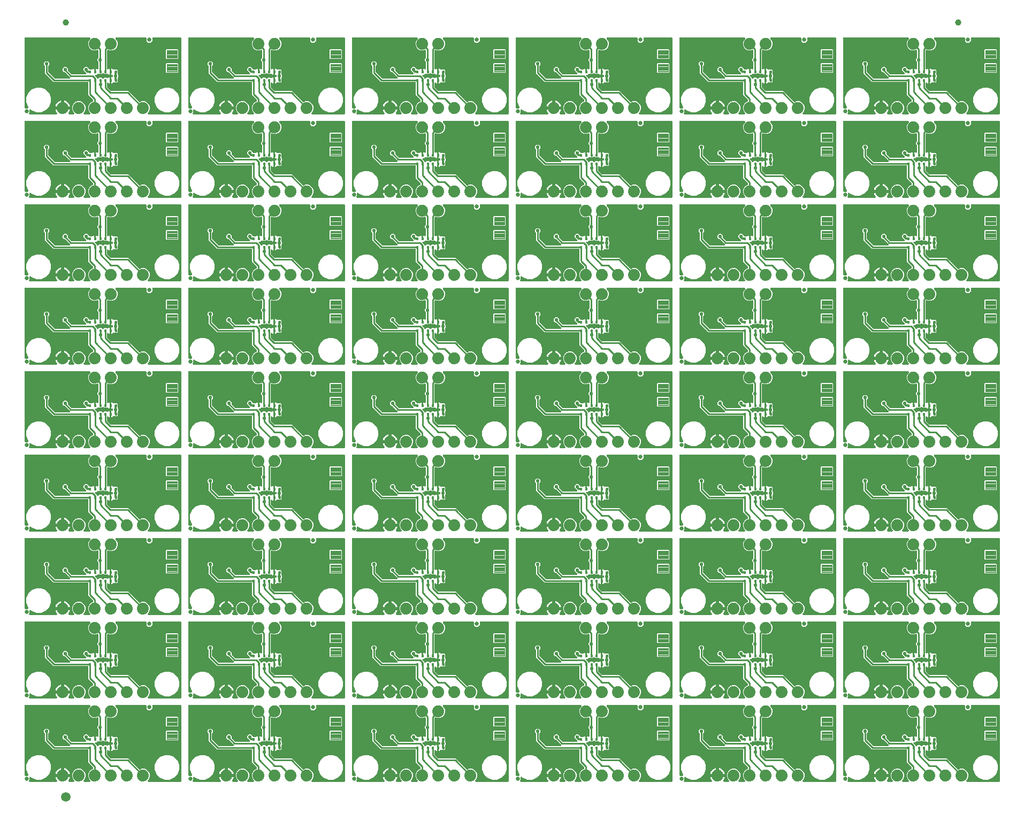
<source format=gbl>
G04 EAGLE Gerber RS-274X export*
G75*
%MOMM*%
%FSLAX34Y34*%
%LPD*%
%INBottom Copper*%
%IPPOS*%
%AMOC8*
5,1,8,0,0,1.08239X$1,22.5*%
G01*
%ADD10C,0.635000*%
%ADD11C,1.879600*%
%ADD12C,0.101500*%
%ADD13C,0.101600*%
%ADD14C,1.000000*%
%ADD15C,1.500000*%
%ADD16C,0.558800*%
%ADD17C,0.304800*%
%ADD18C,0.254000*%

G36*
X768214Y795290D02*
X768214Y795290D01*
X768333Y795297D01*
X768371Y795310D01*
X768412Y795315D01*
X768522Y795358D01*
X768635Y795395D01*
X768670Y795417D01*
X768707Y795432D01*
X768803Y795501D01*
X768904Y795565D01*
X768932Y795595D01*
X768965Y795618D01*
X769041Y795710D01*
X769122Y795797D01*
X769142Y795832D01*
X769167Y795863D01*
X769218Y795971D01*
X769276Y796075D01*
X769286Y796115D01*
X769303Y796151D01*
X769325Y796268D01*
X769355Y796383D01*
X769359Y796443D01*
X769363Y796463D01*
X769361Y796484D01*
X769365Y796544D01*
X769365Y915416D01*
X769350Y915534D01*
X769343Y915653D01*
X769330Y915691D01*
X769325Y915732D01*
X769282Y915842D01*
X769245Y915955D01*
X769223Y915990D01*
X769208Y916027D01*
X769139Y916123D01*
X769075Y916224D01*
X769045Y916252D01*
X769022Y916285D01*
X768930Y916361D01*
X768843Y916442D01*
X768808Y916462D01*
X768777Y916487D01*
X768669Y916538D01*
X768565Y916596D01*
X768525Y916606D01*
X768489Y916623D01*
X768372Y916645D01*
X768257Y916675D01*
X768197Y916679D01*
X768177Y916683D01*
X768156Y916681D01*
X768096Y916685D01*
X724535Y916685D01*
X724417Y916670D01*
X724298Y916663D01*
X724260Y916650D01*
X724219Y916645D01*
X724109Y916602D01*
X723996Y916565D01*
X723961Y916543D01*
X723924Y916528D01*
X723828Y916459D01*
X723727Y916395D01*
X723699Y916365D01*
X723666Y916342D01*
X723590Y916250D01*
X723509Y916163D01*
X723489Y916128D01*
X723464Y916097D01*
X723413Y915989D01*
X723355Y915885D01*
X723345Y915845D01*
X723328Y915809D01*
X723306Y915692D01*
X723276Y915577D01*
X723272Y915517D01*
X723268Y915497D01*
X723270Y915476D01*
X723266Y915416D01*
X723266Y911289D01*
X720661Y908684D01*
X716979Y908684D01*
X714374Y911289D01*
X714374Y915416D01*
X714359Y915534D01*
X714352Y915653D01*
X714339Y915691D01*
X714334Y915732D01*
X714291Y915842D01*
X714254Y915955D01*
X714232Y915990D01*
X714217Y916027D01*
X714148Y916123D01*
X714084Y916224D01*
X714054Y916252D01*
X714031Y916285D01*
X713939Y916361D01*
X713852Y916442D01*
X713817Y916462D01*
X713786Y916487D01*
X713678Y916538D01*
X713574Y916596D01*
X713534Y916606D01*
X713498Y916623D01*
X713381Y916645D01*
X713266Y916675D01*
X713206Y916679D01*
X713186Y916683D01*
X713165Y916681D01*
X713105Y916685D01*
X666107Y916685D01*
X665969Y916668D01*
X665830Y916655D01*
X665811Y916648D01*
X665791Y916645D01*
X665662Y916594D01*
X665531Y916547D01*
X665514Y916536D01*
X665496Y916528D01*
X665383Y916447D01*
X665268Y916369D01*
X665255Y916353D01*
X665238Y916342D01*
X665149Y916234D01*
X665058Y916130D01*
X665048Y916112D01*
X665035Y916097D01*
X664976Y915971D01*
X664913Y915847D01*
X664909Y915827D01*
X664900Y915809D01*
X664874Y915672D01*
X664843Y915537D01*
X664844Y915516D01*
X664840Y915497D01*
X664849Y915358D01*
X664853Y915219D01*
X664859Y915199D01*
X664860Y915179D01*
X664903Y915047D01*
X664941Y914913D01*
X664952Y914896D01*
X664958Y914877D01*
X665033Y914759D01*
X665103Y914639D01*
X665121Y914618D01*
X665128Y914608D01*
X665143Y914594D01*
X665209Y914519D01*
X666905Y912823D01*
X668529Y908902D01*
X668529Y904658D01*
X666905Y900737D01*
X663903Y897735D01*
X659982Y896111D01*
X655738Y896111D01*
X653376Y897090D01*
X653328Y897103D01*
X653283Y897124D01*
X653175Y897145D01*
X653069Y897174D01*
X653019Y897174D01*
X652970Y897184D01*
X652861Y897177D01*
X652751Y897179D01*
X652703Y897167D01*
X652653Y897164D01*
X652549Y897130D01*
X652442Y897105D01*
X652398Y897081D01*
X652351Y897066D01*
X652258Y897007D01*
X652161Y896956D01*
X652124Y896922D01*
X652082Y896896D01*
X652007Y896816D01*
X651925Y896742D01*
X651898Y896700D01*
X651864Y896664D01*
X651811Y896568D01*
X651751Y896476D01*
X651734Y896429D01*
X651710Y896386D01*
X651683Y896279D01*
X651647Y896175D01*
X651643Y896126D01*
X651631Y896078D01*
X651621Y895917D01*
X651621Y867573D01*
X651638Y867435D01*
X651651Y867296D01*
X651658Y867277D01*
X651661Y867257D01*
X651712Y867128D01*
X651759Y866997D01*
X651770Y866980D01*
X651778Y866962D01*
X651859Y866849D01*
X651937Y866734D01*
X651953Y866721D01*
X651964Y866704D01*
X652072Y866615D01*
X652176Y866524D01*
X652194Y866514D01*
X652209Y866501D01*
X652335Y866442D01*
X652459Y866379D01*
X652479Y866374D01*
X652497Y866366D01*
X652633Y866340D01*
X652769Y866309D01*
X652790Y866310D01*
X652809Y866306D01*
X652948Y866315D01*
X653087Y866319D01*
X653107Y866325D01*
X653127Y866326D01*
X653259Y866369D01*
X653393Y866407D01*
X653410Y866418D01*
X653429Y866424D01*
X653547Y866498D01*
X653667Y866569D01*
X653688Y866588D01*
X653698Y866594D01*
X653712Y866609D01*
X653788Y866675D01*
X654166Y867054D01*
X654861Y867455D01*
X655636Y867663D01*
X656011Y867663D01*
X656011Y862622D01*
X656011Y857581D01*
X655636Y857581D01*
X654861Y857789D01*
X654166Y858190D01*
X653598Y858758D01*
X653462Y858994D01*
X653386Y859094D01*
X653315Y859199D01*
X653290Y859221D01*
X653270Y859248D01*
X653171Y859326D01*
X653077Y859409D01*
X653047Y859424D01*
X653020Y859445D01*
X652905Y859496D01*
X652793Y859554D01*
X652761Y859561D01*
X652730Y859575D01*
X652606Y859596D01*
X652483Y859623D01*
X652450Y859622D01*
X652416Y859628D01*
X652291Y859617D01*
X652165Y859614D01*
X652133Y859604D01*
X652099Y859601D01*
X651981Y859560D01*
X651860Y859525D01*
X651831Y859508D01*
X651799Y859497D01*
X651694Y859428D01*
X651586Y859364D01*
X651549Y859331D01*
X651534Y859321D01*
X651519Y859305D01*
X651465Y859257D01*
X651059Y858851D01*
X647101Y858851D01*
X645877Y860075D01*
X645783Y860148D01*
X645694Y860226D01*
X645658Y860245D01*
X645626Y860270D01*
X645517Y860317D01*
X645411Y860371D01*
X645372Y860380D01*
X645334Y860396D01*
X645217Y860415D01*
X645101Y860441D01*
X645060Y860439D01*
X645020Y860446D01*
X644902Y860435D01*
X644783Y860431D01*
X644744Y860420D01*
X644704Y860416D01*
X644592Y860376D01*
X644477Y860343D01*
X644442Y860322D01*
X644404Y860308D01*
X644306Y860241D01*
X644203Y860181D01*
X644158Y860141D01*
X644141Y860130D01*
X644128Y860115D01*
X644082Y860075D01*
X642859Y858851D01*
X638901Y858851D01*
X638495Y859257D01*
X638396Y859334D01*
X638300Y859417D01*
X638270Y859432D01*
X638244Y859452D01*
X638128Y859502D01*
X638016Y859558D01*
X637983Y859565D01*
X637952Y859579D01*
X637827Y859598D01*
X637705Y859624D01*
X637671Y859623D01*
X637638Y859628D01*
X637512Y859617D01*
X637387Y859611D01*
X637355Y859602D01*
X637321Y859599D01*
X637203Y859556D01*
X637082Y859520D01*
X637053Y859502D01*
X637022Y859491D01*
X636918Y859421D01*
X636810Y859355D01*
X636787Y859331D01*
X636759Y859312D01*
X636676Y859218D01*
X636587Y859128D01*
X636560Y859088D01*
X636548Y859074D01*
X636538Y859055D01*
X636498Y858994D01*
X636362Y858758D01*
X635794Y858190D01*
X635099Y857789D01*
X634324Y857581D01*
X633706Y857581D01*
X633569Y857564D01*
X633430Y857551D01*
X633411Y857544D01*
X633391Y857541D01*
X633262Y857490D01*
X633130Y857443D01*
X633114Y857432D01*
X633095Y857424D01*
X632982Y857343D01*
X632867Y857265D01*
X632854Y857249D01*
X632838Y857238D01*
X632749Y857130D01*
X632657Y857026D01*
X632648Y857008D01*
X632635Y856993D01*
X632575Y856867D01*
X632512Y856743D01*
X632508Y856723D01*
X632499Y856705D01*
X632473Y856569D01*
X632443Y856433D01*
X632443Y856412D01*
X632439Y856393D01*
X632448Y856254D01*
X632452Y856115D01*
X632458Y856095D01*
X632459Y856075D01*
X632502Y855943D01*
X632541Y855809D01*
X632551Y855792D01*
X632557Y855773D01*
X632632Y855655D01*
X632702Y855535D01*
X632721Y855514D01*
X632727Y855504D01*
X632742Y855490D01*
X632809Y855415D01*
X635221Y853002D01*
X635221Y852857D01*
X635233Y852758D01*
X635236Y852660D01*
X635253Y852601D01*
X635261Y852541D01*
X635297Y852449D01*
X635325Y852354D01*
X635355Y852302D01*
X635378Y852246D01*
X635436Y852165D01*
X635486Y852080D01*
X635552Y852005D01*
X635564Y851988D01*
X635574Y851980D01*
X635593Y851959D01*
X635883Y851669D01*
X635977Y851596D01*
X636066Y851518D01*
X636102Y851499D01*
X636134Y851474D01*
X636243Y851427D01*
X636349Y851373D01*
X636388Y851364D01*
X636426Y851348D01*
X636544Y851329D01*
X636659Y851303D01*
X636700Y851305D01*
X636740Y851298D01*
X636858Y851309D01*
X636977Y851313D01*
X637016Y851324D01*
X637056Y851328D01*
X637168Y851368D01*
X637283Y851401D01*
X637318Y851422D01*
X637356Y851436D01*
X637454Y851503D01*
X637557Y851563D01*
X637602Y851603D01*
X637619Y851614D01*
X637632Y851629D01*
X637678Y851669D01*
X638901Y852893D01*
X642859Y852893D01*
X644083Y851669D01*
X644177Y851596D01*
X644266Y851518D01*
X644302Y851499D01*
X644334Y851474D01*
X644443Y851427D01*
X644549Y851373D01*
X644588Y851364D01*
X644626Y851348D01*
X644743Y851329D01*
X644859Y851303D01*
X644900Y851305D01*
X644940Y851298D01*
X645058Y851309D01*
X645177Y851313D01*
X645216Y851324D01*
X645256Y851328D01*
X645368Y851368D01*
X645483Y851401D01*
X645518Y851422D01*
X645556Y851436D01*
X645654Y851503D01*
X645757Y851563D01*
X645802Y851603D01*
X645819Y851614D01*
X645832Y851629D01*
X645878Y851669D01*
X647101Y852893D01*
X651059Y852893D01*
X651465Y852487D01*
X651564Y852410D01*
X651660Y852327D01*
X651690Y852312D01*
X651716Y852292D01*
X651832Y852242D01*
X651944Y852186D01*
X651977Y852179D01*
X652008Y852165D01*
X652133Y852146D01*
X652255Y852120D01*
X652289Y852121D01*
X652322Y852116D01*
X652448Y852127D01*
X652573Y852133D01*
X652605Y852142D01*
X652639Y852145D01*
X652757Y852188D01*
X652878Y852224D01*
X652907Y852242D01*
X652938Y852253D01*
X653042Y852323D01*
X653150Y852389D01*
X653173Y852413D01*
X653201Y852432D01*
X653284Y852526D01*
X653373Y852616D01*
X653400Y852656D01*
X653412Y852670D01*
X653422Y852689D01*
X653462Y852750D01*
X653598Y852986D01*
X654166Y853554D01*
X654861Y853955D01*
X655636Y854163D01*
X656011Y854163D01*
X656011Y849122D01*
X656011Y844081D01*
X655636Y844081D01*
X654861Y844289D01*
X654166Y844690D01*
X653788Y845069D01*
X653678Y845154D01*
X653571Y845243D01*
X653552Y845251D01*
X653536Y845264D01*
X653408Y845319D01*
X653283Y845378D01*
X653263Y845382D01*
X653244Y845390D01*
X653106Y845412D01*
X652970Y845438D01*
X652950Y845437D01*
X652930Y845440D01*
X652791Y845427D01*
X652653Y845418D01*
X652634Y845412D01*
X652614Y845410D01*
X652483Y845363D01*
X652351Y845320D01*
X652333Y845309D01*
X652314Y845302D01*
X652200Y845224D01*
X652082Y845150D01*
X652068Y845135D01*
X652051Y845124D01*
X651959Y845020D01*
X651864Y844918D01*
X651854Y844901D01*
X651841Y844885D01*
X651777Y844761D01*
X651710Y844640D01*
X651705Y844620D01*
X651696Y844602D01*
X651666Y844466D01*
X651631Y844332D01*
X651629Y844304D01*
X651626Y844292D01*
X651627Y844271D01*
X651621Y844171D01*
X651621Y838398D01*
X651633Y838300D01*
X651636Y838201D01*
X651653Y838143D01*
X651661Y838083D01*
X651697Y837991D01*
X651725Y837895D01*
X651755Y837843D01*
X651778Y837787D01*
X651836Y837707D01*
X651886Y837622D01*
X651952Y837546D01*
X651964Y837530D01*
X651974Y837522D01*
X651992Y837501D01*
X657271Y832222D01*
X657349Y832162D01*
X657421Y832094D01*
X657474Y832065D01*
X657522Y832028D01*
X657613Y831988D01*
X657700Y831940D01*
X657758Y831925D01*
X657814Y831901D01*
X657912Y831886D01*
X658007Y831861D01*
X658107Y831855D01*
X658128Y831851D01*
X658140Y831853D01*
X658168Y831851D01*
X685582Y831851D01*
X687442Y829991D01*
X702436Y814998D01*
X702459Y814979D01*
X702478Y814957D01*
X702584Y814882D01*
X702687Y814803D01*
X702714Y814791D01*
X702738Y814774D01*
X702859Y814728D01*
X702979Y814676D01*
X703008Y814672D01*
X703035Y814661D01*
X703164Y814647D01*
X703293Y814626D01*
X703322Y814629D01*
X703352Y814626D01*
X703480Y814644D01*
X703609Y814656D01*
X703637Y814666D01*
X703666Y814670D01*
X703819Y814722D01*
X706538Y815849D01*
X710782Y815849D01*
X714703Y814225D01*
X717705Y811223D01*
X719329Y807302D01*
X719329Y803058D01*
X717705Y799137D01*
X716009Y797441D01*
X715924Y797332D01*
X715835Y797225D01*
X715827Y797206D01*
X715814Y797190D01*
X715759Y797062D01*
X715700Y796937D01*
X715696Y796917D01*
X715688Y796898D01*
X715666Y796760D01*
X715640Y796624D01*
X715641Y796604D01*
X715638Y796584D01*
X715651Y796445D01*
X715660Y796307D01*
X715666Y796288D01*
X715668Y796268D01*
X715715Y796136D01*
X715758Y796005D01*
X715769Y795987D01*
X715776Y795968D01*
X715854Y795853D01*
X715928Y795736D01*
X715943Y795722D01*
X715954Y795705D01*
X716058Y795613D01*
X716160Y795518D01*
X716177Y795508D01*
X716193Y795495D01*
X716317Y795431D01*
X716438Y795364D01*
X716458Y795359D01*
X716476Y795350D01*
X716612Y795320D01*
X716746Y795285D01*
X716774Y795283D01*
X716786Y795280D01*
X716807Y795281D01*
X716907Y795275D01*
X768096Y795275D01*
X768214Y795290D01*
G37*
G36*
X1027294Y531130D02*
X1027294Y531130D01*
X1027413Y531137D01*
X1027451Y531150D01*
X1027492Y531155D01*
X1027602Y531198D01*
X1027715Y531235D01*
X1027750Y531257D01*
X1027787Y531272D01*
X1027883Y531341D01*
X1027984Y531405D01*
X1028012Y531435D01*
X1028045Y531458D01*
X1028121Y531550D01*
X1028202Y531637D01*
X1028222Y531672D01*
X1028247Y531703D01*
X1028298Y531811D01*
X1028356Y531915D01*
X1028366Y531955D01*
X1028383Y531991D01*
X1028405Y532108D01*
X1028435Y532223D01*
X1028439Y532283D01*
X1028443Y532303D01*
X1028441Y532324D01*
X1028445Y532384D01*
X1028445Y651256D01*
X1028430Y651374D01*
X1028423Y651493D01*
X1028410Y651531D01*
X1028405Y651572D01*
X1028362Y651682D01*
X1028325Y651795D01*
X1028303Y651830D01*
X1028288Y651867D01*
X1028219Y651963D01*
X1028155Y652064D01*
X1028125Y652092D01*
X1028102Y652125D01*
X1028010Y652201D01*
X1027923Y652282D01*
X1027888Y652302D01*
X1027857Y652327D01*
X1027749Y652378D01*
X1027645Y652436D01*
X1027605Y652446D01*
X1027569Y652463D01*
X1027452Y652485D01*
X1027337Y652515D01*
X1027277Y652519D01*
X1027257Y652523D01*
X1027236Y652521D01*
X1027176Y652525D01*
X983615Y652525D01*
X983497Y652510D01*
X983378Y652503D01*
X983340Y652490D01*
X983299Y652485D01*
X983189Y652442D01*
X983076Y652405D01*
X983041Y652383D01*
X983004Y652368D01*
X982908Y652299D01*
X982807Y652235D01*
X982779Y652205D01*
X982746Y652182D01*
X982670Y652090D01*
X982589Y652003D01*
X982569Y651968D01*
X982544Y651937D01*
X982493Y651829D01*
X982435Y651725D01*
X982425Y651685D01*
X982408Y651649D01*
X982386Y651532D01*
X982356Y651417D01*
X982352Y651357D01*
X982348Y651337D01*
X982350Y651316D01*
X982346Y651256D01*
X982346Y647129D01*
X979741Y644524D01*
X976059Y644524D01*
X973454Y647129D01*
X973454Y651256D01*
X973439Y651374D01*
X973432Y651493D01*
X973419Y651531D01*
X973414Y651572D01*
X973371Y651682D01*
X973334Y651795D01*
X973312Y651830D01*
X973297Y651867D01*
X973228Y651963D01*
X973164Y652064D01*
X973134Y652092D01*
X973111Y652125D01*
X973019Y652201D01*
X972932Y652282D01*
X972897Y652302D01*
X972866Y652327D01*
X972758Y652378D01*
X972654Y652436D01*
X972614Y652446D01*
X972578Y652463D01*
X972461Y652485D01*
X972346Y652515D01*
X972286Y652519D01*
X972266Y652523D01*
X972245Y652521D01*
X972185Y652525D01*
X925187Y652525D01*
X925049Y652508D01*
X924910Y652495D01*
X924891Y652488D01*
X924871Y652485D01*
X924742Y652434D01*
X924611Y652387D01*
X924594Y652376D01*
X924576Y652368D01*
X924463Y652287D01*
X924348Y652209D01*
X924335Y652193D01*
X924318Y652182D01*
X924229Y652074D01*
X924138Y651970D01*
X924128Y651952D01*
X924115Y651937D01*
X924056Y651811D01*
X923993Y651687D01*
X923989Y651667D01*
X923980Y651649D01*
X923954Y651512D01*
X923923Y651377D01*
X923924Y651356D01*
X923920Y651337D01*
X923929Y651198D01*
X923933Y651059D01*
X923939Y651039D01*
X923940Y651019D01*
X923983Y650887D01*
X924021Y650753D01*
X924032Y650736D01*
X924038Y650717D01*
X924113Y650599D01*
X924183Y650479D01*
X924201Y650458D01*
X924208Y650448D01*
X924223Y650434D01*
X924289Y650359D01*
X925985Y648663D01*
X927609Y644742D01*
X927609Y640498D01*
X925985Y636577D01*
X922983Y633575D01*
X919062Y631951D01*
X914818Y631951D01*
X912456Y632930D01*
X912408Y632943D01*
X912363Y632964D01*
X912255Y632985D01*
X912149Y633014D01*
X912099Y633014D01*
X912050Y633024D01*
X911941Y633017D01*
X911831Y633019D01*
X911783Y633007D01*
X911733Y633004D01*
X911629Y632970D01*
X911522Y632945D01*
X911478Y632921D01*
X911431Y632906D01*
X911338Y632847D01*
X911241Y632796D01*
X911204Y632762D01*
X911162Y632736D01*
X911087Y632656D01*
X911005Y632582D01*
X910978Y632540D01*
X910944Y632504D01*
X910891Y632408D01*
X910831Y632316D01*
X910814Y632269D01*
X910790Y632226D01*
X910763Y632119D01*
X910727Y632015D01*
X910723Y631966D01*
X910711Y631918D01*
X910701Y631757D01*
X910701Y603413D01*
X910718Y603275D01*
X910731Y603136D01*
X910738Y603117D01*
X910741Y603097D01*
X910792Y602968D01*
X910839Y602837D01*
X910850Y602820D01*
X910858Y602802D01*
X910939Y602689D01*
X911017Y602574D01*
X911033Y602561D01*
X911044Y602544D01*
X911152Y602455D01*
X911256Y602364D01*
X911274Y602354D01*
X911289Y602341D01*
X911415Y602282D01*
X911539Y602219D01*
X911559Y602214D01*
X911577Y602206D01*
X911713Y602180D01*
X911849Y602149D01*
X911870Y602150D01*
X911889Y602146D01*
X912028Y602155D01*
X912167Y602159D01*
X912187Y602165D01*
X912207Y602166D01*
X912339Y602209D01*
X912473Y602247D01*
X912490Y602258D01*
X912509Y602264D01*
X912627Y602338D01*
X912747Y602409D01*
X912768Y602428D01*
X912778Y602434D01*
X912792Y602449D01*
X912868Y602515D01*
X913246Y602894D01*
X913941Y603295D01*
X914716Y603503D01*
X915091Y603503D01*
X915091Y598462D01*
X915091Y593421D01*
X914716Y593421D01*
X913941Y593629D01*
X913246Y594030D01*
X912678Y594598D01*
X912542Y594834D01*
X912466Y594934D01*
X912395Y595038D01*
X912370Y595061D01*
X912350Y595088D01*
X912251Y595166D01*
X912157Y595249D01*
X912127Y595264D01*
X912100Y595285D01*
X911986Y595336D01*
X911874Y595394D01*
X911841Y595401D01*
X911810Y595415D01*
X911686Y595436D01*
X911563Y595463D01*
X911530Y595462D01*
X911496Y595468D01*
X911371Y595457D01*
X911245Y595454D01*
X911213Y595444D01*
X911179Y595441D01*
X911061Y595400D01*
X910940Y595365D01*
X910911Y595348D01*
X910879Y595337D01*
X910774Y595268D01*
X910666Y595204D01*
X910629Y595171D01*
X910614Y595161D01*
X910600Y595145D01*
X910545Y595097D01*
X910139Y594691D01*
X906181Y594691D01*
X904957Y595915D01*
X904863Y595988D01*
X904774Y596066D01*
X904738Y596085D01*
X904706Y596110D01*
X904597Y596157D01*
X904491Y596211D01*
X904452Y596220D01*
X904414Y596236D01*
X904297Y596255D01*
X904181Y596281D01*
X904140Y596279D01*
X904100Y596286D01*
X903982Y596275D01*
X903863Y596271D01*
X903824Y596260D01*
X903784Y596256D01*
X903672Y596216D01*
X903557Y596183D01*
X903522Y596162D01*
X903484Y596148D01*
X903386Y596081D01*
X903283Y596021D01*
X903238Y595981D01*
X903221Y595970D01*
X903208Y595955D01*
X903162Y595915D01*
X901939Y594691D01*
X897981Y594691D01*
X897575Y595097D01*
X897476Y595174D01*
X897380Y595257D01*
X897350Y595272D01*
X897324Y595292D01*
X897208Y595342D01*
X897096Y595398D01*
X897063Y595405D01*
X897032Y595419D01*
X896907Y595438D01*
X896785Y595464D01*
X896751Y595463D01*
X896718Y595468D01*
X896592Y595457D01*
X896467Y595451D01*
X896435Y595442D01*
X896401Y595439D01*
X896282Y595396D01*
X896162Y595360D01*
X896134Y595342D01*
X896102Y595331D01*
X895998Y595260D01*
X895890Y595195D01*
X895867Y595171D01*
X895839Y595152D01*
X895756Y595058D01*
X895667Y594968D01*
X895640Y594928D01*
X895628Y594914D01*
X895618Y594895D01*
X895578Y594834D01*
X895442Y594598D01*
X894874Y594030D01*
X894179Y593629D01*
X893404Y593421D01*
X892786Y593421D01*
X892649Y593404D01*
X892510Y593391D01*
X892491Y593384D01*
X892471Y593381D01*
X892342Y593330D01*
X892210Y593283D01*
X892194Y593272D01*
X892175Y593264D01*
X892062Y593183D01*
X891947Y593105D01*
X891934Y593089D01*
X891918Y593078D01*
X891829Y592970D01*
X891737Y592866D01*
X891728Y592848D01*
X891715Y592833D01*
X891655Y592707D01*
X891592Y592583D01*
X891588Y592563D01*
X891579Y592545D01*
X891553Y592409D01*
X891523Y592273D01*
X891523Y592252D01*
X891519Y592233D01*
X891528Y592094D01*
X891532Y591955D01*
X891538Y591935D01*
X891539Y591915D01*
X891582Y591783D01*
X891621Y591649D01*
X891631Y591632D01*
X891637Y591613D01*
X891712Y591495D01*
X891782Y591375D01*
X891801Y591354D01*
X891807Y591344D01*
X891822Y591330D01*
X891889Y591255D01*
X894301Y588842D01*
X894301Y588697D01*
X894313Y588599D01*
X894316Y588500D01*
X894333Y588441D01*
X894341Y588381D01*
X894377Y588289D01*
X894405Y588194D01*
X894435Y588142D01*
X894458Y588086D01*
X894516Y588006D01*
X894566Y587920D01*
X894632Y587845D01*
X894644Y587828D01*
X894654Y587820D01*
X894672Y587799D01*
X894963Y587509D01*
X895057Y587436D01*
X895146Y587358D01*
X895182Y587339D01*
X895214Y587314D01*
X895323Y587267D01*
X895429Y587213D01*
X895468Y587204D01*
X895506Y587188D01*
X895623Y587169D01*
X895739Y587143D01*
X895780Y587145D01*
X895820Y587138D01*
X895938Y587149D01*
X896057Y587153D01*
X896096Y587164D01*
X896136Y587168D01*
X896248Y587208D01*
X896363Y587241D01*
X896398Y587262D01*
X896436Y587276D01*
X896534Y587343D01*
X896637Y587403D01*
X896682Y587443D01*
X896699Y587454D01*
X896712Y587469D01*
X896758Y587509D01*
X897981Y588733D01*
X901939Y588733D01*
X903163Y587509D01*
X903257Y587436D01*
X903346Y587358D01*
X903382Y587339D01*
X903414Y587314D01*
X903523Y587267D01*
X903629Y587213D01*
X903668Y587204D01*
X903706Y587188D01*
X903823Y587169D01*
X903939Y587143D01*
X903980Y587145D01*
X904020Y587138D01*
X904138Y587149D01*
X904257Y587153D01*
X904296Y587164D01*
X904336Y587168D01*
X904448Y587208D01*
X904563Y587241D01*
X904598Y587262D01*
X904636Y587276D01*
X904734Y587343D01*
X904837Y587403D01*
X904882Y587443D01*
X904899Y587454D01*
X904912Y587469D01*
X904958Y587509D01*
X906181Y588733D01*
X910139Y588733D01*
X910545Y588327D01*
X910644Y588250D01*
X910740Y588167D01*
X910770Y588152D01*
X910796Y588132D01*
X910912Y588082D01*
X911024Y588026D01*
X911057Y588019D01*
X911088Y588005D01*
X911213Y587986D01*
X911335Y587960D01*
X911369Y587961D01*
X911402Y587956D01*
X911528Y587967D01*
X911653Y587973D01*
X911685Y587982D01*
X911719Y587985D01*
X911838Y588028D01*
X911958Y588064D01*
X911986Y588082D01*
X912018Y588093D01*
X912122Y588164D01*
X912230Y588229D01*
X912253Y588253D01*
X912281Y588272D01*
X912364Y588366D01*
X912453Y588456D01*
X912480Y588496D01*
X912492Y588510D01*
X912502Y588529D01*
X912542Y588590D01*
X912678Y588826D01*
X913246Y589394D01*
X913941Y589795D01*
X914716Y590003D01*
X915091Y590003D01*
X915091Y584962D01*
X915091Y579921D01*
X914716Y579921D01*
X913941Y580129D01*
X913246Y580530D01*
X912868Y580909D01*
X912758Y580994D01*
X912651Y581083D01*
X912632Y581091D01*
X912616Y581104D01*
X912488Y581159D01*
X912363Y581218D01*
X912343Y581222D01*
X912324Y581230D01*
X912186Y581252D01*
X912050Y581278D01*
X912030Y581277D01*
X912010Y581280D01*
X911871Y581267D01*
X911733Y581258D01*
X911714Y581252D01*
X911694Y581250D01*
X911563Y581203D01*
X911431Y581160D01*
X911413Y581149D01*
X911394Y581142D01*
X911280Y581064D01*
X911162Y580990D01*
X911148Y580975D01*
X911131Y580964D01*
X911039Y580860D01*
X910944Y580758D01*
X910934Y580741D01*
X910921Y580725D01*
X910857Y580601D01*
X910790Y580480D01*
X910785Y580460D01*
X910776Y580442D01*
X910746Y580306D01*
X910711Y580172D01*
X910709Y580144D01*
X910706Y580132D01*
X910707Y580111D01*
X910701Y580011D01*
X910701Y574238D01*
X910713Y574140D01*
X910716Y574041D01*
X910733Y573983D01*
X910741Y573923D01*
X910777Y573831D01*
X910805Y573735D01*
X910835Y573683D01*
X910858Y573627D01*
X910916Y573547D01*
X910966Y573461D01*
X911032Y573386D01*
X911044Y573370D01*
X911054Y573362D01*
X911072Y573341D01*
X916351Y568062D01*
X916429Y568002D01*
X916501Y567934D01*
X916554Y567905D01*
X916602Y567868D01*
X916693Y567828D01*
X916780Y567780D01*
X916838Y567765D01*
X916894Y567741D01*
X916992Y567726D01*
X917087Y567701D01*
X917187Y567695D01*
X917208Y567691D01*
X917220Y567693D01*
X917248Y567691D01*
X944662Y567691D01*
X946522Y565831D01*
X961516Y550838D01*
X961539Y550819D01*
X961558Y550797D01*
X961664Y550722D01*
X961767Y550643D01*
X961794Y550631D01*
X961818Y550614D01*
X961939Y550568D01*
X962059Y550516D01*
X962088Y550512D01*
X962115Y550501D01*
X962244Y550487D01*
X962373Y550466D01*
X962402Y550469D01*
X962432Y550466D01*
X962560Y550484D01*
X962689Y550496D01*
X962717Y550506D01*
X962746Y550510D01*
X962899Y550562D01*
X965618Y551689D01*
X969862Y551689D01*
X973783Y550065D01*
X976785Y547063D01*
X978409Y543142D01*
X978409Y538898D01*
X976785Y534977D01*
X975089Y533281D01*
X975004Y533172D01*
X974915Y533065D01*
X974907Y533046D01*
X974894Y533030D01*
X974839Y532902D01*
X974780Y532777D01*
X974776Y532757D01*
X974768Y532738D01*
X974746Y532600D01*
X974720Y532464D01*
X974721Y532444D01*
X974718Y532424D01*
X974731Y532285D01*
X974740Y532147D01*
X974746Y532128D01*
X974748Y532108D01*
X974795Y531976D01*
X974838Y531845D01*
X974849Y531827D01*
X974856Y531808D01*
X974934Y531693D01*
X975008Y531576D01*
X975023Y531562D01*
X975034Y531545D01*
X975138Y531453D01*
X975240Y531358D01*
X975257Y531348D01*
X975273Y531335D01*
X975397Y531271D01*
X975518Y531204D01*
X975538Y531199D01*
X975556Y531190D01*
X975692Y531160D01*
X975826Y531125D01*
X975854Y531123D01*
X975866Y531120D01*
X975887Y531121D01*
X975987Y531115D01*
X1027176Y531115D01*
X1027294Y531130D01*
G37*
G36*
X768214Y2810D02*
X768214Y2810D01*
X768333Y2817D01*
X768371Y2830D01*
X768412Y2835D01*
X768522Y2878D01*
X768635Y2915D01*
X768670Y2937D01*
X768707Y2952D01*
X768803Y3021D01*
X768904Y3085D01*
X768932Y3115D01*
X768965Y3138D01*
X769041Y3230D01*
X769122Y3317D01*
X769142Y3352D01*
X769167Y3383D01*
X769218Y3491D01*
X769276Y3595D01*
X769286Y3635D01*
X769303Y3671D01*
X769325Y3788D01*
X769355Y3903D01*
X769359Y3963D01*
X769363Y3983D01*
X769361Y4004D01*
X769365Y4064D01*
X769365Y122936D01*
X769350Y123054D01*
X769343Y123173D01*
X769330Y123211D01*
X769325Y123252D01*
X769282Y123362D01*
X769245Y123475D01*
X769223Y123510D01*
X769208Y123547D01*
X769139Y123643D01*
X769075Y123744D01*
X769045Y123772D01*
X769022Y123805D01*
X768930Y123881D01*
X768843Y123962D01*
X768808Y123982D01*
X768777Y124007D01*
X768669Y124058D01*
X768565Y124116D01*
X768525Y124126D01*
X768489Y124143D01*
X768372Y124165D01*
X768257Y124195D01*
X768197Y124199D01*
X768177Y124203D01*
X768156Y124201D01*
X768096Y124205D01*
X724535Y124205D01*
X724417Y124190D01*
X724298Y124183D01*
X724260Y124170D01*
X724219Y124165D01*
X724109Y124122D01*
X723996Y124085D01*
X723961Y124063D01*
X723924Y124048D01*
X723828Y123979D01*
X723727Y123915D01*
X723699Y123885D01*
X723666Y123862D01*
X723590Y123770D01*
X723509Y123683D01*
X723489Y123648D01*
X723464Y123617D01*
X723413Y123509D01*
X723355Y123405D01*
X723345Y123365D01*
X723328Y123329D01*
X723306Y123212D01*
X723276Y123097D01*
X723272Y123037D01*
X723268Y123017D01*
X723270Y122996D01*
X723266Y122936D01*
X723266Y118809D01*
X720661Y116204D01*
X716979Y116204D01*
X714374Y118809D01*
X714374Y122936D01*
X714359Y123054D01*
X714352Y123173D01*
X714339Y123211D01*
X714334Y123252D01*
X714291Y123362D01*
X714254Y123475D01*
X714232Y123510D01*
X714217Y123547D01*
X714148Y123643D01*
X714084Y123744D01*
X714054Y123772D01*
X714031Y123805D01*
X713939Y123881D01*
X713852Y123962D01*
X713817Y123982D01*
X713786Y124007D01*
X713678Y124058D01*
X713574Y124116D01*
X713534Y124126D01*
X713498Y124143D01*
X713381Y124165D01*
X713266Y124195D01*
X713206Y124199D01*
X713186Y124203D01*
X713165Y124201D01*
X713105Y124205D01*
X666107Y124205D01*
X665969Y124188D01*
X665830Y124175D01*
X665811Y124168D01*
X665791Y124165D01*
X665662Y124114D01*
X665531Y124067D01*
X665514Y124056D01*
X665496Y124048D01*
X665383Y123967D01*
X665268Y123889D01*
X665255Y123873D01*
X665238Y123862D01*
X665149Y123754D01*
X665058Y123650D01*
X665048Y123632D01*
X665035Y123617D01*
X664976Y123491D01*
X664913Y123367D01*
X664909Y123347D01*
X664900Y123329D01*
X664874Y123192D01*
X664843Y123057D01*
X664844Y123036D01*
X664840Y123017D01*
X664849Y122878D01*
X664853Y122739D01*
X664859Y122719D01*
X664860Y122699D01*
X664903Y122567D01*
X664941Y122433D01*
X664952Y122416D01*
X664958Y122397D01*
X665033Y122279D01*
X665103Y122159D01*
X665121Y122138D01*
X665128Y122128D01*
X665143Y122114D01*
X665209Y122039D01*
X666905Y120343D01*
X668529Y116422D01*
X668529Y112178D01*
X666905Y108257D01*
X663903Y105255D01*
X659982Y103631D01*
X655738Y103631D01*
X653376Y104610D01*
X653328Y104623D01*
X653283Y104644D01*
X653175Y104665D01*
X653069Y104694D01*
X653019Y104694D01*
X652970Y104704D01*
X652861Y104697D01*
X652751Y104699D01*
X652703Y104687D01*
X652653Y104684D01*
X652549Y104650D01*
X652442Y104625D01*
X652398Y104601D01*
X652351Y104586D01*
X652258Y104527D01*
X652161Y104476D01*
X652124Y104442D01*
X652082Y104416D01*
X652007Y104336D01*
X651925Y104262D01*
X651898Y104220D01*
X651864Y104184D01*
X651811Y104088D01*
X651751Y103996D01*
X651734Y103949D01*
X651710Y103906D01*
X651683Y103799D01*
X651647Y103695D01*
X651643Y103646D01*
X651631Y103598D01*
X651621Y103437D01*
X651621Y75093D01*
X651638Y74955D01*
X651651Y74816D01*
X651658Y74797D01*
X651661Y74777D01*
X651712Y74648D01*
X651759Y74517D01*
X651770Y74500D01*
X651778Y74482D01*
X651859Y74369D01*
X651937Y74254D01*
X651953Y74241D01*
X651964Y74224D01*
X652072Y74135D01*
X652176Y74044D01*
X652194Y74034D01*
X652209Y74021D01*
X652335Y73962D01*
X652459Y73899D01*
X652479Y73894D01*
X652497Y73886D01*
X652633Y73860D01*
X652769Y73829D01*
X652790Y73830D01*
X652809Y73826D01*
X652948Y73835D01*
X653087Y73839D01*
X653107Y73845D01*
X653127Y73846D01*
X653259Y73889D01*
X653393Y73927D01*
X653410Y73938D01*
X653429Y73944D01*
X653547Y74018D01*
X653667Y74089D01*
X653688Y74108D01*
X653698Y74114D01*
X653712Y74129D01*
X653788Y74195D01*
X654166Y74574D01*
X654861Y74975D01*
X655636Y75183D01*
X656011Y75183D01*
X656011Y70142D01*
X656011Y65101D01*
X655636Y65101D01*
X654861Y65309D01*
X654166Y65710D01*
X653598Y66278D01*
X653462Y66514D01*
X653386Y66614D01*
X653315Y66719D01*
X653290Y66741D01*
X653270Y66768D01*
X653171Y66846D01*
X653077Y66929D01*
X653047Y66944D01*
X653020Y66965D01*
X652905Y67016D01*
X652793Y67074D01*
X652761Y67081D01*
X652730Y67095D01*
X652606Y67116D01*
X652483Y67143D01*
X652450Y67142D01*
X652416Y67148D01*
X652291Y67137D01*
X652165Y67134D01*
X652133Y67124D01*
X652099Y67121D01*
X651981Y67080D01*
X651860Y67045D01*
X651831Y67028D01*
X651799Y67017D01*
X651694Y66948D01*
X651586Y66884D01*
X651549Y66851D01*
X651534Y66841D01*
X651519Y66825D01*
X651465Y66777D01*
X651059Y66371D01*
X647101Y66371D01*
X645877Y67595D01*
X645783Y67668D01*
X645694Y67746D01*
X645658Y67765D01*
X645626Y67790D01*
X645517Y67837D01*
X645411Y67891D01*
X645372Y67900D01*
X645334Y67916D01*
X645217Y67935D01*
X645101Y67961D01*
X645060Y67959D01*
X645020Y67966D01*
X644902Y67955D01*
X644783Y67951D01*
X644744Y67940D01*
X644704Y67936D01*
X644592Y67896D01*
X644477Y67863D01*
X644442Y67842D01*
X644404Y67828D01*
X644306Y67761D01*
X644203Y67701D01*
X644158Y67661D01*
X644141Y67650D01*
X644128Y67635D01*
X644082Y67595D01*
X642859Y66371D01*
X638901Y66371D01*
X638495Y66777D01*
X638396Y66854D01*
X638300Y66937D01*
X638270Y66952D01*
X638244Y66972D01*
X638128Y67022D01*
X638016Y67078D01*
X637983Y67085D01*
X637952Y67099D01*
X637827Y67118D01*
X637705Y67144D01*
X637671Y67143D01*
X637638Y67148D01*
X637512Y67137D01*
X637387Y67131D01*
X637355Y67122D01*
X637321Y67119D01*
X637203Y67076D01*
X637082Y67040D01*
X637053Y67022D01*
X637022Y67011D01*
X636918Y66941D01*
X636810Y66875D01*
X636787Y66851D01*
X636759Y66832D01*
X636676Y66738D01*
X636587Y66648D01*
X636560Y66608D01*
X636548Y66594D01*
X636538Y66575D01*
X636498Y66514D01*
X636362Y66278D01*
X635794Y65710D01*
X635099Y65309D01*
X634324Y65101D01*
X633706Y65101D01*
X633569Y65084D01*
X633430Y65071D01*
X633411Y65064D01*
X633391Y65061D01*
X633262Y65010D01*
X633130Y64963D01*
X633114Y64952D01*
X633095Y64944D01*
X632982Y64863D01*
X632867Y64785D01*
X632854Y64769D01*
X632838Y64758D01*
X632749Y64650D01*
X632657Y64546D01*
X632648Y64528D01*
X632635Y64513D01*
X632575Y64387D01*
X632512Y64263D01*
X632508Y64243D01*
X632499Y64225D01*
X632473Y64089D01*
X632443Y63953D01*
X632443Y63932D01*
X632439Y63913D01*
X632448Y63774D01*
X632452Y63635D01*
X632458Y63615D01*
X632459Y63595D01*
X632502Y63463D01*
X632541Y63329D01*
X632551Y63312D01*
X632557Y63293D01*
X632632Y63175D01*
X632702Y63055D01*
X632721Y63034D01*
X632727Y63024D01*
X632742Y63010D01*
X632809Y62935D01*
X635221Y60522D01*
X635221Y60377D01*
X635233Y60278D01*
X635236Y60180D01*
X635253Y60121D01*
X635261Y60061D01*
X635297Y59969D01*
X635325Y59874D01*
X635355Y59822D01*
X635378Y59766D01*
X635436Y59685D01*
X635486Y59600D01*
X635552Y59525D01*
X635564Y59508D01*
X635574Y59500D01*
X635593Y59479D01*
X635883Y59189D01*
X635977Y59116D01*
X636066Y59038D01*
X636102Y59019D01*
X636134Y58994D01*
X636243Y58947D01*
X636349Y58893D01*
X636388Y58884D01*
X636426Y58868D01*
X636544Y58849D01*
X636659Y58823D01*
X636700Y58825D01*
X636740Y58818D01*
X636858Y58829D01*
X636977Y58833D01*
X637016Y58844D01*
X637056Y58848D01*
X637168Y58888D01*
X637283Y58921D01*
X637318Y58942D01*
X637356Y58956D01*
X637454Y59023D01*
X637557Y59083D01*
X637602Y59123D01*
X637619Y59134D01*
X637632Y59149D01*
X637678Y59189D01*
X638901Y60413D01*
X642859Y60413D01*
X644083Y59189D01*
X644177Y59116D01*
X644266Y59038D01*
X644302Y59019D01*
X644334Y58994D01*
X644443Y58947D01*
X644549Y58893D01*
X644588Y58884D01*
X644626Y58868D01*
X644743Y58849D01*
X644859Y58823D01*
X644900Y58825D01*
X644940Y58818D01*
X645058Y58829D01*
X645177Y58833D01*
X645216Y58844D01*
X645256Y58848D01*
X645368Y58888D01*
X645483Y58921D01*
X645518Y58942D01*
X645556Y58956D01*
X645654Y59023D01*
X645757Y59083D01*
X645802Y59123D01*
X645819Y59134D01*
X645832Y59149D01*
X645878Y59189D01*
X647101Y60413D01*
X651059Y60413D01*
X651465Y60007D01*
X651564Y59930D01*
X651660Y59847D01*
X651690Y59832D01*
X651716Y59812D01*
X651832Y59762D01*
X651944Y59706D01*
X651977Y59699D01*
X652008Y59685D01*
X652133Y59666D01*
X652255Y59640D01*
X652289Y59641D01*
X652322Y59636D01*
X652448Y59647D01*
X652573Y59653D01*
X652605Y59662D01*
X652639Y59665D01*
X652757Y59708D01*
X652878Y59744D01*
X652907Y59762D01*
X652938Y59773D01*
X653042Y59843D01*
X653150Y59909D01*
X653173Y59933D01*
X653201Y59952D01*
X653284Y60046D01*
X653373Y60136D01*
X653400Y60176D01*
X653412Y60190D01*
X653422Y60209D01*
X653462Y60270D01*
X653598Y60506D01*
X654166Y61074D01*
X654861Y61475D01*
X655636Y61683D01*
X656011Y61683D01*
X656011Y56642D01*
X656011Y51601D01*
X655636Y51601D01*
X654861Y51809D01*
X654166Y52210D01*
X653788Y52589D01*
X653678Y52674D01*
X653571Y52763D01*
X653552Y52771D01*
X653536Y52784D01*
X653408Y52839D01*
X653283Y52898D01*
X653263Y52902D01*
X653244Y52910D01*
X653106Y52932D01*
X652970Y52958D01*
X652950Y52957D01*
X652930Y52960D01*
X652791Y52947D01*
X652653Y52938D01*
X652634Y52932D01*
X652614Y52930D01*
X652483Y52883D01*
X652351Y52840D01*
X652333Y52829D01*
X652314Y52822D01*
X652200Y52744D01*
X652082Y52670D01*
X652068Y52655D01*
X652051Y52644D01*
X651959Y52540D01*
X651864Y52438D01*
X651854Y52421D01*
X651841Y52405D01*
X651777Y52281D01*
X651710Y52160D01*
X651705Y52140D01*
X651696Y52122D01*
X651666Y51986D01*
X651631Y51852D01*
X651629Y51824D01*
X651626Y51812D01*
X651627Y51791D01*
X651621Y51691D01*
X651621Y45918D01*
X651633Y45820D01*
X651636Y45721D01*
X651653Y45663D01*
X651661Y45603D01*
X651697Y45511D01*
X651725Y45415D01*
X651755Y45363D01*
X651778Y45307D01*
X651836Y45227D01*
X651886Y45142D01*
X651952Y45066D01*
X651964Y45050D01*
X651974Y45042D01*
X651992Y45021D01*
X657271Y39742D01*
X657349Y39682D01*
X657421Y39614D01*
X657474Y39585D01*
X657522Y39548D01*
X657613Y39508D01*
X657700Y39460D01*
X657758Y39445D01*
X657814Y39421D01*
X657912Y39406D01*
X658007Y39381D01*
X658108Y39375D01*
X658128Y39371D01*
X658140Y39373D01*
X658168Y39371D01*
X685582Y39371D01*
X687442Y37511D01*
X702436Y22518D01*
X702459Y22499D01*
X702478Y22477D01*
X702584Y22402D01*
X702687Y22323D01*
X702714Y22311D01*
X702738Y22294D01*
X702859Y22248D01*
X702979Y22196D01*
X703008Y22192D01*
X703035Y22181D01*
X703164Y22167D01*
X703293Y22146D01*
X703322Y22149D01*
X703352Y22146D01*
X703480Y22164D01*
X703609Y22176D01*
X703637Y22186D01*
X703666Y22190D01*
X703819Y22242D01*
X706538Y23369D01*
X710782Y23369D01*
X714703Y21745D01*
X717705Y18743D01*
X719329Y14822D01*
X719329Y10578D01*
X717705Y6657D01*
X716009Y4961D01*
X715924Y4852D01*
X715835Y4745D01*
X715827Y4726D01*
X715814Y4710D01*
X715759Y4582D01*
X715700Y4457D01*
X715696Y4437D01*
X715688Y4418D01*
X715666Y4280D01*
X715640Y4144D01*
X715641Y4124D01*
X715638Y4104D01*
X715651Y3965D01*
X715660Y3827D01*
X715666Y3808D01*
X715668Y3788D01*
X715715Y3656D01*
X715758Y3525D01*
X715769Y3507D01*
X715776Y3488D01*
X715854Y3373D01*
X715928Y3256D01*
X715943Y3242D01*
X715954Y3225D01*
X716058Y3133D01*
X716160Y3038D01*
X716177Y3028D01*
X716193Y3015D01*
X716317Y2951D01*
X716438Y2884D01*
X716458Y2879D01*
X716476Y2870D01*
X716612Y2840D01*
X716746Y2805D01*
X716774Y2803D01*
X716786Y2800D01*
X716807Y2801D01*
X716907Y2795D01*
X768096Y2795D01*
X768214Y2810D01*
G37*
G36*
X1545454Y663210D02*
X1545454Y663210D01*
X1545573Y663217D01*
X1545611Y663230D01*
X1545652Y663235D01*
X1545762Y663278D01*
X1545875Y663315D01*
X1545910Y663337D01*
X1545947Y663352D01*
X1546043Y663421D01*
X1546144Y663485D01*
X1546172Y663515D01*
X1546205Y663538D01*
X1546281Y663630D01*
X1546362Y663717D01*
X1546382Y663752D01*
X1546407Y663783D01*
X1546458Y663891D01*
X1546516Y663995D01*
X1546526Y664035D01*
X1546543Y664071D01*
X1546565Y664188D01*
X1546595Y664303D01*
X1546599Y664363D01*
X1546603Y664383D01*
X1546601Y664404D01*
X1546605Y664464D01*
X1546605Y783336D01*
X1546590Y783454D01*
X1546583Y783573D01*
X1546570Y783611D01*
X1546565Y783652D01*
X1546522Y783762D01*
X1546485Y783875D01*
X1546463Y783910D01*
X1546448Y783947D01*
X1546379Y784043D01*
X1546315Y784144D01*
X1546285Y784172D01*
X1546262Y784205D01*
X1546170Y784281D01*
X1546083Y784362D01*
X1546048Y784382D01*
X1546017Y784407D01*
X1545909Y784458D01*
X1545805Y784516D01*
X1545765Y784526D01*
X1545729Y784543D01*
X1545612Y784565D01*
X1545497Y784595D01*
X1545437Y784599D01*
X1545417Y784603D01*
X1545396Y784601D01*
X1545336Y784605D01*
X1501775Y784605D01*
X1501657Y784590D01*
X1501538Y784583D01*
X1501500Y784570D01*
X1501459Y784565D01*
X1501349Y784522D01*
X1501236Y784485D01*
X1501201Y784463D01*
X1501164Y784448D01*
X1501068Y784379D01*
X1500967Y784315D01*
X1500939Y784285D01*
X1500906Y784262D01*
X1500830Y784170D01*
X1500749Y784083D01*
X1500729Y784048D01*
X1500704Y784017D01*
X1500653Y783909D01*
X1500595Y783805D01*
X1500585Y783765D01*
X1500568Y783729D01*
X1500546Y783612D01*
X1500516Y783497D01*
X1500512Y783437D01*
X1500508Y783417D01*
X1500510Y783396D01*
X1500506Y783336D01*
X1500506Y779209D01*
X1497901Y776604D01*
X1494219Y776604D01*
X1491614Y779209D01*
X1491614Y783336D01*
X1491599Y783454D01*
X1491592Y783573D01*
X1491579Y783611D01*
X1491574Y783652D01*
X1491531Y783762D01*
X1491494Y783875D01*
X1491472Y783910D01*
X1491457Y783947D01*
X1491388Y784043D01*
X1491324Y784144D01*
X1491294Y784172D01*
X1491271Y784205D01*
X1491179Y784281D01*
X1491092Y784362D01*
X1491057Y784382D01*
X1491026Y784407D01*
X1490918Y784458D01*
X1490814Y784516D01*
X1490774Y784526D01*
X1490738Y784543D01*
X1490621Y784565D01*
X1490506Y784595D01*
X1490446Y784599D01*
X1490426Y784603D01*
X1490405Y784601D01*
X1490345Y784605D01*
X1443347Y784605D01*
X1443209Y784588D01*
X1443070Y784575D01*
X1443051Y784568D01*
X1443031Y784565D01*
X1442902Y784514D01*
X1442771Y784467D01*
X1442754Y784456D01*
X1442736Y784448D01*
X1442623Y784367D01*
X1442508Y784289D01*
X1442495Y784273D01*
X1442478Y784262D01*
X1442389Y784154D01*
X1442298Y784050D01*
X1442288Y784032D01*
X1442275Y784017D01*
X1442216Y783891D01*
X1442153Y783767D01*
X1442149Y783747D01*
X1442140Y783729D01*
X1442114Y783592D01*
X1442083Y783457D01*
X1442084Y783436D01*
X1442080Y783417D01*
X1442089Y783278D01*
X1442093Y783139D01*
X1442099Y783119D01*
X1442100Y783099D01*
X1442143Y782967D01*
X1442181Y782833D01*
X1442192Y782816D01*
X1442198Y782797D01*
X1442273Y782679D01*
X1442343Y782559D01*
X1442361Y782538D01*
X1442368Y782528D01*
X1442383Y782514D01*
X1442449Y782439D01*
X1444145Y780743D01*
X1445769Y776822D01*
X1445769Y772578D01*
X1444145Y768657D01*
X1441143Y765655D01*
X1437222Y764031D01*
X1432978Y764031D01*
X1430616Y765010D01*
X1430568Y765023D01*
X1430523Y765044D01*
X1430415Y765065D01*
X1430309Y765094D01*
X1430259Y765094D01*
X1430210Y765104D01*
X1430101Y765097D01*
X1429991Y765099D01*
X1429943Y765087D01*
X1429893Y765084D01*
X1429789Y765050D01*
X1429682Y765025D01*
X1429638Y765001D01*
X1429591Y764986D01*
X1429498Y764927D01*
X1429401Y764876D01*
X1429364Y764842D01*
X1429322Y764816D01*
X1429247Y764736D01*
X1429165Y764662D01*
X1429138Y764620D01*
X1429104Y764584D01*
X1429051Y764488D01*
X1428991Y764396D01*
X1428974Y764349D01*
X1428950Y764306D01*
X1428923Y764199D01*
X1428887Y764095D01*
X1428883Y764046D01*
X1428871Y763998D01*
X1428861Y763837D01*
X1428861Y735493D01*
X1428878Y735355D01*
X1428891Y735216D01*
X1428898Y735197D01*
X1428901Y735177D01*
X1428952Y735048D01*
X1428999Y734917D01*
X1429010Y734900D01*
X1429018Y734882D01*
X1429099Y734769D01*
X1429177Y734654D01*
X1429193Y734641D01*
X1429204Y734624D01*
X1429312Y734535D01*
X1429416Y734444D01*
X1429434Y734434D01*
X1429449Y734421D01*
X1429575Y734362D01*
X1429699Y734299D01*
X1429719Y734294D01*
X1429737Y734286D01*
X1429873Y734260D01*
X1430009Y734229D01*
X1430030Y734230D01*
X1430049Y734226D01*
X1430188Y734235D01*
X1430327Y734239D01*
X1430347Y734245D01*
X1430367Y734246D01*
X1430499Y734289D01*
X1430633Y734327D01*
X1430650Y734338D01*
X1430669Y734344D01*
X1430787Y734418D01*
X1430907Y734489D01*
X1430928Y734508D01*
X1430938Y734514D01*
X1430952Y734529D01*
X1431028Y734595D01*
X1431406Y734974D01*
X1432101Y735375D01*
X1432876Y735583D01*
X1433251Y735583D01*
X1433251Y730542D01*
X1433251Y725501D01*
X1432876Y725501D01*
X1432101Y725709D01*
X1431406Y726110D01*
X1430838Y726678D01*
X1430702Y726914D01*
X1430626Y727014D01*
X1430555Y727118D01*
X1430530Y727141D01*
X1430510Y727168D01*
X1430411Y727246D01*
X1430317Y727329D01*
X1430287Y727344D01*
X1430260Y727365D01*
X1430146Y727416D01*
X1430034Y727474D01*
X1430001Y727481D01*
X1429970Y727495D01*
X1429846Y727516D01*
X1429723Y727543D01*
X1429690Y727542D01*
X1429656Y727548D01*
X1429531Y727537D01*
X1429405Y727534D01*
X1429373Y727524D01*
X1429339Y727521D01*
X1429221Y727480D01*
X1429100Y727445D01*
X1429071Y727428D01*
X1429039Y727417D01*
X1428934Y727348D01*
X1428826Y727284D01*
X1428789Y727251D01*
X1428774Y727241D01*
X1428760Y727225D01*
X1428705Y727177D01*
X1428299Y726771D01*
X1424341Y726771D01*
X1423117Y727995D01*
X1423023Y728068D01*
X1422934Y728146D01*
X1422898Y728165D01*
X1422866Y728190D01*
X1422757Y728237D01*
X1422651Y728291D01*
X1422612Y728300D01*
X1422574Y728316D01*
X1422457Y728335D01*
X1422341Y728361D01*
X1422300Y728359D01*
X1422260Y728366D01*
X1422142Y728355D01*
X1422023Y728351D01*
X1421984Y728340D01*
X1421944Y728336D01*
X1421832Y728296D01*
X1421717Y728263D01*
X1421682Y728242D01*
X1421644Y728228D01*
X1421546Y728161D01*
X1421443Y728101D01*
X1421398Y728061D01*
X1421381Y728050D01*
X1421368Y728035D01*
X1421322Y727995D01*
X1420099Y726771D01*
X1416141Y726771D01*
X1415735Y727177D01*
X1415636Y727254D01*
X1415540Y727337D01*
X1415510Y727352D01*
X1415484Y727372D01*
X1415368Y727422D01*
X1415256Y727478D01*
X1415223Y727485D01*
X1415192Y727499D01*
X1415067Y727518D01*
X1414945Y727544D01*
X1414911Y727543D01*
X1414878Y727548D01*
X1414752Y727537D01*
X1414627Y727531D01*
X1414595Y727522D01*
X1414561Y727519D01*
X1414443Y727476D01*
X1414322Y727440D01*
X1414293Y727422D01*
X1414262Y727411D01*
X1414158Y727341D01*
X1414050Y727275D01*
X1414027Y727251D01*
X1413999Y727232D01*
X1413916Y727138D01*
X1413827Y727048D01*
X1413800Y727008D01*
X1413788Y726994D01*
X1413778Y726975D01*
X1413738Y726914D01*
X1413602Y726678D01*
X1413034Y726110D01*
X1412339Y725709D01*
X1411564Y725501D01*
X1410946Y725501D01*
X1410809Y725484D01*
X1410670Y725471D01*
X1410651Y725464D01*
X1410631Y725461D01*
X1410502Y725410D01*
X1410370Y725363D01*
X1410354Y725352D01*
X1410335Y725344D01*
X1410222Y725263D01*
X1410107Y725185D01*
X1410094Y725169D01*
X1410078Y725158D01*
X1409989Y725050D01*
X1409897Y724946D01*
X1409888Y724928D01*
X1409875Y724913D01*
X1409815Y724787D01*
X1409752Y724663D01*
X1409748Y724643D01*
X1409739Y724625D01*
X1409713Y724489D01*
X1409683Y724353D01*
X1409683Y724332D01*
X1409679Y724313D01*
X1409688Y724174D01*
X1409692Y724035D01*
X1409698Y724015D01*
X1409699Y723995D01*
X1409742Y723863D01*
X1409781Y723729D01*
X1409791Y723712D01*
X1409797Y723693D01*
X1409872Y723575D01*
X1409942Y723455D01*
X1409961Y723434D01*
X1409967Y723424D01*
X1409982Y723410D01*
X1410049Y723335D01*
X1412461Y720922D01*
X1412461Y720777D01*
X1412473Y720678D01*
X1412476Y720580D01*
X1412493Y720521D01*
X1412501Y720461D01*
X1412537Y720369D01*
X1412565Y720274D01*
X1412595Y720222D01*
X1412618Y720166D01*
X1412676Y720085D01*
X1412726Y720000D01*
X1412792Y719925D01*
X1412804Y719908D01*
X1412814Y719900D01*
X1412833Y719879D01*
X1413123Y719589D01*
X1413217Y719516D01*
X1413306Y719438D01*
X1413342Y719419D01*
X1413374Y719394D01*
X1413483Y719347D01*
X1413589Y719293D01*
X1413628Y719284D01*
X1413666Y719268D01*
X1413784Y719249D01*
X1413899Y719223D01*
X1413940Y719225D01*
X1413980Y719218D01*
X1414098Y719229D01*
X1414217Y719233D01*
X1414256Y719244D01*
X1414296Y719248D01*
X1414408Y719288D01*
X1414523Y719321D01*
X1414558Y719342D01*
X1414596Y719356D01*
X1414694Y719423D01*
X1414797Y719483D01*
X1414842Y719523D01*
X1414859Y719534D01*
X1414872Y719549D01*
X1414918Y719589D01*
X1416141Y720813D01*
X1420099Y720813D01*
X1421323Y719589D01*
X1421417Y719516D01*
X1421506Y719438D01*
X1421542Y719419D01*
X1421574Y719394D01*
X1421683Y719347D01*
X1421789Y719293D01*
X1421828Y719284D01*
X1421866Y719268D01*
X1421983Y719249D01*
X1422099Y719223D01*
X1422140Y719225D01*
X1422180Y719218D01*
X1422298Y719229D01*
X1422417Y719233D01*
X1422456Y719244D01*
X1422496Y719248D01*
X1422608Y719288D01*
X1422723Y719321D01*
X1422758Y719342D01*
X1422796Y719356D01*
X1422894Y719423D01*
X1422997Y719483D01*
X1423042Y719523D01*
X1423059Y719534D01*
X1423072Y719549D01*
X1423118Y719589D01*
X1424341Y720813D01*
X1428299Y720813D01*
X1428705Y720407D01*
X1428804Y720330D01*
X1428900Y720247D01*
X1428930Y720232D01*
X1428956Y720212D01*
X1429072Y720162D01*
X1429184Y720106D01*
X1429217Y720099D01*
X1429248Y720085D01*
X1429373Y720066D01*
X1429495Y720040D01*
X1429529Y720041D01*
X1429562Y720036D01*
X1429688Y720047D01*
X1429813Y720053D01*
X1429845Y720062D01*
X1429879Y720065D01*
X1429997Y720108D01*
X1430118Y720144D01*
X1430147Y720162D01*
X1430178Y720173D01*
X1430282Y720243D01*
X1430390Y720309D01*
X1430413Y720333D01*
X1430441Y720352D01*
X1430524Y720446D01*
X1430613Y720536D01*
X1430640Y720576D01*
X1430652Y720590D01*
X1430662Y720609D01*
X1430702Y720670D01*
X1430838Y720906D01*
X1431406Y721474D01*
X1432101Y721875D01*
X1432876Y722083D01*
X1433251Y722083D01*
X1433251Y717042D01*
X1433251Y712001D01*
X1432876Y712001D01*
X1432101Y712209D01*
X1431406Y712610D01*
X1431028Y712989D01*
X1430918Y713074D01*
X1430811Y713163D01*
X1430792Y713171D01*
X1430776Y713184D01*
X1430648Y713239D01*
X1430523Y713298D01*
X1430503Y713302D01*
X1430484Y713310D01*
X1430346Y713332D01*
X1430210Y713358D01*
X1430190Y713357D01*
X1430170Y713360D01*
X1430031Y713347D01*
X1429893Y713338D01*
X1429874Y713332D01*
X1429854Y713330D01*
X1429723Y713283D01*
X1429591Y713240D01*
X1429573Y713229D01*
X1429554Y713222D01*
X1429440Y713144D01*
X1429322Y713070D01*
X1429308Y713055D01*
X1429291Y713044D01*
X1429199Y712940D01*
X1429104Y712838D01*
X1429094Y712821D01*
X1429081Y712805D01*
X1429017Y712681D01*
X1428950Y712560D01*
X1428945Y712540D01*
X1428936Y712522D01*
X1428906Y712386D01*
X1428871Y712252D01*
X1428869Y712224D01*
X1428866Y712212D01*
X1428867Y712191D01*
X1428861Y712091D01*
X1428861Y706318D01*
X1428873Y706220D01*
X1428876Y706121D01*
X1428893Y706063D01*
X1428901Y706003D01*
X1428937Y705911D01*
X1428965Y705815D01*
X1428995Y705763D01*
X1429018Y705707D01*
X1429076Y705627D01*
X1429126Y705542D01*
X1429192Y705466D01*
X1429204Y705450D01*
X1429214Y705442D01*
X1429232Y705421D01*
X1434511Y700142D01*
X1434589Y700082D01*
X1434661Y700014D01*
X1434714Y699985D01*
X1434762Y699948D01*
X1434853Y699908D01*
X1434940Y699860D01*
X1434998Y699845D01*
X1435054Y699821D01*
X1435152Y699806D01*
X1435247Y699781D01*
X1435348Y699775D01*
X1435368Y699771D01*
X1435380Y699773D01*
X1435408Y699771D01*
X1462822Y699771D01*
X1464682Y697911D01*
X1479676Y682918D01*
X1479699Y682899D01*
X1479718Y682877D01*
X1479824Y682802D01*
X1479927Y682723D01*
X1479954Y682711D01*
X1479978Y682694D01*
X1480099Y682648D01*
X1480219Y682596D01*
X1480248Y682592D01*
X1480275Y682581D01*
X1480404Y682567D01*
X1480533Y682546D01*
X1480562Y682549D01*
X1480592Y682546D01*
X1480720Y682564D01*
X1480849Y682576D01*
X1480877Y682586D01*
X1480906Y682590D01*
X1481059Y682642D01*
X1483778Y683769D01*
X1488022Y683769D01*
X1491943Y682145D01*
X1494945Y679143D01*
X1496569Y675222D01*
X1496569Y670978D01*
X1494945Y667057D01*
X1493249Y665361D01*
X1493164Y665252D01*
X1493075Y665145D01*
X1493067Y665126D01*
X1493054Y665110D01*
X1492999Y664982D01*
X1492940Y664857D01*
X1492936Y664837D01*
X1492928Y664818D01*
X1492906Y664680D01*
X1492880Y664544D01*
X1492881Y664524D01*
X1492878Y664504D01*
X1492891Y664365D01*
X1492900Y664227D01*
X1492906Y664208D01*
X1492908Y664188D01*
X1492955Y664056D01*
X1492998Y663925D01*
X1493009Y663907D01*
X1493016Y663888D01*
X1493094Y663773D01*
X1493168Y663656D01*
X1493183Y663642D01*
X1493194Y663625D01*
X1493298Y663533D01*
X1493400Y663438D01*
X1493417Y663428D01*
X1493433Y663415D01*
X1493557Y663351D01*
X1493678Y663284D01*
X1493698Y663279D01*
X1493716Y663270D01*
X1493852Y663240D01*
X1493986Y663205D01*
X1494014Y663203D01*
X1494026Y663200D01*
X1494047Y663201D01*
X1494147Y663195D01*
X1545336Y663195D01*
X1545454Y663210D01*
G37*
G36*
X1286374Y266970D02*
X1286374Y266970D01*
X1286493Y266977D01*
X1286531Y266990D01*
X1286572Y266995D01*
X1286682Y267038D01*
X1286795Y267075D01*
X1286830Y267097D01*
X1286867Y267112D01*
X1286963Y267181D01*
X1287064Y267245D01*
X1287092Y267275D01*
X1287125Y267298D01*
X1287201Y267390D01*
X1287282Y267477D01*
X1287302Y267512D01*
X1287327Y267543D01*
X1287378Y267651D01*
X1287436Y267755D01*
X1287446Y267795D01*
X1287463Y267831D01*
X1287485Y267948D01*
X1287515Y268063D01*
X1287519Y268123D01*
X1287523Y268143D01*
X1287521Y268164D01*
X1287525Y268224D01*
X1287525Y387096D01*
X1287510Y387214D01*
X1287503Y387333D01*
X1287490Y387371D01*
X1287485Y387412D01*
X1287442Y387522D01*
X1287405Y387635D01*
X1287383Y387670D01*
X1287368Y387707D01*
X1287299Y387803D01*
X1287235Y387904D01*
X1287205Y387932D01*
X1287182Y387965D01*
X1287090Y388041D01*
X1287003Y388122D01*
X1286968Y388142D01*
X1286937Y388167D01*
X1286829Y388218D01*
X1286725Y388276D01*
X1286685Y388286D01*
X1286649Y388303D01*
X1286532Y388325D01*
X1286417Y388355D01*
X1286357Y388359D01*
X1286337Y388363D01*
X1286316Y388361D01*
X1286256Y388365D01*
X1242695Y388365D01*
X1242577Y388350D01*
X1242458Y388343D01*
X1242420Y388330D01*
X1242379Y388325D01*
X1242269Y388282D01*
X1242156Y388245D01*
X1242121Y388223D01*
X1242084Y388208D01*
X1241988Y388139D01*
X1241887Y388075D01*
X1241859Y388045D01*
X1241826Y388022D01*
X1241750Y387930D01*
X1241669Y387843D01*
X1241649Y387808D01*
X1241624Y387777D01*
X1241573Y387669D01*
X1241515Y387565D01*
X1241505Y387525D01*
X1241488Y387489D01*
X1241466Y387372D01*
X1241436Y387257D01*
X1241432Y387197D01*
X1241428Y387177D01*
X1241430Y387156D01*
X1241426Y387096D01*
X1241426Y382969D01*
X1238821Y380364D01*
X1235139Y380364D01*
X1232534Y382969D01*
X1232534Y387096D01*
X1232519Y387214D01*
X1232512Y387333D01*
X1232499Y387371D01*
X1232494Y387412D01*
X1232451Y387522D01*
X1232414Y387635D01*
X1232392Y387670D01*
X1232377Y387707D01*
X1232308Y387803D01*
X1232244Y387904D01*
X1232214Y387932D01*
X1232191Y387965D01*
X1232099Y388041D01*
X1232012Y388122D01*
X1231977Y388142D01*
X1231946Y388167D01*
X1231838Y388218D01*
X1231734Y388276D01*
X1231694Y388286D01*
X1231658Y388303D01*
X1231541Y388325D01*
X1231426Y388355D01*
X1231366Y388359D01*
X1231346Y388363D01*
X1231325Y388361D01*
X1231265Y388365D01*
X1184267Y388365D01*
X1184129Y388348D01*
X1183990Y388335D01*
X1183971Y388328D01*
X1183951Y388325D01*
X1183822Y388274D01*
X1183691Y388227D01*
X1183674Y388216D01*
X1183656Y388208D01*
X1183543Y388127D01*
X1183428Y388049D01*
X1183415Y388033D01*
X1183398Y388022D01*
X1183309Y387914D01*
X1183218Y387810D01*
X1183208Y387792D01*
X1183195Y387777D01*
X1183136Y387651D01*
X1183073Y387527D01*
X1183069Y387507D01*
X1183060Y387489D01*
X1183034Y387352D01*
X1183003Y387217D01*
X1183004Y387196D01*
X1183000Y387177D01*
X1183009Y387038D01*
X1183013Y386899D01*
X1183019Y386879D01*
X1183020Y386859D01*
X1183063Y386727D01*
X1183101Y386593D01*
X1183112Y386576D01*
X1183118Y386557D01*
X1183193Y386439D01*
X1183263Y386319D01*
X1183281Y386298D01*
X1183288Y386288D01*
X1183303Y386274D01*
X1183369Y386199D01*
X1185065Y384503D01*
X1186689Y380582D01*
X1186689Y376338D01*
X1185065Y372417D01*
X1182063Y369415D01*
X1178142Y367791D01*
X1173898Y367791D01*
X1171536Y368770D01*
X1171488Y368783D01*
X1171443Y368804D01*
X1171335Y368825D01*
X1171229Y368854D01*
X1171179Y368854D01*
X1171130Y368864D01*
X1171021Y368857D01*
X1170911Y368859D01*
X1170863Y368847D01*
X1170813Y368844D01*
X1170709Y368810D01*
X1170602Y368785D01*
X1170558Y368761D01*
X1170511Y368746D01*
X1170418Y368687D01*
X1170321Y368636D01*
X1170284Y368602D01*
X1170242Y368576D01*
X1170167Y368496D01*
X1170085Y368422D01*
X1170058Y368380D01*
X1170024Y368344D01*
X1169971Y368248D01*
X1169911Y368156D01*
X1169894Y368109D01*
X1169870Y368066D01*
X1169843Y367959D01*
X1169807Y367855D01*
X1169803Y367806D01*
X1169791Y367758D01*
X1169781Y367597D01*
X1169781Y339253D01*
X1169798Y339115D01*
X1169811Y338976D01*
X1169818Y338957D01*
X1169821Y338937D01*
X1169872Y338808D01*
X1169919Y338677D01*
X1169930Y338660D01*
X1169938Y338642D01*
X1170019Y338529D01*
X1170097Y338414D01*
X1170113Y338401D01*
X1170124Y338384D01*
X1170232Y338295D01*
X1170336Y338204D01*
X1170354Y338194D01*
X1170369Y338181D01*
X1170495Y338122D01*
X1170619Y338059D01*
X1170639Y338054D01*
X1170657Y338046D01*
X1170793Y338020D01*
X1170929Y337989D01*
X1170950Y337990D01*
X1170969Y337986D01*
X1171108Y337995D01*
X1171247Y337999D01*
X1171267Y338005D01*
X1171287Y338006D01*
X1171419Y338049D01*
X1171553Y338087D01*
X1171570Y338098D01*
X1171589Y338104D01*
X1171707Y338178D01*
X1171827Y338249D01*
X1171848Y338268D01*
X1171858Y338274D01*
X1171872Y338289D01*
X1171948Y338355D01*
X1172326Y338734D01*
X1173021Y339135D01*
X1173796Y339343D01*
X1174171Y339343D01*
X1174171Y334302D01*
X1174171Y329261D01*
X1173796Y329261D01*
X1173021Y329469D01*
X1172326Y329870D01*
X1171758Y330438D01*
X1171622Y330674D01*
X1171546Y330774D01*
X1171475Y330878D01*
X1171450Y330901D01*
X1171430Y330928D01*
X1171331Y331006D01*
X1171237Y331089D01*
X1171207Y331104D01*
X1171180Y331125D01*
X1171066Y331176D01*
X1170954Y331234D01*
X1170921Y331241D01*
X1170890Y331255D01*
X1170766Y331276D01*
X1170643Y331303D01*
X1170610Y331302D01*
X1170576Y331308D01*
X1170451Y331297D01*
X1170325Y331294D01*
X1170293Y331284D01*
X1170259Y331281D01*
X1170141Y331240D01*
X1170020Y331205D01*
X1169991Y331188D01*
X1169959Y331177D01*
X1169854Y331108D01*
X1169746Y331044D01*
X1169709Y331011D01*
X1169694Y331001D01*
X1169680Y330985D01*
X1169625Y330937D01*
X1169219Y330531D01*
X1165261Y330531D01*
X1164037Y331755D01*
X1163943Y331828D01*
X1163854Y331906D01*
X1163818Y331925D01*
X1163786Y331950D01*
X1163677Y331997D01*
X1163571Y332051D01*
X1163532Y332060D01*
X1163494Y332076D01*
X1163377Y332095D01*
X1163261Y332121D01*
X1163220Y332119D01*
X1163180Y332126D01*
X1163062Y332115D01*
X1162943Y332111D01*
X1162904Y332100D01*
X1162864Y332096D01*
X1162752Y332056D01*
X1162637Y332023D01*
X1162602Y332002D01*
X1162564Y331988D01*
X1162466Y331921D01*
X1162363Y331861D01*
X1162318Y331821D01*
X1162301Y331810D01*
X1162288Y331795D01*
X1162242Y331755D01*
X1161019Y330531D01*
X1157061Y330531D01*
X1156655Y330937D01*
X1156556Y331014D01*
X1156460Y331097D01*
X1156430Y331112D01*
X1156404Y331132D01*
X1156288Y331182D01*
X1156176Y331238D01*
X1156143Y331245D01*
X1156112Y331259D01*
X1155987Y331278D01*
X1155865Y331304D01*
X1155831Y331303D01*
X1155798Y331308D01*
X1155672Y331297D01*
X1155547Y331291D01*
X1155515Y331282D01*
X1155481Y331279D01*
X1155363Y331236D01*
X1155242Y331200D01*
X1155213Y331182D01*
X1155182Y331171D01*
X1155078Y331101D01*
X1154970Y331035D01*
X1154947Y331011D01*
X1154919Y330992D01*
X1154836Y330898D01*
X1154747Y330808D01*
X1154720Y330768D01*
X1154708Y330754D01*
X1154698Y330735D01*
X1154658Y330674D01*
X1154522Y330438D01*
X1153954Y329870D01*
X1153259Y329469D01*
X1152484Y329261D01*
X1151866Y329261D01*
X1151729Y329244D01*
X1151590Y329231D01*
X1151571Y329224D01*
X1151551Y329221D01*
X1151422Y329170D01*
X1151290Y329123D01*
X1151274Y329112D01*
X1151255Y329104D01*
X1151142Y329023D01*
X1151027Y328945D01*
X1151014Y328929D01*
X1150998Y328918D01*
X1150909Y328810D01*
X1150817Y328706D01*
X1150808Y328688D01*
X1150795Y328673D01*
X1150735Y328547D01*
X1150672Y328423D01*
X1150668Y328403D01*
X1150659Y328385D01*
X1150633Y328249D01*
X1150603Y328113D01*
X1150603Y328092D01*
X1150599Y328073D01*
X1150608Y327934D01*
X1150612Y327795D01*
X1150618Y327775D01*
X1150619Y327755D01*
X1150662Y327623D01*
X1150701Y327489D01*
X1150711Y327472D01*
X1150717Y327453D01*
X1150792Y327335D01*
X1150862Y327215D01*
X1150881Y327194D01*
X1150887Y327184D01*
X1150902Y327170D01*
X1150969Y327095D01*
X1153381Y324682D01*
X1153381Y324537D01*
X1153393Y324438D01*
X1153396Y324340D01*
X1153413Y324281D01*
X1153421Y324221D01*
X1153457Y324129D01*
X1153485Y324034D01*
X1153515Y323982D01*
X1153538Y323926D01*
X1153596Y323845D01*
X1153646Y323760D01*
X1153712Y323685D01*
X1153724Y323668D01*
X1153734Y323660D01*
X1153753Y323639D01*
X1154043Y323349D01*
X1154137Y323276D01*
X1154226Y323198D01*
X1154262Y323179D01*
X1154294Y323154D01*
X1154403Y323107D01*
X1154509Y323053D01*
X1154548Y323044D01*
X1154586Y323028D01*
X1154704Y323009D01*
X1154819Y322983D01*
X1154860Y322985D01*
X1154900Y322978D01*
X1155018Y322989D01*
X1155137Y322993D01*
X1155176Y323004D01*
X1155216Y323008D01*
X1155328Y323048D01*
X1155443Y323081D01*
X1155478Y323102D01*
X1155516Y323116D01*
X1155614Y323183D01*
X1155717Y323243D01*
X1155762Y323283D01*
X1155779Y323294D01*
X1155792Y323309D01*
X1155838Y323349D01*
X1157061Y324573D01*
X1161019Y324573D01*
X1162243Y323349D01*
X1162337Y323276D01*
X1162426Y323198D01*
X1162462Y323179D01*
X1162494Y323154D01*
X1162603Y323107D01*
X1162709Y323053D01*
X1162748Y323044D01*
X1162786Y323028D01*
X1162903Y323009D01*
X1163019Y322983D01*
X1163060Y322985D01*
X1163100Y322978D01*
X1163218Y322989D01*
X1163337Y322993D01*
X1163376Y323004D01*
X1163416Y323008D01*
X1163528Y323048D01*
X1163643Y323081D01*
X1163678Y323102D01*
X1163716Y323116D01*
X1163814Y323183D01*
X1163917Y323243D01*
X1163962Y323283D01*
X1163979Y323294D01*
X1163992Y323309D01*
X1164038Y323349D01*
X1165261Y324573D01*
X1169219Y324573D01*
X1169625Y324167D01*
X1169724Y324090D01*
X1169820Y324007D01*
X1169850Y323992D01*
X1169876Y323972D01*
X1169992Y323922D01*
X1170104Y323866D01*
X1170137Y323859D01*
X1170168Y323845D01*
X1170293Y323826D01*
X1170415Y323800D01*
X1170449Y323801D01*
X1170482Y323796D01*
X1170608Y323807D01*
X1170733Y323813D01*
X1170765Y323822D01*
X1170799Y323825D01*
X1170917Y323868D01*
X1171038Y323904D01*
X1171067Y323922D01*
X1171098Y323933D01*
X1171202Y324003D01*
X1171310Y324069D01*
X1171333Y324093D01*
X1171361Y324112D01*
X1171444Y324206D01*
X1171533Y324296D01*
X1171560Y324336D01*
X1171572Y324350D01*
X1171582Y324369D01*
X1171622Y324430D01*
X1171758Y324666D01*
X1172326Y325234D01*
X1173021Y325635D01*
X1173796Y325843D01*
X1174171Y325843D01*
X1174171Y320802D01*
X1174171Y315761D01*
X1173796Y315761D01*
X1173021Y315969D01*
X1172326Y316370D01*
X1171948Y316749D01*
X1171838Y316834D01*
X1171731Y316923D01*
X1171712Y316931D01*
X1171696Y316944D01*
X1171568Y316999D01*
X1171443Y317058D01*
X1171423Y317062D01*
X1171404Y317070D01*
X1171266Y317092D01*
X1171130Y317118D01*
X1171110Y317117D01*
X1171090Y317120D01*
X1170951Y317107D01*
X1170813Y317098D01*
X1170794Y317092D01*
X1170774Y317090D01*
X1170643Y317043D01*
X1170511Y317000D01*
X1170493Y316989D01*
X1170474Y316982D01*
X1170360Y316904D01*
X1170242Y316830D01*
X1170228Y316815D01*
X1170211Y316804D01*
X1170119Y316700D01*
X1170024Y316598D01*
X1170014Y316581D01*
X1170001Y316565D01*
X1169937Y316441D01*
X1169870Y316320D01*
X1169865Y316300D01*
X1169856Y316282D01*
X1169826Y316146D01*
X1169791Y316012D01*
X1169789Y315984D01*
X1169786Y315972D01*
X1169787Y315951D01*
X1169781Y315851D01*
X1169781Y310078D01*
X1169793Y309980D01*
X1169796Y309881D01*
X1169813Y309823D01*
X1169821Y309763D01*
X1169857Y309671D01*
X1169885Y309575D01*
X1169915Y309523D01*
X1169938Y309467D01*
X1169996Y309387D01*
X1170046Y309301D01*
X1170112Y309226D01*
X1170124Y309210D01*
X1170134Y309202D01*
X1170152Y309181D01*
X1175431Y303902D01*
X1175509Y303842D01*
X1175581Y303774D01*
X1175634Y303745D01*
X1175682Y303708D01*
X1175773Y303668D01*
X1175860Y303620D01*
X1175918Y303605D01*
X1175974Y303581D01*
X1176072Y303566D01*
X1176167Y303541D01*
X1176267Y303535D01*
X1176288Y303531D01*
X1176300Y303533D01*
X1176328Y303531D01*
X1203742Y303531D01*
X1220596Y286678D01*
X1220619Y286659D01*
X1220638Y286637D01*
X1220744Y286562D01*
X1220847Y286483D01*
X1220874Y286471D01*
X1220898Y286454D01*
X1221019Y286408D01*
X1221139Y286356D01*
X1221168Y286352D01*
X1221195Y286341D01*
X1221324Y286327D01*
X1221453Y286306D01*
X1221482Y286309D01*
X1221512Y286306D01*
X1221640Y286324D01*
X1221769Y286336D01*
X1221797Y286346D01*
X1221826Y286350D01*
X1221979Y286402D01*
X1224698Y287529D01*
X1228942Y287529D01*
X1232863Y285905D01*
X1235865Y282903D01*
X1237489Y278982D01*
X1237489Y274738D01*
X1235865Y270817D01*
X1234169Y269121D01*
X1234084Y269012D01*
X1233995Y268905D01*
X1233987Y268886D01*
X1233974Y268870D01*
X1233919Y268742D01*
X1233860Y268617D01*
X1233856Y268597D01*
X1233848Y268578D01*
X1233826Y268440D01*
X1233800Y268304D01*
X1233801Y268284D01*
X1233798Y268264D01*
X1233811Y268125D01*
X1233820Y267987D01*
X1233826Y267968D01*
X1233828Y267948D01*
X1233875Y267816D01*
X1233918Y267685D01*
X1233929Y267667D01*
X1233936Y267648D01*
X1234014Y267533D01*
X1234088Y267416D01*
X1234103Y267402D01*
X1234114Y267385D01*
X1234218Y267293D01*
X1234320Y267198D01*
X1234337Y267188D01*
X1234353Y267175D01*
X1234477Y267111D01*
X1234598Y267044D01*
X1234618Y267039D01*
X1234636Y267030D01*
X1234772Y267000D01*
X1234906Y266965D01*
X1234934Y266963D01*
X1234946Y266960D01*
X1234967Y266961D01*
X1235067Y266955D01*
X1286256Y266955D01*
X1286374Y266970D01*
G37*
G36*
X1286374Y1059450D02*
X1286374Y1059450D01*
X1286493Y1059457D01*
X1286531Y1059470D01*
X1286572Y1059475D01*
X1286682Y1059518D01*
X1286795Y1059555D01*
X1286830Y1059577D01*
X1286867Y1059592D01*
X1286963Y1059661D01*
X1287064Y1059725D01*
X1287092Y1059755D01*
X1287125Y1059778D01*
X1287201Y1059870D01*
X1287282Y1059957D01*
X1287302Y1059992D01*
X1287327Y1060023D01*
X1287378Y1060131D01*
X1287436Y1060235D01*
X1287446Y1060275D01*
X1287463Y1060311D01*
X1287485Y1060428D01*
X1287515Y1060543D01*
X1287519Y1060603D01*
X1287523Y1060623D01*
X1287521Y1060644D01*
X1287525Y1060704D01*
X1287525Y1179576D01*
X1287510Y1179694D01*
X1287503Y1179813D01*
X1287490Y1179851D01*
X1287485Y1179892D01*
X1287442Y1180002D01*
X1287405Y1180115D01*
X1287383Y1180150D01*
X1287368Y1180187D01*
X1287299Y1180283D01*
X1287235Y1180384D01*
X1287205Y1180412D01*
X1287182Y1180445D01*
X1287090Y1180521D01*
X1287003Y1180602D01*
X1286968Y1180622D01*
X1286937Y1180647D01*
X1286829Y1180698D01*
X1286725Y1180756D01*
X1286685Y1180766D01*
X1286649Y1180783D01*
X1286532Y1180805D01*
X1286417Y1180835D01*
X1286357Y1180839D01*
X1286337Y1180843D01*
X1286316Y1180841D01*
X1286256Y1180845D01*
X1242695Y1180845D01*
X1242577Y1180830D01*
X1242458Y1180823D01*
X1242420Y1180810D01*
X1242379Y1180805D01*
X1242269Y1180762D01*
X1242156Y1180725D01*
X1242121Y1180703D01*
X1242084Y1180688D01*
X1241988Y1180619D01*
X1241887Y1180555D01*
X1241859Y1180525D01*
X1241826Y1180502D01*
X1241750Y1180410D01*
X1241669Y1180323D01*
X1241649Y1180288D01*
X1241624Y1180257D01*
X1241573Y1180149D01*
X1241515Y1180045D01*
X1241505Y1180005D01*
X1241488Y1179969D01*
X1241466Y1179852D01*
X1241436Y1179737D01*
X1241432Y1179677D01*
X1241428Y1179657D01*
X1241430Y1179636D01*
X1241426Y1179576D01*
X1241426Y1175449D01*
X1238821Y1172844D01*
X1235139Y1172844D01*
X1232534Y1175449D01*
X1232534Y1179576D01*
X1232519Y1179694D01*
X1232512Y1179813D01*
X1232499Y1179851D01*
X1232494Y1179892D01*
X1232451Y1180002D01*
X1232414Y1180115D01*
X1232392Y1180150D01*
X1232377Y1180187D01*
X1232308Y1180283D01*
X1232244Y1180384D01*
X1232214Y1180412D01*
X1232191Y1180445D01*
X1232099Y1180521D01*
X1232012Y1180602D01*
X1231977Y1180622D01*
X1231946Y1180647D01*
X1231838Y1180698D01*
X1231734Y1180756D01*
X1231694Y1180766D01*
X1231658Y1180783D01*
X1231541Y1180805D01*
X1231426Y1180835D01*
X1231366Y1180839D01*
X1231346Y1180843D01*
X1231325Y1180841D01*
X1231265Y1180845D01*
X1184267Y1180845D01*
X1184129Y1180828D01*
X1183990Y1180815D01*
X1183971Y1180808D01*
X1183951Y1180805D01*
X1183822Y1180754D01*
X1183691Y1180707D01*
X1183674Y1180696D01*
X1183656Y1180688D01*
X1183543Y1180607D01*
X1183428Y1180529D01*
X1183415Y1180513D01*
X1183398Y1180502D01*
X1183309Y1180394D01*
X1183218Y1180290D01*
X1183208Y1180272D01*
X1183195Y1180257D01*
X1183136Y1180131D01*
X1183073Y1180007D01*
X1183069Y1179987D01*
X1183060Y1179969D01*
X1183034Y1179832D01*
X1183003Y1179697D01*
X1183004Y1179676D01*
X1183000Y1179657D01*
X1183009Y1179518D01*
X1183013Y1179379D01*
X1183019Y1179359D01*
X1183020Y1179339D01*
X1183063Y1179207D01*
X1183101Y1179073D01*
X1183112Y1179056D01*
X1183118Y1179037D01*
X1183193Y1178919D01*
X1183263Y1178799D01*
X1183281Y1178778D01*
X1183288Y1178768D01*
X1183303Y1178754D01*
X1183369Y1178679D01*
X1185065Y1176983D01*
X1186689Y1173062D01*
X1186689Y1168818D01*
X1185065Y1164897D01*
X1182063Y1161895D01*
X1178142Y1160271D01*
X1173898Y1160271D01*
X1171536Y1161250D01*
X1171488Y1161263D01*
X1171443Y1161284D01*
X1171335Y1161305D01*
X1171229Y1161334D01*
X1171179Y1161334D01*
X1171130Y1161344D01*
X1171021Y1161337D01*
X1170911Y1161339D01*
X1170863Y1161327D01*
X1170813Y1161324D01*
X1170709Y1161290D01*
X1170602Y1161265D01*
X1170558Y1161241D01*
X1170511Y1161226D01*
X1170418Y1161167D01*
X1170321Y1161116D01*
X1170284Y1161082D01*
X1170242Y1161056D01*
X1170167Y1160976D01*
X1170085Y1160902D01*
X1170058Y1160860D01*
X1170024Y1160824D01*
X1169971Y1160728D01*
X1169911Y1160636D01*
X1169894Y1160589D01*
X1169870Y1160546D01*
X1169843Y1160439D01*
X1169807Y1160335D01*
X1169803Y1160286D01*
X1169791Y1160238D01*
X1169781Y1160077D01*
X1169781Y1131733D01*
X1169798Y1131595D01*
X1169811Y1131456D01*
X1169818Y1131437D01*
X1169821Y1131417D01*
X1169872Y1131288D01*
X1169919Y1131157D01*
X1169930Y1131140D01*
X1169938Y1131122D01*
X1170019Y1131009D01*
X1170097Y1130894D01*
X1170113Y1130881D01*
X1170124Y1130864D01*
X1170232Y1130775D01*
X1170336Y1130684D01*
X1170354Y1130674D01*
X1170369Y1130661D01*
X1170495Y1130602D01*
X1170619Y1130539D01*
X1170639Y1130534D01*
X1170657Y1130526D01*
X1170793Y1130500D01*
X1170929Y1130469D01*
X1170950Y1130470D01*
X1170969Y1130466D01*
X1171108Y1130475D01*
X1171247Y1130479D01*
X1171267Y1130485D01*
X1171287Y1130486D01*
X1171419Y1130529D01*
X1171553Y1130567D01*
X1171570Y1130578D01*
X1171589Y1130584D01*
X1171707Y1130658D01*
X1171827Y1130729D01*
X1171848Y1130748D01*
X1171858Y1130754D01*
X1171872Y1130769D01*
X1171948Y1130835D01*
X1172326Y1131214D01*
X1173021Y1131615D01*
X1173796Y1131823D01*
X1174171Y1131823D01*
X1174171Y1126782D01*
X1174171Y1121741D01*
X1173796Y1121741D01*
X1173021Y1121949D01*
X1172326Y1122350D01*
X1171758Y1122918D01*
X1171622Y1123154D01*
X1171546Y1123254D01*
X1171475Y1123358D01*
X1171450Y1123381D01*
X1171430Y1123408D01*
X1171331Y1123486D01*
X1171237Y1123569D01*
X1171207Y1123584D01*
X1171180Y1123605D01*
X1171066Y1123656D01*
X1170954Y1123714D01*
X1170921Y1123721D01*
X1170890Y1123735D01*
X1170766Y1123756D01*
X1170643Y1123783D01*
X1170610Y1123782D01*
X1170576Y1123788D01*
X1170451Y1123777D01*
X1170325Y1123774D01*
X1170293Y1123764D01*
X1170259Y1123761D01*
X1170141Y1123720D01*
X1170020Y1123685D01*
X1169991Y1123668D01*
X1169959Y1123657D01*
X1169854Y1123588D01*
X1169746Y1123524D01*
X1169709Y1123491D01*
X1169694Y1123481D01*
X1169680Y1123465D01*
X1169625Y1123417D01*
X1169219Y1123011D01*
X1165261Y1123011D01*
X1164037Y1124235D01*
X1163943Y1124308D01*
X1163854Y1124386D01*
X1163818Y1124405D01*
X1163786Y1124430D01*
X1163677Y1124477D01*
X1163571Y1124531D01*
X1163532Y1124540D01*
X1163494Y1124556D01*
X1163377Y1124575D01*
X1163261Y1124601D01*
X1163220Y1124599D01*
X1163180Y1124606D01*
X1163062Y1124595D01*
X1162943Y1124591D01*
X1162904Y1124580D01*
X1162864Y1124576D01*
X1162752Y1124536D01*
X1162637Y1124503D01*
X1162602Y1124482D01*
X1162564Y1124468D01*
X1162466Y1124401D01*
X1162363Y1124341D01*
X1162318Y1124301D01*
X1162301Y1124290D01*
X1162288Y1124275D01*
X1162242Y1124235D01*
X1161019Y1123011D01*
X1157061Y1123011D01*
X1156655Y1123417D01*
X1156556Y1123494D01*
X1156460Y1123577D01*
X1156430Y1123592D01*
X1156404Y1123612D01*
X1156288Y1123662D01*
X1156176Y1123718D01*
X1156143Y1123725D01*
X1156112Y1123739D01*
X1155987Y1123758D01*
X1155865Y1123784D01*
X1155831Y1123783D01*
X1155798Y1123788D01*
X1155672Y1123777D01*
X1155547Y1123771D01*
X1155515Y1123762D01*
X1155481Y1123759D01*
X1155363Y1123716D01*
X1155242Y1123680D01*
X1155213Y1123662D01*
X1155182Y1123651D01*
X1155078Y1123581D01*
X1154970Y1123515D01*
X1154947Y1123491D01*
X1154919Y1123472D01*
X1154836Y1123378D01*
X1154747Y1123288D01*
X1154720Y1123248D01*
X1154708Y1123234D01*
X1154698Y1123215D01*
X1154658Y1123154D01*
X1154522Y1122918D01*
X1153954Y1122350D01*
X1153259Y1121949D01*
X1152484Y1121741D01*
X1151866Y1121741D01*
X1151729Y1121724D01*
X1151590Y1121711D01*
X1151571Y1121704D01*
X1151551Y1121701D01*
X1151422Y1121650D01*
X1151290Y1121603D01*
X1151274Y1121592D01*
X1151255Y1121584D01*
X1151142Y1121503D01*
X1151027Y1121425D01*
X1151014Y1121409D01*
X1150998Y1121398D01*
X1150909Y1121290D01*
X1150817Y1121186D01*
X1150808Y1121168D01*
X1150795Y1121153D01*
X1150735Y1121027D01*
X1150672Y1120903D01*
X1150668Y1120883D01*
X1150659Y1120865D01*
X1150633Y1120729D01*
X1150603Y1120593D01*
X1150603Y1120572D01*
X1150599Y1120553D01*
X1150608Y1120414D01*
X1150612Y1120275D01*
X1150618Y1120255D01*
X1150619Y1120235D01*
X1150662Y1120103D01*
X1150701Y1119969D01*
X1150711Y1119952D01*
X1150717Y1119933D01*
X1150792Y1119815D01*
X1150862Y1119695D01*
X1150881Y1119674D01*
X1150887Y1119664D01*
X1150902Y1119650D01*
X1150969Y1119575D01*
X1153381Y1117162D01*
X1153381Y1117017D01*
X1153393Y1116918D01*
X1153396Y1116820D01*
X1153413Y1116761D01*
X1153421Y1116701D01*
X1153457Y1116609D01*
X1153485Y1116514D01*
X1153515Y1116462D01*
X1153538Y1116406D01*
X1153596Y1116325D01*
X1153646Y1116240D01*
X1153712Y1116165D01*
X1153724Y1116148D01*
X1153734Y1116140D01*
X1153753Y1116119D01*
X1154043Y1115829D01*
X1154137Y1115756D01*
X1154226Y1115678D01*
X1154262Y1115659D01*
X1154294Y1115634D01*
X1154403Y1115587D01*
X1154509Y1115533D01*
X1154548Y1115524D01*
X1154586Y1115508D01*
X1154704Y1115489D01*
X1154819Y1115463D01*
X1154860Y1115465D01*
X1154900Y1115458D01*
X1155018Y1115469D01*
X1155137Y1115473D01*
X1155176Y1115484D01*
X1155216Y1115488D01*
X1155328Y1115528D01*
X1155443Y1115561D01*
X1155478Y1115582D01*
X1155516Y1115596D01*
X1155614Y1115663D01*
X1155717Y1115723D01*
X1155762Y1115763D01*
X1155779Y1115774D01*
X1155792Y1115789D01*
X1155838Y1115829D01*
X1157061Y1117053D01*
X1161019Y1117053D01*
X1162243Y1115829D01*
X1162337Y1115756D01*
X1162426Y1115678D01*
X1162462Y1115659D01*
X1162494Y1115634D01*
X1162603Y1115587D01*
X1162709Y1115533D01*
X1162748Y1115524D01*
X1162786Y1115508D01*
X1162903Y1115489D01*
X1163019Y1115463D01*
X1163060Y1115465D01*
X1163100Y1115458D01*
X1163218Y1115469D01*
X1163337Y1115473D01*
X1163376Y1115484D01*
X1163416Y1115488D01*
X1163528Y1115528D01*
X1163643Y1115561D01*
X1163678Y1115582D01*
X1163716Y1115596D01*
X1163814Y1115663D01*
X1163917Y1115723D01*
X1163962Y1115763D01*
X1163979Y1115774D01*
X1163992Y1115789D01*
X1164038Y1115829D01*
X1165261Y1117053D01*
X1169219Y1117053D01*
X1169625Y1116647D01*
X1169724Y1116570D01*
X1169820Y1116487D01*
X1169850Y1116472D01*
X1169876Y1116452D01*
X1169992Y1116402D01*
X1170104Y1116346D01*
X1170137Y1116339D01*
X1170168Y1116325D01*
X1170293Y1116306D01*
X1170415Y1116280D01*
X1170449Y1116281D01*
X1170482Y1116276D01*
X1170608Y1116287D01*
X1170733Y1116293D01*
X1170765Y1116302D01*
X1170799Y1116305D01*
X1170917Y1116348D01*
X1171038Y1116384D01*
X1171067Y1116402D01*
X1171098Y1116413D01*
X1171202Y1116483D01*
X1171310Y1116549D01*
X1171333Y1116573D01*
X1171361Y1116592D01*
X1171444Y1116686D01*
X1171533Y1116776D01*
X1171560Y1116816D01*
X1171572Y1116830D01*
X1171582Y1116849D01*
X1171622Y1116910D01*
X1171758Y1117146D01*
X1172326Y1117714D01*
X1173021Y1118115D01*
X1173796Y1118323D01*
X1174171Y1118323D01*
X1174171Y1113282D01*
X1174171Y1108241D01*
X1173796Y1108241D01*
X1173021Y1108449D01*
X1172326Y1108850D01*
X1171948Y1109229D01*
X1171838Y1109314D01*
X1171731Y1109403D01*
X1171712Y1109411D01*
X1171696Y1109424D01*
X1171568Y1109479D01*
X1171443Y1109538D01*
X1171423Y1109542D01*
X1171404Y1109550D01*
X1171266Y1109572D01*
X1171130Y1109598D01*
X1171110Y1109597D01*
X1171090Y1109600D01*
X1170951Y1109587D01*
X1170813Y1109578D01*
X1170794Y1109572D01*
X1170774Y1109570D01*
X1170643Y1109523D01*
X1170511Y1109480D01*
X1170493Y1109469D01*
X1170474Y1109462D01*
X1170360Y1109384D01*
X1170242Y1109310D01*
X1170228Y1109295D01*
X1170211Y1109284D01*
X1170119Y1109180D01*
X1170024Y1109078D01*
X1170014Y1109061D01*
X1170001Y1109045D01*
X1169937Y1108921D01*
X1169870Y1108800D01*
X1169865Y1108780D01*
X1169856Y1108762D01*
X1169826Y1108626D01*
X1169791Y1108492D01*
X1169789Y1108464D01*
X1169786Y1108452D01*
X1169787Y1108431D01*
X1169781Y1108331D01*
X1169781Y1102558D01*
X1169793Y1102460D01*
X1169796Y1102361D01*
X1169813Y1102303D01*
X1169821Y1102243D01*
X1169857Y1102151D01*
X1169885Y1102055D01*
X1169915Y1102003D01*
X1169938Y1101947D01*
X1169996Y1101867D01*
X1170046Y1101781D01*
X1170112Y1101706D01*
X1170124Y1101690D01*
X1170134Y1101682D01*
X1170152Y1101661D01*
X1175431Y1096382D01*
X1175509Y1096322D01*
X1175581Y1096254D01*
X1175634Y1096225D01*
X1175682Y1096188D01*
X1175773Y1096148D01*
X1175860Y1096100D01*
X1175918Y1096085D01*
X1175974Y1096061D01*
X1176072Y1096046D01*
X1176167Y1096021D01*
X1176267Y1096015D01*
X1176288Y1096011D01*
X1176300Y1096013D01*
X1176328Y1096011D01*
X1203742Y1096011D01*
X1220596Y1079158D01*
X1220619Y1079139D01*
X1220638Y1079117D01*
X1220744Y1079042D01*
X1220847Y1078963D01*
X1220874Y1078951D01*
X1220898Y1078934D01*
X1221019Y1078888D01*
X1221139Y1078836D01*
X1221168Y1078832D01*
X1221195Y1078821D01*
X1221324Y1078807D01*
X1221453Y1078786D01*
X1221482Y1078789D01*
X1221512Y1078786D01*
X1221640Y1078804D01*
X1221769Y1078816D01*
X1221797Y1078826D01*
X1221826Y1078830D01*
X1221979Y1078882D01*
X1224698Y1080009D01*
X1228942Y1080009D01*
X1232863Y1078385D01*
X1235865Y1075383D01*
X1237489Y1071462D01*
X1237489Y1067218D01*
X1235865Y1063297D01*
X1234169Y1061601D01*
X1234084Y1061492D01*
X1233995Y1061385D01*
X1233987Y1061366D01*
X1233974Y1061350D01*
X1233919Y1061222D01*
X1233860Y1061097D01*
X1233856Y1061077D01*
X1233848Y1061058D01*
X1233826Y1060920D01*
X1233800Y1060784D01*
X1233801Y1060764D01*
X1233798Y1060744D01*
X1233811Y1060605D01*
X1233820Y1060467D01*
X1233826Y1060448D01*
X1233828Y1060428D01*
X1233875Y1060296D01*
X1233918Y1060165D01*
X1233929Y1060147D01*
X1233936Y1060128D01*
X1234014Y1060013D01*
X1234088Y1059896D01*
X1234103Y1059882D01*
X1234114Y1059865D01*
X1234218Y1059773D01*
X1234320Y1059678D01*
X1234337Y1059668D01*
X1234353Y1059655D01*
X1234477Y1059591D01*
X1234598Y1059524D01*
X1234618Y1059519D01*
X1234636Y1059510D01*
X1234772Y1059480D01*
X1234906Y1059445D01*
X1234934Y1059443D01*
X1234946Y1059440D01*
X1234967Y1059441D01*
X1235067Y1059435D01*
X1286256Y1059435D01*
X1286374Y1059450D01*
G37*
G36*
X250054Y531130D02*
X250054Y531130D01*
X250173Y531137D01*
X250211Y531150D01*
X250252Y531155D01*
X250362Y531198D01*
X250475Y531235D01*
X250510Y531257D01*
X250547Y531272D01*
X250643Y531341D01*
X250744Y531405D01*
X250772Y531435D01*
X250805Y531458D01*
X250881Y531550D01*
X250962Y531637D01*
X250982Y531672D01*
X251007Y531703D01*
X251058Y531811D01*
X251116Y531915D01*
X251126Y531955D01*
X251143Y531991D01*
X251165Y532108D01*
X251195Y532223D01*
X251199Y532283D01*
X251203Y532303D01*
X251201Y532324D01*
X251205Y532384D01*
X251205Y651256D01*
X251190Y651374D01*
X251183Y651493D01*
X251170Y651531D01*
X251165Y651572D01*
X251122Y651682D01*
X251085Y651795D01*
X251063Y651830D01*
X251048Y651867D01*
X250979Y651963D01*
X250915Y652064D01*
X250885Y652092D01*
X250862Y652125D01*
X250770Y652201D01*
X250683Y652282D01*
X250648Y652302D01*
X250617Y652327D01*
X250509Y652378D01*
X250405Y652436D01*
X250365Y652446D01*
X250329Y652463D01*
X250212Y652485D01*
X250097Y652515D01*
X250037Y652519D01*
X250017Y652523D01*
X249996Y652521D01*
X249936Y652525D01*
X206375Y652525D01*
X206257Y652510D01*
X206138Y652503D01*
X206100Y652490D01*
X206059Y652485D01*
X205949Y652442D01*
X205836Y652405D01*
X205801Y652383D01*
X205764Y652368D01*
X205668Y652299D01*
X205567Y652235D01*
X205539Y652205D01*
X205506Y652182D01*
X205430Y652090D01*
X205349Y652003D01*
X205329Y651968D01*
X205304Y651937D01*
X205253Y651829D01*
X205195Y651725D01*
X205185Y651685D01*
X205168Y651649D01*
X205146Y651532D01*
X205116Y651417D01*
X205112Y651357D01*
X205108Y651337D01*
X205110Y651316D01*
X205106Y651256D01*
X205106Y647129D01*
X202501Y644524D01*
X198819Y644524D01*
X196214Y647129D01*
X196214Y651256D01*
X196199Y651374D01*
X196192Y651493D01*
X196179Y651531D01*
X196174Y651572D01*
X196131Y651682D01*
X196094Y651795D01*
X196072Y651830D01*
X196057Y651867D01*
X195988Y651963D01*
X195924Y652064D01*
X195894Y652092D01*
X195871Y652125D01*
X195779Y652201D01*
X195692Y652282D01*
X195657Y652302D01*
X195626Y652327D01*
X195518Y652378D01*
X195414Y652436D01*
X195374Y652446D01*
X195338Y652463D01*
X195221Y652485D01*
X195106Y652515D01*
X195046Y652519D01*
X195026Y652523D01*
X195005Y652521D01*
X194945Y652525D01*
X147947Y652525D01*
X147809Y652508D01*
X147670Y652495D01*
X147651Y652488D01*
X147631Y652485D01*
X147502Y652434D01*
X147371Y652387D01*
X147354Y652376D01*
X147336Y652368D01*
X147223Y652287D01*
X147108Y652209D01*
X147095Y652193D01*
X147078Y652182D01*
X146989Y652074D01*
X146898Y651970D01*
X146888Y651952D01*
X146875Y651937D01*
X146816Y651811D01*
X146753Y651687D01*
X146749Y651667D01*
X146740Y651649D01*
X146714Y651512D01*
X146683Y651377D01*
X146684Y651356D01*
X146680Y651337D01*
X146689Y651198D01*
X146693Y651059D01*
X146699Y651039D01*
X146700Y651019D01*
X146743Y650887D01*
X146781Y650753D01*
X146792Y650736D01*
X146798Y650717D01*
X146873Y650599D01*
X146943Y650479D01*
X146961Y650458D01*
X146968Y650448D01*
X146983Y650434D01*
X147049Y650359D01*
X148745Y648663D01*
X150369Y644742D01*
X150369Y640498D01*
X148745Y636577D01*
X145743Y633575D01*
X141822Y631951D01*
X137578Y631951D01*
X135216Y632930D01*
X135168Y632943D01*
X135123Y632964D01*
X135015Y632985D01*
X134909Y633014D01*
X134859Y633014D01*
X134810Y633024D01*
X134701Y633017D01*
X134591Y633019D01*
X134543Y633007D01*
X134493Y633004D01*
X134389Y632970D01*
X134282Y632945D01*
X134238Y632921D01*
X134191Y632906D01*
X134098Y632847D01*
X134001Y632796D01*
X133964Y632762D01*
X133922Y632736D01*
X133847Y632656D01*
X133765Y632582D01*
X133738Y632540D01*
X133704Y632504D01*
X133651Y632408D01*
X133591Y632316D01*
X133574Y632269D01*
X133550Y632226D01*
X133523Y632119D01*
X133487Y632015D01*
X133483Y631966D01*
X133471Y631918D01*
X133461Y631757D01*
X133461Y603413D01*
X133478Y603275D01*
X133491Y603136D01*
X133498Y603117D01*
X133501Y603097D01*
X133552Y602968D01*
X133599Y602837D01*
X133610Y602820D01*
X133618Y602802D01*
X133699Y602689D01*
X133777Y602574D01*
X133793Y602561D01*
X133804Y602544D01*
X133912Y602455D01*
X134016Y602364D01*
X134034Y602354D01*
X134049Y602341D01*
X134175Y602282D01*
X134299Y602219D01*
X134319Y602214D01*
X134337Y602206D01*
X134473Y602180D01*
X134609Y602149D01*
X134630Y602150D01*
X134649Y602146D01*
X134788Y602155D01*
X134927Y602159D01*
X134947Y602165D01*
X134967Y602166D01*
X135099Y602209D01*
X135233Y602247D01*
X135250Y602258D01*
X135269Y602264D01*
X135387Y602338D01*
X135507Y602409D01*
X135528Y602428D01*
X135538Y602434D01*
X135552Y602449D01*
X135628Y602515D01*
X136006Y602894D01*
X136701Y603295D01*
X137476Y603503D01*
X137851Y603503D01*
X137851Y598462D01*
X137851Y593421D01*
X137476Y593421D01*
X136701Y593629D01*
X136006Y594030D01*
X135438Y594598D01*
X135302Y594834D01*
X135226Y594934D01*
X135155Y595039D01*
X135130Y595061D01*
X135110Y595088D01*
X135011Y595166D01*
X134917Y595249D01*
X134887Y595264D01*
X134860Y595285D01*
X134745Y595336D01*
X134633Y595394D01*
X134601Y595401D01*
X134570Y595415D01*
X134446Y595436D01*
X134323Y595463D01*
X134290Y595462D01*
X134256Y595468D01*
X134131Y595457D01*
X134005Y595454D01*
X133973Y595444D01*
X133939Y595441D01*
X133821Y595400D01*
X133700Y595365D01*
X133671Y595348D01*
X133639Y595337D01*
X133534Y595268D01*
X133426Y595204D01*
X133389Y595171D01*
X133374Y595161D01*
X133359Y595145D01*
X133305Y595097D01*
X132899Y594691D01*
X128941Y594691D01*
X127717Y595915D01*
X127623Y595988D01*
X127534Y596066D01*
X127498Y596085D01*
X127466Y596110D01*
X127357Y596157D01*
X127251Y596211D01*
X127212Y596220D01*
X127174Y596236D01*
X127057Y596255D01*
X126941Y596281D01*
X126900Y596279D01*
X126860Y596286D01*
X126742Y596275D01*
X126623Y596271D01*
X126584Y596260D01*
X126544Y596256D01*
X126432Y596216D01*
X126317Y596183D01*
X126282Y596162D01*
X126244Y596148D01*
X126146Y596081D01*
X126043Y596021D01*
X125998Y595981D01*
X125981Y595970D01*
X125968Y595955D01*
X125922Y595915D01*
X124699Y594691D01*
X120741Y594691D01*
X120335Y595097D01*
X120236Y595174D01*
X120140Y595257D01*
X120110Y595272D01*
X120084Y595292D01*
X119968Y595342D01*
X119856Y595398D01*
X119823Y595405D01*
X119792Y595419D01*
X119667Y595438D01*
X119545Y595464D01*
X119511Y595463D01*
X119478Y595468D01*
X119352Y595457D01*
X119227Y595451D01*
X119195Y595442D01*
X119161Y595439D01*
X119042Y595396D01*
X118922Y595360D01*
X118894Y595342D01*
X118862Y595331D01*
X118758Y595260D01*
X118650Y595195D01*
X118627Y595171D01*
X118599Y595152D01*
X118516Y595058D01*
X118427Y594968D01*
X118400Y594928D01*
X118388Y594914D01*
X118378Y594895D01*
X118338Y594834D01*
X118202Y594598D01*
X117634Y594030D01*
X116939Y593629D01*
X116164Y593421D01*
X115546Y593421D01*
X115409Y593404D01*
X115270Y593391D01*
X115251Y593384D01*
X115231Y593381D01*
X115102Y593330D01*
X114970Y593283D01*
X114954Y593272D01*
X114935Y593264D01*
X114822Y593183D01*
X114707Y593105D01*
X114694Y593089D01*
X114678Y593078D01*
X114589Y592970D01*
X114497Y592866D01*
X114488Y592848D01*
X114475Y592833D01*
X114415Y592707D01*
X114352Y592583D01*
X114348Y592563D01*
X114339Y592545D01*
X114313Y592409D01*
X114283Y592273D01*
X114283Y592252D01*
X114279Y592233D01*
X114288Y592094D01*
X114292Y591955D01*
X114298Y591935D01*
X114299Y591915D01*
X114342Y591783D01*
X114381Y591649D01*
X114391Y591632D01*
X114397Y591613D01*
X114472Y591495D01*
X114542Y591375D01*
X114561Y591354D01*
X114567Y591344D01*
X114582Y591330D01*
X114649Y591255D01*
X117061Y588842D01*
X117061Y588697D01*
X117073Y588599D01*
X117076Y588500D01*
X117093Y588441D01*
X117101Y588381D01*
X117137Y588289D01*
X117165Y588194D01*
X117195Y588142D01*
X117218Y588086D01*
X117276Y588006D01*
X117326Y587920D01*
X117392Y587845D01*
X117404Y587828D01*
X117414Y587820D01*
X117432Y587799D01*
X117723Y587509D01*
X117817Y587436D01*
X117906Y587358D01*
X117942Y587339D01*
X117974Y587314D01*
X118083Y587267D01*
X118189Y587213D01*
X118228Y587204D01*
X118266Y587188D01*
X118383Y587169D01*
X118499Y587143D01*
X118540Y587145D01*
X118580Y587138D01*
X118698Y587149D01*
X118817Y587153D01*
X118856Y587164D01*
X118896Y587168D01*
X119008Y587208D01*
X119123Y587241D01*
X119158Y587262D01*
X119196Y587276D01*
X119294Y587343D01*
X119397Y587403D01*
X119442Y587443D01*
X119459Y587454D01*
X119472Y587469D01*
X119518Y587509D01*
X120741Y588733D01*
X124699Y588733D01*
X125923Y587509D01*
X126017Y587436D01*
X126106Y587358D01*
X126142Y587339D01*
X126174Y587314D01*
X126283Y587267D01*
X126389Y587213D01*
X126428Y587204D01*
X126466Y587188D01*
X126583Y587169D01*
X126699Y587143D01*
X126740Y587145D01*
X126780Y587138D01*
X126898Y587149D01*
X127017Y587153D01*
X127056Y587164D01*
X127096Y587168D01*
X127208Y587208D01*
X127323Y587241D01*
X127358Y587262D01*
X127396Y587276D01*
X127494Y587343D01*
X127597Y587403D01*
X127642Y587443D01*
X127659Y587454D01*
X127672Y587469D01*
X127718Y587509D01*
X128941Y588733D01*
X132899Y588733D01*
X133305Y588327D01*
X133404Y588250D01*
X133500Y588167D01*
X133530Y588152D01*
X133556Y588132D01*
X133672Y588082D01*
X133784Y588026D01*
X133817Y588019D01*
X133848Y588005D01*
X133973Y587986D01*
X134095Y587960D01*
X134129Y587961D01*
X134162Y587956D01*
X134288Y587967D01*
X134413Y587973D01*
X134445Y587982D01*
X134479Y587985D01*
X134598Y588028D01*
X134718Y588064D01*
X134746Y588082D01*
X134778Y588093D01*
X134882Y588164D01*
X134990Y588229D01*
X135013Y588253D01*
X135041Y588272D01*
X135124Y588366D01*
X135213Y588456D01*
X135240Y588496D01*
X135252Y588510D01*
X135262Y588529D01*
X135302Y588590D01*
X135438Y588826D01*
X136006Y589394D01*
X136701Y589795D01*
X137476Y590003D01*
X137851Y590003D01*
X137851Y584962D01*
X137851Y579921D01*
X137476Y579921D01*
X136701Y580129D01*
X136006Y580530D01*
X135628Y580909D01*
X135518Y580994D01*
X135411Y581083D01*
X135392Y581091D01*
X135376Y581104D01*
X135248Y581159D01*
X135123Y581218D01*
X135103Y581222D01*
X135084Y581230D01*
X134946Y581252D01*
X134810Y581278D01*
X134790Y581277D01*
X134770Y581280D01*
X134631Y581267D01*
X134493Y581258D01*
X134474Y581252D01*
X134454Y581250D01*
X134323Y581203D01*
X134191Y581160D01*
X134173Y581149D01*
X134154Y581142D01*
X134040Y581064D01*
X133922Y580990D01*
X133908Y580975D01*
X133891Y580964D01*
X133799Y580860D01*
X133704Y580758D01*
X133694Y580741D01*
X133681Y580725D01*
X133617Y580601D01*
X133550Y580480D01*
X133545Y580460D01*
X133536Y580442D01*
X133506Y580306D01*
X133471Y580172D01*
X133469Y580144D01*
X133466Y580132D01*
X133467Y580111D01*
X133461Y580011D01*
X133461Y574238D01*
X133473Y574140D01*
X133476Y574041D01*
X133493Y573983D01*
X133501Y573923D01*
X133537Y573831D01*
X133565Y573735D01*
X133595Y573683D01*
X133618Y573627D01*
X133676Y573547D01*
X133726Y573462D01*
X133792Y573386D01*
X133804Y573370D01*
X133814Y573362D01*
X133832Y573341D01*
X139111Y568062D01*
X139189Y568002D01*
X139261Y567934D01*
X139314Y567905D01*
X139362Y567868D01*
X139453Y567828D01*
X139540Y567780D01*
X139598Y567765D01*
X139654Y567741D01*
X139752Y567726D01*
X139847Y567701D01*
X139948Y567695D01*
X139968Y567691D01*
X139980Y567693D01*
X140008Y567691D01*
X167422Y567691D01*
X169282Y565831D01*
X184276Y550838D01*
X184299Y550819D01*
X184318Y550797D01*
X184424Y550722D01*
X184527Y550643D01*
X184554Y550631D01*
X184578Y550614D01*
X184699Y550568D01*
X184819Y550516D01*
X184848Y550512D01*
X184875Y550501D01*
X185004Y550487D01*
X185133Y550466D01*
X185162Y550469D01*
X185192Y550466D01*
X185320Y550484D01*
X185449Y550496D01*
X185477Y550506D01*
X185506Y550510D01*
X185659Y550562D01*
X188378Y551689D01*
X192622Y551689D01*
X196543Y550065D01*
X199545Y547063D01*
X201169Y543142D01*
X201169Y538898D01*
X199545Y534977D01*
X197849Y533281D01*
X197764Y533172D01*
X197675Y533065D01*
X197667Y533046D01*
X197654Y533030D01*
X197599Y532902D01*
X197540Y532777D01*
X197536Y532757D01*
X197528Y532738D01*
X197506Y532600D01*
X197480Y532464D01*
X197481Y532444D01*
X197478Y532424D01*
X197491Y532285D01*
X197500Y532147D01*
X197506Y532128D01*
X197508Y532108D01*
X197555Y531976D01*
X197598Y531845D01*
X197609Y531827D01*
X197616Y531808D01*
X197694Y531693D01*
X197768Y531576D01*
X197783Y531562D01*
X197794Y531545D01*
X197898Y531453D01*
X198000Y531358D01*
X198017Y531348D01*
X198033Y531335D01*
X198157Y531271D01*
X198278Y531204D01*
X198298Y531199D01*
X198316Y531190D01*
X198452Y531160D01*
X198586Y531125D01*
X198614Y531123D01*
X198626Y531120D01*
X198647Y531121D01*
X198747Y531115D01*
X249936Y531115D01*
X250054Y531130D01*
G37*
G36*
X509134Y1059450D02*
X509134Y1059450D01*
X509253Y1059457D01*
X509291Y1059470D01*
X509332Y1059475D01*
X509442Y1059518D01*
X509555Y1059555D01*
X509590Y1059577D01*
X509627Y1059592D01*
X509723Y1059661D01*
X509824Y1059725D01*
X509852Y1059755D01*
X509885Y1059778D01*
X509961Y1059870D01*
X510042Y1059957D01*
X510062Y1059992D01*
X510087Y1060023D01*
X510138Y1060131D01*
X510196Y1060235D01*
X510206Y1060275D01*
X510223Y1060311D01*
X510245Y1060428D01*
X510275Y1060543D01*
X510279Y1060603D01*
X510283Y1060623D01*
X510281Y1060644D01*
X510285Y1060704D01*
X510285Y1179576D01*
X510270Y1179694D01*
X510263Y1179813D01*
X510250Y1179851D01*
X510245Y1179892D01*
X510202Y1180002D01*
X510165Y1180115D01*
X510143Y1180150D01*
X510128Y1180187D01*
X510059Y1180283D01*
X509995Y1180384D01*
X509965Y1180412D01*
X509942Y1180445D01*
X509850Y1180521D01*
X509763Y1180602D01*
X509728Y1180622D01*
X509697Y1180647D01*
X509589Y1180698D01*
X509485Y1180756D01*
X509445Y1180766D01*
X509409Y1180783D01*
X509292Y1180805D01*
X509177Y1180835D01*
X509117Y1180839D01*
X509097Y1180843D01*
X509076Y1180841D01*
X509016Y1180845D01*
X465455Y1180845D01*
X465337Y1180830D01*
X465218Y1180823D01*
X465180Y1180810D01*
X465139Y1180805D01*
X465029Y1180762D01*
X464916Y1180725D01*
X464881Y1180703D01*
X464844Y1180688D01*
X464748Y1180619D01*
X464647Y1180555D01*
X464619Y1180525D01*
X464586Y1180502D01*
X464510Y1180410D01*
X464429Y1180323D01*
X464409Y1180288D01*
X464384Y1180257D01*
X464333Y1180149D01*
X464275Y1180045D01*
X464265Y1180005D01*
X464248Y1179969D01*
X464226Y1179852D01*
X464196Y1179737D01*
X464192Y1179677D01*
X464188Y1179657D01*
X464190Y1179636D01*
X464186Y1179576D01*
X464186Y1175449D01*
X461581Y1172844D01*
X457899Y1172844D01*
X455294Y1175449D01*
X455294Y1179576D01*
X455279Y1179694D01*
X455272Y1179813D01*
X455259Y1179851D01*
X455254Y1179892D01*
X455211Y1180002D01*
X455174Y1180115D01*
X455152Y1180150D01*
X455137Y1180187D01*
X455068Y1180283D01*
X455004Y1180384D01*
X454974Y1180412D01*
X454951Y1180445D01*
X454859Y1180521D01*
X454772Y1180602D01*
X454737Y1180622D01*
X454706Y1180647D01*
X454598Y1180698D01*
X454494Y1180756D01*
X454454Y1180766D01*
X454418Y1180783D01*
X454301Y1180805D01*
X454186Y1180835D01*
X454126Y1180839D01*
X454106Y1180843D01*
X454085Y1180841D01*
X454025Y1180845D01*
X407027Y1180845D01*
X406889Y1180828D01*
X406750Y1180815D01*
X406731Y1180808D01*
X406711Y1180805D01*
X406582Y1180754D01*
X406451Y1180707D01*
X406434Y1180696D01*
X406416Y1180688D01*
X406303Y1180607D01*
X406188Y1180529D01*
X406175Y1180513D01*
X406158Y1180502D01*
X406069Y1180394D01*
X405978Y1180290D01*
X405968Y1180272D01*
X405955Y1180257D01*
X405896Y1180131D01*
X405833Y1180007D01*
X405829Y1179987D01*
X405820Y1179969D01*
X405794Y1179832D01*
X405763Y1179697D01*
X405764Y1179676D01*
X405760Y1179657D01*
X405769Y1179518D01*
X405773Y1179379D01*
X405779Y1179359D01*
X405780Y1179339D01*
X405823Y1179207D01*
X405861Y1179073D01*
X405872Y1179056D01*
X405878Y1179037D01*
X405953Y1178919D01*
X406023Y1178799D01*
X406041Y1178778D01*
X406048Y1178768D01*
X406063Y1178754D01*
X406129Y1178679D01*
X407825Y1176983D01*
X409449Y1173062D01*
X409449Y1168818D01*
X407825Y1164897D01*
X404823Y1161895D01*
X400902Y1160271D01*
X396658Y1160271D01*
X394296Y1161250D01*
X394248Y1161263D01*
X394203Y1161284D01*
X394095Y1161305D01*
X393989Y1161334D01*
X393939Y1161334D01*
X393890Y1161344D01*
X393781Y1161337D01*
X393671Y1161339D01*
X393623Y1161327D01*
X393573Y1161324D01*
X393469Y1161290D01*
X393362Y1161265D01*
X393318Y1161241D01*
X393271Y1161226D01*
X393178Y1161167D01*
X393081Y1161116D01*
X393044Y1161082D01*
X393002Y1161056D01*
X392927Y1160976D01*
X392845Y1160902D01*
X392818Y1160860D01*
X392784Y1160824D01*
X392731Y1160728D01*
X392671Y1160636D01*
X392654Y1160589D01*
X392630Y1160546D01*
X392603Y1160439D01*
X392567Y1160335D01*
X392563Y1160286D01*
X392551Y1160238D01*
X392541Y1160077D01*
X392541Y1131733D01*
X392558Y1131595D01*
X392571Y1131456D01*
X392578Y1131437D01*
X392581Y1131417D01*
X392632Y1131288D01*
X392679Y1131157D01*
X392690Y1131140D01*
X392698Y1131122D01*
X392779Y1131009D01*
X392857Y1130894D01*
X392873Y1130881D01*
X392884Y1130864D01*
X392992Y1130775D01*
X393096Y1130684D01*
X393114Y1130674D01*
X393129Y1130661D01*
X393255Y1130602D01*
X393379Y1130539D01*
X393399Y1130534D01*
X393417Y1130526D01*
X393553Y1130500D01*
X393689Y1130469D01*
X393710Y1130470D01*
X393729Y1130466D01*
X393868Y1130475D01*
X394007Y1130479D01*
X394027Y1130485D01*
X394047Y1130486D01*
X394179Y1130529D01*
X394313Y1130567D01*
X394330Y1130578D01*
X394349Y1130584D01*
X394467Y1130658D01*
X394587Y1130729D01*
X394608Y1130748D01*
X394618Y1130754D01*
X394632Y1130769D01*
X394708Y1130835D01*
X395086Y1131214D01*
X395781Y1131615D01*
X396556Y1131823D01*
X396931Y1131823D01*
X396931Y1126782D01*
X396931Y1121741D01*
X396556Y1121741D01*
X395781Y1121949D01*
X395086Y1122350D01*
X394518Y1122918D01*
X394382Y1123154D01*
X394306Y1123254D01*
X394235Y1123358D01*
X394210Y1123381D01*
X394190Y1123408D01*
X394091Y1123486D01*
X393997Y1123569D01*
X393967Y1123584D01*
X393940Y1123605D01*
X393826Y1123656D01*
X393714Y1123714D01*
X393681Y1123721D01*
X393650Y1123735D01*
X393526Y1123756D01*
X393403Y1123783D01*
X393370Y1123782D01*
X393336Y1123788D01*
X393211Y1123777D01*
X393085Y1123774D01*
X393053Y1123764D01*
X393019Y1123761D01*
X392901Y1123720D01*
X392780Y1123685D01*
X392751Y1123668D01*
X392719Y1123657D01*
X392614Y1123588D01*
X392506Y1123524D01*
X392469Y1123491D01*
X392454Y1123481D01*
X392440Y1123465D01*
X392385Y1123417D01*
X391979Y1123011D01*
X388021Y1123011D01*
X386797Y1124235D01*
X386703Y1124308D01*
X386614Y1124386D01*
X386578Y1124405D01*
X386546Y1124430D01*
X386437Y1124477D01*
X386331Y1124531D01*
X386292Y1124540D01*
X386254Y1124556D01*
X386137Y1124575D01*
X386021Y1124601D01*
X385980Y1124599D01*
X385940Y1124606D01*
X385822Y1124595D01*
X385703Y1124591D01*
X385664Y1124580D01*
X385624Y1124576D01*
X385512Y1124536D01*
X385397Y1124503D01*
X385362Y1124482D01*
X385324Y1124468D01*
X385226Y1124401D01*
X385123Y1124341D01*
X385078Y1124301D01*
X385061Y1124290D01*
X385048Y1124275D01*
X385002Y1124235D01*
X383779Y1123011D01*
X379821Y1123011D01*
X379415Y1123417D01*
X379316Y1123494D01*
X379220Y1123577D01*
X379190Y1123592D01*
X379164Y1123612D01*
X379048Y1123662D01*
X378936Y1123718D01*
X378903Y1123725D01*
X378872Y1123739D01*
X378747Y1123758D01*
X378625Y1123784D01*
X378591Y1123783D01*
X378558Y1123788D01*
X378432Y1123777D01*
X378307Y1123771D01*
X378275Y1123762D01*
X378241Y1123759D01*
X378122Y1123716D01*
X378002Y1123680D01*
X377974Y1123662D01*
X377942Y1123651D01*
X377838Y1123580D01*
X377730Y1123515D01*
X377707Y1123491D01*
X377679Y1123472D01*
X377596Y1123378D01*
X377507Y1123288D01*
X377480Y1123248D01*
X377468Y1123234D01*
X377458Y1123215D01*
X377418Y1123154D01*
X377282Y1122918D01*
X376714Y1122350D01*
X376019Y1121949D01*
X375244Y1121741D01*
X374626Y1121741D01*
X374489Y1121724D01*
X374350Y1121711D01*
X374331Y1121704D01*
X374311Y1121701D01*
X374182Y1121650D01*
X374050Y1121603D01*
X374034Y1121592D01*
X374015Y1121584D01*
X373902Y1121503D01*
X373787Y1121425D01*
X373774Y1121409D01*
X373758Y1121398D01*
X373669Y1121290D01*
X373577Y1121186D01*
X373568Y1121168D01*
X373555Y1121153D01*
X373495Y1121027D01*
X373432Y1120903D01*
X373428Y1120883D01*
X373419Y1120865D01*
X373393Y1120729D01*
X373363Y1120593D01*
X373363Y1120572D01*
X373359Y1120553D01*
X373368Y1120414D01*
X373372Y1120275D01*
X373378Y1120255D01*
X373379Y1120235D01*
X373422Y1120103D01*
X373461Y1119969D01*
X373471Y1119952D01*
X373477Y1119933D01*
X373552Y1119815D01*
X373622Y1119695D01*
X373641Y1119674D01*
X373647Y1119664D01*
X373662Y1119650D01*
X373729Y1119575D01*
X376141Y1117162D01*
X376141Y1117017D01*
X376153Y1116919D01*
X376156Y1116820D01*
X376173Y1116761D01*
X376181Y1116701D01*
X376217Y1116609D01*
X376245Y1116514D01*
X376275Y1116462D01*
X376298Y1116406D01*
X376356Y1116325D01*
X376406Y1116240D01*
X376472Y1116165D01*
X376484Y1116148D01*
X376494Y1116140D01*
X376512Y1116119D01*
X376803Y1115829D01*
X376897Y1115756D01*
X376986Y1115678D01*
X377022Y1115659D01*
X377054Y1115634D01*
X377163Y1115587D01*
X377269Y1115533D01*
X377308Y1115524D01*
X377346Y1115508D01*
X377463Y1115489D01*
X377579Y1115463D01*
X377620Y1115465D01*
X377660Y1115458D01*
X377778Y1115469D01*
X377897Y1115473D01*
X377936Y1115484D01*
X377976Y1115488D01*
X378088Y1115528D01*
X378203Y1115561D01*
X378238Y1115582D01*
X378276Y1115596D01*
X378374Y1115663D01*
X378477Y1115723D01*
X378522Y1115763D01*
X378539Y1115774D01*
X378552Y1115789D01*
X378598Y1115829D01*
X379821Y1117053D01*
X383779Y1117053D01*
X385003Y1115829D01*
X385097Y1115756D01*
X385186Y1115678D01*
X385222Y1115659D01*
X385254Y1115634D01*
X385363Y1115587D01*
X385469Y1115533D01*
X385508Y1115524D01*
X385546Y1115508D01*
X385663Y1115489D01*
X385779Y1115463D01*
X385820Y1115465D01*
X385860Y1115458D01*
X385978Y1115469D01*
X386097Y1115473D01*
X386136Y1115484D01*
X386176Y1115488D01*
X386288Y1115528D01*
X386403Y1115561D01*
X386438Y1115582D01*
X386476Y1115596D01*
X386574Y1115663D01*
X386677Y1115723D01*
X386722Y1115763D01*
X386739Y1115774D01*
X386752Y1115789D01*
X386798Y1115829D01*
X388021Y1117053D01*
X391979Y1117053D01*
X392385Y1116647D01*
X392484Y1116570D01*
X392580Y1116487D01*
X392610Y1116472D01*
X392636Y1116452D01*
X392752Y1116402D01*
X392864Y1116346D01*
X392897Y1116339D01*
X392928Y1116325D01*
X393053Y1116306D01*
X393175Y1116280D01*
X393209Y1116281D01*
X393242Y1116276D01*
X393368Y1116287D01*
X393493Y1116293D01*
X393525Y1116302D01*
X393559Y1116305D01*
X393677Y1116348D01*
X393798Y1116384D01*
X393827Y1116402D01*
X393858Y1116413D01*
X393962Y1116483D01*
X394070Y1116549D01*
X394093Y1116573D01*
X394121Y1116592D01*
X394204Y1116686D01*
X394293Y1116776D01*
X394320Y1116816D01*
X394332Y1116830D01*
X394342Y1116849D01*
X394382Y1116910D01*
X394518Y1117146D01*
X395086Y1117714D01*
X395781Y1118115D01*
X396556Y1118323D01*
X396931Y1118323D01*
X396931Y1113282D01*
X396931Y1108241D01*
X396556Y1108241D01*
X395781Y1108449D01*
X395086Y1108850D01*
X394708Y1109229D01*
X394598Y1109314D01*
X394491Y1109403D01*
X394472Y1109411D01*
X394456Y1109424D01*
X394328Y1109479D01*
X394203Y1109538D01*
X394183Y1109542D01*
X394164Y1109550D01*
X394026Y1109572D01*
X393890Y1109598D01*
X393870Y1109597D01*
X393850Y1109600D01*
X393711Y1109587D01*
X393573Y1109578D01*
X393554Y1109572D01*
X393534Y1109570D01*
X393403Y1109523D01*
X393271Y1109480D01*
X393253Y1109469D01*
X393234Y1109462D01*
X393120Y1109384D01*
X393002Y1109310D01*
X392988Y1109295D01*
X392971Y1109284D01*
X392879Y1109180D01*
X392784Y1109078D01*
X392774Y1109061D01*
X392761Y1109045D01*
X392697Y1108921D01*
X392630Y1108800D01*
X392625Y1108780D01*
X392616Y1108762D01*
X392586Y1108626D01*
X392551Y1108492D01*
X392549Y1108464D01*
X392546Y1108452D01*
X392547Y1108431D01*
X392541Y1108331D01*
X392541Y1102558D01*
X392553Y1102460D01*
X392556Y1102361D01*
X392573Y1102303D01*
X392581Y1102243D01*
X392617Y1102151D01*
X392645Y1102055D01*
X392675Y1102003D01*
X392698Y1101947D01*
X392756Y1101867D01*
X392806Y1101782D01*
X392872Y1101706D01*
X392884Y1101690D01*
X392894Y1101682D01*
X392912Y1101661D01*
X398191Y1096382D01*
X398269Y1096322D01*
X398341Y1096254D01*
X398394Y1096225D01*
X398442Y1096188D01*
X398533Y1096148D01*
X398620Y1096100D01*
X398678Y1096085D01*
X398734Y1096061D01*
X398832Y1096046D01*
X398927Y1096021D01*
X399028Y1096015D01*
X399048Y1096011D01*
X399060Y1096013D01*
X399088Y1096011D01*
X426502Y1096011D01*
X428362Y1094151D01*
X443356Y1079158D01*
X443379Y1079139D01*
X443398Y1079117D01*
X443504Y1079042D01*
X443607Y1078963D01*
X443634Y1078951D01*
X443658Y1078934D01*
X443779Y1078888D01*
X443899Y1078836D01*
X443928Y1078832D01*
X443955Y1078821D01*
X444084Y1078807D01*
X444213Y1078786D01*
X444242Y1078789D01*
X444272Y1078786D01*
X444400Y1078804D01*
X444529Y1078816D01*
X444557Y1078826D01*
X444586Y1078830D01*
X444739Y1078882D01*
X447458Y1080009D01*
X451702Y1080009D01*
X455623Y1078385D01*
X458625Y1075383D01*
X460249Y1071462D01*
X460249Y1067218D01*
X458625Y1063297D01*
X456929Y1061601D01*
X456844Y1061492D01*
X456755Y1061385D01*
X456747Y1061366D01*
X456734Y1061350D01*
X456679Y1061222D01*
X456620Y1061097D01*
X456616Y1061077D01*
X456608Y1061058D01*
X456586Y1060920D01*
X456560Y1060784D01*
X456561Y1060764D01*
X456558Y1060744D01*
X456571Y1060605D01*
X456580Y1060467D01*
X456586Y1060448D01*
X456588Y1060428D01*
X456635Y1060296D01*
X456678Y1060165D01*
X456689Y1060147D01*
X456696Y1060128D01*
X456774Y1060013D01*
X456848Y1059896D01*
X456863Y1059882D01*
X456874Y1059865D01*
X456978Y1059773D01*
X457080Y1059678D01*
X457097Y1059668D01*
X457113Y1059655D01*
X457237Y1059591D01*
X457358Y1059524D01*
X457378Y1059519D01*
X457396Y1059510D01*
X457532Y1059480D01*
X457666Y1059445D01*
X457694Y1059443D01*
X457706Y1059440D01*
X457727Y1059441D01*
X457827Y1059435D01*
X509016Y1059435D01*
X509134Y1059450D01*
G37*
G36*
X509134Y266970D02*
X509134Y266970D01*
X509253Y266977D01*
X509291Y266990D01*
X509332Y266995D01*
X509442Y267038D01*
X509555Y267075D01*
X509590Y267097D01*
X509627Y267112D01*
X509723Y267181D01*
X509824Y267245D01*
X509852Y267275D01*
X509885Y267298D01*
X509961Y267390D01*
X510042Y267477D01*
X510062Y267512D01*
X510087Y267543D01*
X510138Y267651D01*
X510196Y267755D01*
X510206Y267795D01*
X510223Y267831D01*
X510245Y267948D01*
X510275Y268063D01*
X510279Y268123D01*
X510283Y268143D01*
X510281Y268164D01*
X510285Y268224D01*
X510285Y387096D01*
X510270Y387214D01*
X510263Y387333D01*
X510250Y387371D01*
X510245Y387412D01*
X510202Y387522D01*
X510165Y387635D01*
X510143Y387670D01*
X510128Y387707D01*
X510059Y387803D01*
X509995Y387904D01*
X509965Y387932D01*
X509942Y387965D01*
X509850Y388041D01*
X509763Y388122D01*
X509728Y388142D01*
X509697Y388167D01*
X509589Y388218D01*
X509485Y388276D01*
X509445Y388286D01*
X509409Y388303D01*
X509292Y388325D01*
X509177Y388355D01*
X509117Y388359D01*
X509097Y388363D01*
X509076Y388361D01*
X509016Y388365D01*
X465455Y388365D01*
X465337Y388350D01*
X465218Y388343D01*
X465180Y388330D01*
X465139Y388325D01*
X465029Y388282D01*
X464916Y388245D01*
X464881Y388223D01*
X464844Y388208D01*
X464748Y388139D01*
X464647Y388075D01*
X464619Y388045D01*
X464586Y388022D01*
X464510Y387930D01*
X464429Y387843D01*
X464409Y387808D01*
X464384Y387777D01*
X464333Y387669D01*
X464275Y387565D01*
X464265Y387525D01*
X464248Y387489D01*
X464226Y387372D01*
X464196Y387257D01*
X464192Y387197D01*
X464188Y387177D01*
X464190Y387156D01*
X464186Y387096D01*
X464186Y382969D01*
X461581Y380364D01*
X457899Y380364D01*
X455294Y382969D01*
X455294Y387096D01*
X455279Y387214D01*
X455272Y387333D01*
X455259Y387371D01*
X455254Y387412D01*
X455211Y387522D01*
X455174Y387635D01*
X455152Y387670D01*
X455137Y387707D01*
X455068Y387803D01*
X455004Y387904D01*
X454974Y387932D01*
X454951Y387965D01*
X454859Y388041D01*
X454772Y388122D01*
X454737Y388142D01*
X454706Y388167D01*
X454598Y388218D01*
X454494Y388276D01*
X454454Y388286D01*
X454418Y388303D01*
X454301Y388325D01*
X454186Y388355D01*
X454126Y388359D01*
X454106Y388363D01*
X454085Y388361D01*
X454025Y388365D01*
X407027Y388365D01*
X406889Y388348D01*
X406750Y388335D01*
X406731Y388328D01*
X406711Y388325D01*
X406582Y388274D01*
X406451Y388227D01*
X406434Y388216D01*
X406416Y388208D01*
X406303Y388127D01*
X406188Y388049D01*
X406175Y388033D01*
X406158Y388022D01*
X406069Y387914D01*
X405978Y387810D01*
X405968Y387792D01*
X405955Y387777D01*
X405896Y387651D01*
X405833Y387527D01*
X405829Y387507D01*
X405820Y387489D01*
X405794Y387352D01*
X405763Y387217D01*
X405764Y387196D01*
X405760Y387177D01*
X405769Y387038D01*
X405773Y386899D01*
X405779Y386879D01*
X405780Y386859D01*
X405823Y386727D01*
X405861Y386593D01*
X405872Y386576D01*
X405878Y386557D01*
X405953Y386439D01*
X406023Y386319D01*
X406041Y386298D01*
X406048Y386288D01*
X406063Y386274D01*
X406129Y386199D01*
X407825Y384503D01*
X409449Y380582D01*
X409449Y376338D01*
X407825Y372417D01*
X404823Y369415D01*
X400902Y367791D01*
X396658Y367791D01*
X394296Y368770D01*
X394248Y368783D01*
X394203Y368804D01*
X394095Y368825D01*
X393989Y368854D01*
X393939Y368854D01*
X393890Y368864D01*
X393781Y368857D01*
X393671Y368859D01*
X393623Y368847D01*
X393573Y368844D01*
X393469Y368810D01*
X393362Y368785D01*
X393318Y368761D01*
X393271Y368746D01*
X393178Y368687D01*
X393081Y368636D01*
X393044Y368602D01*
X393002Y368576D01*
X392927Y368496D01*
X392845Y368422D01*
X392818Y368380D01*
X392784Y368344D01*
X392731Y368248D01*
X392671Y368156D01*
X392654Y368109D01*
X392630Y368066D01*
X392603Y367959D01*
X392567Y367855D01*
X392563Y367806D01*
X392551Y367758D01*
X392541Y367597D01*
X392541Y339253D01*
X392558Y339115D01*
X392571Y338976D01*
X392578Y338957D01*
X392581Y338937D01*
X392632Y338808D01*
X392679Y338677D01*
X392690Y338660D01*
X392698Y338642D01*
X392779Y338529D01*
X392857Y338414D01*
X392873Y338401D01*
X392884Y338384D01*
X392992Y338295D01*
X393096Y338204D01*
X393114Y338194D01*
X393129Y338181D01*
X393255Y338122D01*
X393379Y338059D01*
X393399Y338054D01*
X393417Y338046D01*
X393553Y338020D01*
X393689Y337989D01*
X393710Y337990D01*
X393729Y337986D01*
X393868Y337995D01*
X394007Y337999D01*
X394027Y338005D01*
X394047Y338006D01*
X394179Y338049D01*
X394313Y338087D01*
X394330Y338098D01*
X394349Y338104D01*
X394467Y338178D01*
X394587Y338249D01*
X394608Y338268D01*
X394618Y338274D01*
X394632Y338289D01*
X394708Y338355D01*
X395086Y338734D01*
X395781Y339135D01*
X396556Y339343D01*
X396931Y339343D01*
X396931Y334302D01*
X396931Y329261D01*
X396556Y329261D01*
X395781Y329469D01*
X395086Y329870D01*
X394518Y330438D01*
X394382Y330674D01*
X394306Y330774D01*
X394235Y330878D01*
X394210Y330901D01*
X394190Y330928D01*
X394091Y331006D01*
X393997Y331089D01*
X393967Y331104D01*
X393940Y331125D01*
X393826Y331176D01*
X393714Y331234D01*
X393681Y331241D01*
X393650Y331255D01*
X393526Y331276D01*
X393403Y331303D01*
X393370Y331302D01*
X393336Y331308D01*
X393211Y331297D01*
X393085Y331294D01*
X393053Y331284D01*
X393019Y331281D01*
X392901Y331240D01*
X392780Y331205D01*
X392751Y331188D01*
X392719Y331177D01*
X392614Y331108D01*
X392506Y331044D01*
X392469Y331011D01*
X392454Y331001D01*
X392440Y330985D01*
X392385Y330937D01*
X391979Y330531D01*
X388021Y330531D01*
X386797Y331755D01*
X386703Y331828D01*
X386614Y331906D01*
X386578Y331925D01*
X386546Y331950D01*
X386437Y331997D01*
X386331Y332051D01*
X386292Y332060D01*
X386254Y332076D01*
X386137Y332095D01*
X386021Y332121D01*
X385980Y332119D01*
X385940Y332126D01*
X385822Y332115D01*
X385703Y332111D01*
X385664Y332100D01*
X385624Y332096D01*
X385512Y332056D01*
X385397Y332023D01*
X385362Y332002D01*
X385324Y331988D01*
X385226Y331921D01*
X385123Y331861D01*
X385078Y331821D01*
X385061Y331810D01*
X385048Y331795D01*
X385002Y331755D01*
X383779Y330531D01*
X379821Y330531D01*
X379415Y330937D01*
X379316Y331014D01*
X379220Y331097D01*
X379190Y331112D01*
X379164Y331132D01*
X379048Y331182D01*
X378936Y331238D01*
X378903Y331245D01*
X378872Y331259D01*
X378747Y331278D01*
X378625Y331304D01*
X378591Y331303D01*
X378558Y331308D01*
X378432Y331297D01*
X378307Y331291D01*
X378275Y331282D01*
X378241Y331279D01*
X378122Y331236D01*
X378002Y331200D01*
X377974Y331182D01*
X377942Y331171D01*
X377838Y331100D01*
X377730Y331035D01*
X377707Y331011D01*
X377679Y330992D01*
X377596Y330898D01*
X377507Y330808D01*
X377480Y330768D01*
X377468Y330754D01*
X377458Y330735D01*
X377418Y330674D01*
X377282Y330438D01*
X376714Y329870D01*
X376019Y329469D01*
X375244Y329261D01*
X374626Y329261D01*
X374489Y329244D01*
X374350Y329231D01*
X374331Y329224D01*
X374311Y329221D01*
X374182Y329170D01*
X374050Y329123D01*
X374034Y329112D01*
X374015Y329104D01*
X373902Y329023D01*
X373787Y328945D01*
X373774Y328929D01*
X373758Y328918D01*
X373669Y328810D01*
X373577Y328706D01*
X373568Y328688D01*
X373555Y328673D01*
X373495Y328547D01*
X373432Y328423D01*
X373428Y328403D01*
X373419Y328385D01*
X373393Y328249D01*
X373363Y328113D01*
X373363Y328092D01*
X373359Y328073D01*
X373368Y327934D01*
X373372Y327795D01*
X373378Y327775D01*
X373379Y327755D01*
X373422Y327623D01*
X373461Y327489D01*
X373471Y327472D01*
X373477Y327453D01*
X373552Y327335D01*
X373622Y327215D01*
X373641Y327194D01*
X373647Y327184D01*
X373662Y327170D01*
X373729Y327095D01*
X376141Y324682D01*
X376141Y324537D01*
X376153Y324439D01*
X376156Y324340D01*
X376173Y324281D01*
X376181Y324221D01*
X376217Y324129D01*
X376245Y324034D01*
X376275Y323982D01*
X376298Y323926D01*
X376356Y323845D01*
X376406Y323760D01*
X376472Y323685D01*
X376484Y323668D01*
X376494Y323660D01*
X376512Y323639D01*
X376803Y323349D01*
X376897Y323276D01*
X376986Y323198D01*
X377022Y323179D01*
X377054Y323154D01*
X377163Y323107D01*
X377269Y323053D01*
X377308Y323044D01*
X377346Y323028D01*
X377463Y323009D01*
X377579Y322983D01*
X377620Y322985D01*
X377660Y322978D01*
X377778Y322989D01*
X377897Y322993D01*
X377936Y323004D01*
X377976Y323008D01*
X378088Y323048D01*
X378203Y323081D01*
X378238Y323102D01*
X378276Y323116D01*
X378374Y323183D01*
X378477Y323243D01*
X378522Y323283D01*
X378539Y323294D01*
X378552Y323309D01*
X378598Y323349D01*
X379821Y324573D01*
X383779Y324573D01*
X385003Y323349D01*
X385097Y323276D01*
X385186Y323198D01*
X385222Y323179D01*
X385254Y323154D01*
X385363Y323107D01*
X385469Y323053D01*
X385508Y323044D01*
X385546Y323028D01*
X385663Y323009D01*
X385779Y322983D01*
X385820Y322985D01*
X385860Y322978D01*
X385978Y322989D01*
X386097Y322993D01*
X386136Y323004D01*
X386176Y323008D01*
X386288Y323048D01*
X386403Y323081D01*
X386438Y323102D01*
X386476Y323116D01*
X386574Y323183D01*
X386677Y323243D01*
X386722Y323283D01*
X386739Y323294D01*
X386752Y323309D01*
X386798Y323349D01*
X388021Y324573D01*
X391979Y324573D01*
X392385Y324167D01*
X392484Y324090D01*
X392580Y324007D01*
X392610Y323992D01*
X392636Y323972D01*
X392752Y323922D01*
X392864Y323866D01*
X392897Y323859D01*
X392928Y323845D01*
X393053Y323826D01*
X393175Y323800D01*
X393209Y323801D01*
X393242Y323796D01*
X393368Y323807D01*
X393493Y323813D01*
X393525Y323822D01*
X393559Y323825D01*
X393677Y323868D01*
X393798Y323904D01*
X393827Y323922D01*
X393858Y323933D01*
X393962Y324003D01*
X394070Y324069D01*
X394093Y324093D01*
X394121Y324112D01*
X394204Y324206D01*
X394293Y324296D01*
X394320Y324336D01*
X394332Y324350D01*
X394342Y324369D01*
X394382Y324430D01*
X394518Y324666D01*
X395086Y325234D01*
X395781Y325635D01*
X396556Y325843D01*
X396931Y325843D01*
X396931Y320802D01*
X396931Y315761D01*
X396556Y315761D01*
X395781Y315969D01*
X395086Y316370D01*
X394708Y316749D01*
X394598Y316834D01*
X394491Y316923D01*
X394472Y316931D01*
X394456Y316944D01*
X394328Y316999D01*
X394203Y317058D01*
X394183Y317062D01*
X394164Y317070D01*
X394026Y317092D01*
X393890Y317118D01*
X393870Y317117D01*
X393850Y317120D01*
X393711Y317107D01*
X393573Y317098D01*
X393554Y317092D01*
X393534Y317090D01*
X393403Y317043D01*
X393271Y317000D01*
X393253Y316989D01*
X393234Y316982D01*
X393120Y316904D01*
X393002Y316830D01*
X392988Y316815D01*
X392971Y316804D01*
X392879Y316700D01*
X392784Y316598D01*
X392774Y316581D01*
X392761Y316565D01*
X392697Y316441D01*
X392630Y316320D01*
X392625Y316300D01*
X392616Y316282D01*
X392586Y316146D01*
X392551Y316012D01*
X392549Y315984D01*
X392546Y315972D01*
X392547Y315951D01*
X392541Y315851D01*
X392541Y310078D01*
X392553Y309980D01*
X392556Y309881D01*
X392573Y309823D01*
X392581Y309763D01*
X392617Y309671D01*
X392645Y309575D01*
X392675Y309523D01*
X392698Y309467D01*
X392756Y309387D01*
X392806Y309302D01*
X392872Y309226D01*
X392884Y309210D01*
X392894Y309202D01*
X392912Y309181D01*
X398191Y303902D01*
X398269Y303842D01*
X398341Y303774D01*
X398394Y303745D01*
X398442Y303708D01*
X398533Y303668D01*
X398620Y303620D01*
X398678Y303605D01*
X398734Y303581D01*
X398832Y303566D01*
X398927Y303541D01*
X399028Y303535D01*
X399048Y303531D01*
X399060Y303533D01*
X399088Y303531D01*
X426502Y303531D01*
X428362Y301671D01*
X443356Y286678D01*
X443379Y286659D01*
X443398Y286637D01*
X443504Y286562D01*
X443607Y286483D01*
X443634Y286471D01*
X443658Y286454D01*
X443779Y286408D01*
X443899Y286356D01*
X443928Y286352D01*
X443955Y286341D01*
X444084Y286327D01*
X444213Y286306D01*
X444242Y286309D01*
X444272Y286306D01*
X444400Y286324D01*
X444529Y286336D01*
X444557Y286346D01*
X444586Y286350D01*
X444739Y286402D01*
X447458Y287529D01*
X451702Y287529D01*
X455623Y285905D01*
X458625Y282903D01*
X460249Y278982D01*
X460249Y274738D01*
X458625Y270817D01*
X456929Y269121D01*
X456844Y269012D01*
X456755Y268905D01*
X456747Y268886D01*
X456734Y268870D01*
X456679Y268742D01*
X456620Y268617D01*
X456616Y268597D01*
X456608Y268578D01*
X456586Y268440D01*
X456560Y268304D01*
X456561Y268284D01*
X456558Y268264D01*
X456571Y268125D01*
X456580Y267987D01*
X456586Y267968D01*
X456588Y267948D01*
X456635Y267816D01*
X456678Y267685D01*
X456689Y267667D01*
X456696Y267648D01*
X456774Y267533D01*
X456848Y267416D01*
X456863Y267402D01*
X456874Y267385D01*
X456978Y267293D01*
X457080Y267198D01*
X457097Y267188D01*
X457113Y267175D01*
X457237Y267111D01*
X457358Y267044D01*
X457378Y267039D01*
X457396Y267030D01*
X457532Y267000D01*
X457666Y266965D01*
X457694Y266963D01*
X457706Y266960D01*
X457727Y266961D01*
X457827Y266955D01*
X509016Y266955D01*
X509134Y266970D01*
G37*
G36*
X250054Y795290D02*
X250054Y795290D01*
X250173Y795297D01*
X250211Y795310D01*
X250252Y795315D01*
X250362Y795358D01*
X250475Y795395D01*
X250510Y795417D01*
X250547Y795432D01*
X250643Y795501D01*
X250744Y795565D01*
X250772Y795595D01*
X250805Y795618D01*
X250881Y795710D01*
X250962Y795797D01*
X250982Y795832D01*
X251007Y795863D01*
X251058Y795971D01*
X251116Y796075D01*
X251126Y796115D01*
X251143Y796151D01*
X251165Y796268D01*
X251195Y796383D01*
X251199Y796443D01*
X251203Y796463D01*
X251201Y796484D01*
X251205Y796544D01*
X251205Y915416D01*
X251190Y915534D01*
X251183Y915653D01*
X251170Y915691D01*
X251165Y915732D01*
X251122Y915842D01*
X251085Y915955D01*
X251063Y915990D01*
X251048Y916027D01*
X250979Y916123D01*
X250915Y916224D01*
X250885Y916252D01*
X250862Y916285D01*
X250770Y916361D01*
X250683Y916442D01*
X250648Y916462D01*
X250617Y916487D01*
X250509Y916538D01*
X250405Y916596D01*
X250365Y916606D01*
X250329Y916623D01*
X250212Y916645D01*
X250097Y916675D01*
X250037Y916679D01*
X250017Y916683D01*
X249996Y916681D01*
X249936Y916685D01*
X206375Y916685D01*
X206257Y916670D01*
X206138Y916663D01*
X206100Y916650D01*
X206059Y916645D01*
X205949Y916602D01*
X205836Y916565D01*
X205801Y916543D01*
X205764Y916528D01*
X205668Y916459D01*
X205567Y916395D01*
X205539Y916365D01*
X205506Y916342D01*
X205430Y916250D01*
X205349Y916163D01*
X205329Y916128D01*
X205304Y916097D01*
X205253Y915989D01*
X205195Y915885D01*
X205185Y915845D01*
X205168Y915809D01*
X205146Y915692D01*
X205116Y915577D01*
X205112Y915517D01*
X205108Y915497D01*
X205110Y915476D01*
X205106Y915416D01*
X205106Y911289D01*
X202501Y908684D01*
X198819Y908684D01*
X196214Y911289D01*
X196214Y915416D01*
X196199Y915534D01*
X196192Y915653D01*
X196179Y915691D01*
X196174Y915732D01*
X196131Y915842D01*
X196094Y915955D01*
X196072Y915990D01*
X196057Y916027D01*
X195988Y916123D01*
X195924Y916224D01*
X195894Y916252D01*
X195871Y916285D01*
X195779Y916361D01*
X195692Y916442D01*
X195657Y916462D01*
X195626Y916487D01*
X195518Y916538D01*
X195414Y916596D01*
X195374Y916606D01*
X195338Y916623D01*
X195221Y916645D01*
X195106Y916675D01*
X195046Y916679D01*
X195026Y916683D01*
X195005Y916681D01*
X194945Y916685D01*
X147947Y916685D01*
X147809Y916668D01*
X147670Y916655D01*
X147651Y916648D01*
X147631Y916645D01*
X147502Y916594D01*
X147371Y916547D01*
X147354Y916536D01*
X147336Y916528D01*
X147223Y916447D01*
X147108Y916369D01*
X147095Y916353D01*
X147078Y916342D01*
X146989Y916234D01*
X146898Y916130D01*
X146888Y916112D01*
X146875Y916097D01*
X146816Y915971D01*
X146753Y915847D01*
X146749Y915827D01*
X146740Y915809D01*
X146714Y915672D01*
X146683Y915537D01*
X146684Y915516D01*
X146680Y915497D01*
X146689Y915358D01*
X146693Y915219D01*
X146699Y915199D01*
X146700Y915179D01*
X146743Y915047D01*
X146781Y914913D01*
X146792Y914896D01*
X146798Y914877D01*
X146873Y914759D01*
X146943Y914639D01*
X146961Y914618D01*
X146968Y914608D01*
X146983Y914594D01*
X147049Y914519D01*
X148745Y912823D01*
X150369Y908902D01*
X150369Y904658D01*
X148745Y900737D01*
X145743Y897735D01*
X141822Y896111D01*
X137578Y896111D01*
X135216Y897090D01*
X135168Y897103D01*
X135123Y897124D01*
X135015Y897145D01*
X134909Y897174D01*
X134859Y897174D01*
X134810Y897184D01*
X134701Y897177D01*
X134591Y897179D01*
X134543Y897167D01*
X134493Y897164D01*
X134389Y897130D01*
X134282Y897105D01*
X134238Y897081D01*
X134191Y897066D01*
X134098Y897007D01*
X134001Y896956D01*
X133964Y896922D01*
X133922Y896896D01*
X133847Y896816D01*
X133765Y896742D01*
X133738Y896700D01*
X133704Y896664D01*
X133651Y896568D01*
X133591Y896476D01*
X133574Y896429D01*
X133550Y896386D01*
X133523Y896279D01*
X133487Y896175D01*
X133483Y896126D01*
X133471Y896078D01*
X133461Y895917D01*
X133461Y867573D01*
X133478Y867435D01*
X133491Y867296D01*
X133498Y867277D01*
X133501Y867257D01*
X133552Y867128D01*
X133599Y866997D01*
X133610Y866980D01*
X133618Y866962D01*
X133699Y866849D01*
X133777Y866734D01*
X133793Y866721D01*
X133804Y866704D01*
X133912Y866615D01*
X134016Y866524D01*
X134034Y866514D01*
X134049Y866501D01*
X134175Y866442D01*
X134299Y866379D01*
X134319Y866374D01*
X134337Y866366D01*
X134473Y866340D01*
X134609Y866309D01*
X134630Y866310D01*
X134649Y866306D01*
X134788Y866315D01*
X134927Y866319D01*
X134947Y866325D01*
X134967Y866326D01*
X135099Y866369D01*
X135233Y866407D01*
X135250Y866418D01*
X135269Y866424D01*
X135387Y866498D01*
X135507Y866569D01*
X135528Y866588D01*
X135538Y866594D01*
X135552Y866609D01*
X135628Y866675D01*
X136006Y867054D01*
X136701Y867455D01*
X137476Y867663D01*
X137851Y867663D01*
X137851Y862622D01*
X137851Y857581D01*
X137476Y857581D01*
X136701Y857789D01*
X136006Y858190D01*
X135438Y858758D01*
X135302Y858994D01*
X135226Y859094D01*
X135155Y859199D01*
X135130Y859221D01*
X135110Y859248D01*
X135011Y859326D01*
X134917Y859409D01*
X134887Y859424D01*
X134860Y859445D01*
X134745Y859496D01*
X134633Y859554D01*
X134601Y859561D01*
X134570Y859575D01*
X134446Y859596D01*
X134323Y859623D01*
X134290Y859622D01*
X134256Y859628D01*
X134131Y859617D01*
X134005Y859614D01*
X133973Y859604D01*
X133939Y859601D01*
X133821Y859560D01*
X133700Y859525D01*
X133671Y859508D01*
X133639Y859497D01*
X133534Y859428D01*
X133426Y859364D01*
X133389Y859331D01*
X133374Y859321D01*
X133359Y859305D01*
X133305Y859257D01*
X132899Y858851D01*
X128941Y858851D01*
X127717Y860075D01*
X127623Y860148D01*
X127534Y860226D01*
X127498Y860245D01*
X127466Y860270D01*
X127357Y860317D01*
X127251Y860371D01*
X127212Y860380D01*
X127174Y860396D01*
X127057Y860415D01*
X126941Y860441D01*
X126900Y860439D01*
X126860Y860446D01*
X126742Y860435D01*
X126623Y860431D01*
X126584Y860420D01*
X126544Y860416D01*
X126432Y860376D01*
X126317Y860343D01*
X126282Y860322D01*
X126244Y860308D01*
X126146Y860241D01*
X126043Y860181D01*
X125998Y860141D01*
X125981Y860130D01*
X125968Y860115D01*
X125922Y860075D01*
X124699Y858851D01*
X120741Y858851D01*
X120335Y859257D01*
X120236Y859334D01*
X120140Y859417D01*
X120110Y859432D01*
X120084Y859452D01*
X119968Y859502D01*
X119856Y859558D01*
X119823Y859565D01*
X119792Y859579D01*
X119667Y859598D01*
X119545Y859624D01*
X119511Y859623D01*
X119478Y859628D01*
X119352Y859617D01*
X119227Y859611D01*
X119195Y859602D01*
X119161Y859599D01*
X119043Y859556D01*
X118922Y859520D01*
X118893Y859502D01*
X118862Y859491D01*
X118758Y859421D01*
X118650Y859355D01*
X118627Y859331D01*
X118599Y859312D01*
X118516Y859218D01*
X118427Y859128D01*
X118400Y859088D01*
X118388Y859074D01*
X118378Y859055D01*
X118338Y858994D01*
X118202Y858758D01*
X117634Y858190D01*
X116939Y857789D01*
X116164Y857581D01*
X115546Y857581D01*
X115409Y857564D01*
X115270Y857551D01*
X115251Y857544D01*
X115231Y857541D01*
X115102Y857490D01*
X114970Y857443D01*
X114954Y857432D01*
X114935Y857424D01*
X114822Y857343D01*
X114707Y857265D01*
X114694Y857249D01*
X114678Y857238D01*
X114589Y857130D01*
X114497Y857026D01*
X114488Y857008D01*
X114475Y856993D01*
X114415Y856867D01*
X114352Y856743D01*
X114348Y856723D01*
X114339Y856705D01*
X114313Y856569D01*
X114283Y856433D01*
X114283Y856412D01*
X114279Y856393D01*
X114288Y856254D01*
X114292Y856115D01*
X114298Y856095D01*
X114299Y856075D01*
X114342Y855943D01*
X114381Y855809D01*
X114391Y855792D01*
X114397Y855773D01*
X114472Y855655D01*
X114542Y855535D01*
X114561Y855514D01*
X114567Y855504D01*
X114582Y855490D01*
X114649Y855415D01*
X117061Y853002D01*
X117061Y852857D01*
X117073Y852759D01*
X117076Y852660D01*
X117093Y852601D01*
X117101Y852541D01*
X117137Y852449D01*
X117165Y852354D01*
X117195Y852302D01*
X117218Y852246D01*
X117276Y852165D01*
X117326Y852080D01*
X117392Y852005D01*
X117404Y851988D01*
X117414Y851980D01*
X117432Y851959D01*
X117723Y851669D01*
X117817Y851596D01*
X117906Y851518D01*
X117942Y851499D01*
X117974Y851474D01*
X118083Y851427D01*
X118189Y851373D01*
X118228Y851364D01*
X118266Y851348D01*
X118383Y851329D01*
X118499Y851303D01*
X118540Y851305D01*
X118580Y851298D01*
X118698Y851309D01*
X118817Y851313D01*
X118856Y851324D01*
X118896Y851328D01*
X119008Y851368D01*
X119123Y851401D01*
X119158Y851422D01*
X119196Y851436D01*
X119294Y851503D01*
X119397Y851563D01*
X119442Y851603D01*
X119459Y851614D01*
X119472Y851629D01*
X119518Y851669D01*
X120741Y852893D01*
X124699Y852893D01*
X125923Y851669D01*
X126017Y851596D01*
X126106Y851518D01*
X126142Y851499D01*
X126174Y851474D01*
X126283Y851427D01*
X126389Y851373D01*
X126428Y851364D01*
X126466Y851348D01*
X126583Y851329D01*
X126699Y851303D01*
X126740Y851305D01*
X126780Y851298D01*
X126898Y851309D01*
X127017Y851313D01*
X127056Y851324D01*
X127096Y851328D01*
X127208Y851368D01*
X127323Y851401D01*
X127358Y851422D01*
X127396Y851436D01*
X127494Y851503D01*
X127597Y851563D01*
X127642Y851603D01*
X127659Y851614D01*
X127672Y851629D01*
X127718Y851669D01*
X128941Y852893D01*
X132899Y852893D01*
X133305Y852487D01*
X133404Y852410D01*
X133500Y852327D01*
X133530Y852312D01*
X133556Y852292D01*
X133672Y852242D01*
X133784Y852186D01*
X133817Y852179D01*
X133848Y852165D01*
X133973Y852146D01*
X134095Y852120D01*
X134129Y852121D01*
X134162Y852116D01*
X134288Y852127D01*
X134413Y852133D01*
X134445Y852142D01*
X134479Y852145D01*
X134597Y852188D01*
X134718Y852224D01*
X134747Y852242D01*
X134778Y852253D01*
X134882Y852323D01*
X134990Y852389D01*
X135013Y852413D01*
X135041Y852432D01*
X135124Y852526D01*
X135213Y852616D01*
X135240Y852656D01*
X135252Y852670D01*
X135262Y852689D01*
X135302Y852750D01*
X135438Y852986D01*
X136006Y853554D01*
X136701Y853955D01*
X137476Y854163D01*
X137851Y854163D01*
X137851Y849122D01*
X137851Y844081D01*
X137476Y844081D01*
X136701Y844289D01*
X136006Y844690D01*
X135628Y845069D01*
X135518Y845154D01*
X135411Y845243D01*
X135392Y845251D01*
X135376Y845264D01*
X135248Y845319D01*
X135123Y845378D01*
X135103Y845382D01*
X135084Y845390D01*
X134946Y845412D01*
X134810Y845438D01*
X134790Y845437D01*
X134770Y845440D01*
X134631Y845427D01*
X134493Y845418D01*
X134474Y845412D01*
X134454Y845410D01*
X134323Y845363D01*
X134191Y845320D01*
X134173Y845309D01*
X134154Y845302D01*
X134040Y845224D01*
X133922Y845150D01*
X133908Y845135D01*
X133891Y845124D01*
X133799Y845020D01*
X133704Y844918D01*
X133694Y844901D01*
X133681Y844885D01*
X133617Y844761D01*
X133550Y844640D01*
X133545Y844620D01*
X133536Y844602D01*
X133506Y844466D01*
X133471Y844332D01*
X133469Y844304D01*
X133466Y844292D01*
X133467Y844271D01*
X133461Y844171D01*
X133461Y838398D01*
X133473Y838300D01*
X133476Y838201D01*
X133493Y838143D01*
X133501Y838083D01*
X133537Y837991D01*
X133565Y837895D01*
X133595Y837843D01*
X133618Y837787D01*
X133676Y837707D01*
X133726Y837622D01*
X133792Y837546D01*
X133804Y837530D01*
X133814Y837522D01*
X133832Y837501D01*
X139111Y832222D01*
X139189Y832162D01*
X139261Y832094D01*
X139314Y832065D01*
X139362Y832028D01*
X139453Y831988D01*
X139540Y831940D01*
X139598Y831925D01*
X139654Y831901D01*
X139752Y831886D01*
X139847Y831861D01*
X139948Y831855D01*
X139968Y831851D01*
X139980Y831853D01*
X140008Y831851D01*
X167422Y831851D01*
X169282Y829991D01*
X184276Y814998D01*
X184299Y814979D01*
X184318Y814957D01*
X184424Y814882D01*
X184527Y814803D01*
X184554Y814791D01*
X184578Y814774D01*
X184699Y814728D01*
X184819Y814676D01*
X184848Y814672D01*
X184875Y814661D01*
X185004Y814647D01*
X185133Y814626D01*
X185162Y814629D01*
X185192Y814626D01*
X185320Y814644D01*
X185449Y814656D01*
X185477Y814666D01*
X185506Y814670D01*
X185659Y814722D01*
X188378Y815849D01*
X192622Y815849D01*
X196543Y814225D01*
X199545Y811223D01*
X201169Y807302D01*
X201169Y803058D01*
X199545Y799137D01*
X197849Y797441D01*
X197764Y797332D01*
X197675Y797225D01*
X197667Y797206D01*
X197654Y797190D01*
X197599Y797062D01*
X197540Y796937D01*
X197536Y796917D01*
X197528Y796898D01*
X197506Y796760D01*
X197480Y796624D01*
X197481Y796604D01*
X197478Y796584D01*
X197491Y796445D01*
X197500Y796307D01*
X197506Y796288D01*
X197508Y796268D01*
X197555Y796136D01*
X197598Y796005D01*
X197609Y795987D01*
X197616Y795968D01*
X197694Y795853D01*
X197768Y795736D01*
X197783Y795722D01*
X197794Y795705D01*
X197898Y795613D01*
X198000Y795518D01*
X198017Y795508D01*
X198033Y795495D01*
X198157Y795431D01*
X198278Y795364D01*
X198298Y795359D01*
X198316Y795350D01*
X198452Y795320D01*
X198586Y795285D01*
X198614Y795283D01*
X198626Y795280D01*
X198647Y795281D01*
X198747Y795275D01*
X249936Y795275D01*
X250054Y795290D01*
G37*
G36*
X250054Y2810D02*
X250054Y2810D01*
X250173Y2817D01*
X250211Y2830D01*
X250252Y2835D01*
X250362Y2878D01*
X250475Y2915D01*
X250510Y2937D01*
X250547Y2952D01*
X250643Y3021D01*
X250744Y3085D01*
X250772Y3115D01*
X250805Y3138D01*
X250881Y3230D01*
X250962Y3317D01*
X250982Y3352D01*
X251007Y3383D01*
X251058Y3491D01*
X251116Y3595D01*
X251126Y3635D01*
X251143Y3671D01*
X251165Y3788D01*
X251195Y3903D01*
X251199Y3963D01*
X251203Y3983D01*
X251201Y4004D01*
X251205Y4064D01*
X251205Y122936D01*
X251190Y123054D01*
X251183Y123173D01*
X251170Y123211D01*
X251165Y123252D01*
X251122Y123362D01*
X251085Y123475D01*
X251063Y123510D01*
X251048Y123547D01*
X250979Y123643D01*
X250915Y123744D01*
X250885Y123772D01*
X250862Y123805D01*
X250770Y123881D01*
X250683Y123962D01*
X250648Y123982D01*
X250617Y124007D01*
X250509Y124058D01*
X250405Y124116D01*
X250365Y124126D01*
X250329Y124143D01*
X250212Y124165D01*
X250097Y124195D01*
X250037Y124199D01*
X250017Y124203D01*
X249996Y124201D01*
X249936Y124205D01*
X206375Y124205D01*
X206257Y124190D01*
X206138Y124183D01*
X206100Y124170D01*
X206059Y124165D01*
X205949Y124122D01*
X205836Y124085D01*
X205801Y124063D01*
X205764Y124048D01*
X205668Y123979D01*
X205567Y123915D01*
X205539Y123885D01*
X205506Y123862D01*
X205430Y123770D01*
X205349Y123683D01*
X205329Y123648D01*
X205304Y123617D01*
X205253Y123509D01*
X205195Y123405D01*
X205185Y123365D01*
X205168Y123329D01*
X205146Y123212D01*
X205116Y123097D01*
X205112Y123037D01*
X205108Y123017D01*
X205110Y122996D01*
X205106Y122936D01*
X205106Y118809D01*
X202501Y116204D01*
X198819Y116204D01*
X196214Y118809D01*
X196214Y122936D01*
X196199Y123054D01*
X196192Y123173D01*
X196179Y123211D01*
X196174Y123252D01*
X196131Y123362D01*
X196094Y123475D01*
X196072Y123510D01*
X196057Y123547D01*
X195988Y123643D01*
X195924Y123744D01*
X195894Y123772D01*
X195871Y123805D01*
X195779Y123881D01*
X195692Y123962D01*
X195657Y123982D01*
X195626Y124007D01*
X195518Y124058D01*
X195414Y124116D01*
X195374Y124126D01*
X195338Y124143D01*
X195221Y124165D01*
X195106Y124195D01*
X195046Y124199D01*
X195026Y124203D01*
X195005Y124201D01*
X194945Y124205D01*
X147947Y124205D01*
X147809Y124188D01*
X147670Y124175D01*
X147651Y124168D01*
X147631Y124165D01*
X147502Y124114D01*
X147371Y124067D01*
X147354Y124056D01*
X147336Y124048D01*
X147223Y123967D01*
X147108Y123889D01*
X147095Y123873D01*
X147078Y123862D01*
X146989Y123754D01*
X146898Y123650D01*
X146888Y123632D01*
X146875Y123617D01*
X146816Y123491D01*
X146753Y123367D01*
X146749Y123347D01*
X146740Y123329D01*
X146714Y123192D01*
X146683Y123057D01*
X146684Y123036D01*
X146680Y123017D01*
X146689Y122878D01*
X146693Y122739D01*
X146699Y122719D01*
X146700Y122699D01*
X146743Y122567D01*
X146781Y122433D01*
X146792Y122416D01*
X146798Y122397D01*
X146873Y122279D01*
X146943Y122159D01*
X146961Y122138D01*
X146968Y122128D01*
X146983Y122114D01*
X147049Y122039D01*
X148745Y120343D01*
X150369Y116422D01*
X150369Y112178D01*
X148745Y108257D01*
X145743Y105255D01*
X141822Y103631D01*
X137578Y103631D01*
X135216Y104610D01*
X135168Y104623D01*
X135123Y104644D01*
X135015Y104665D01*
X134909Y104694D01*
X134859Y104694D01*
X134810Y104704D01*
X134701Y104697D01*
X134591Y104699D01*
X134543Y104687D01*
X134493Y104684D01*
X134389Y104650D01*
X134282Y104625D01*
X134238Y104601D01*
X134191Y104586D01*
X134098Y104527D01*
X134001Y104476D01*
X133964Y104442D01*
X133922Y104416D01*
X133847Y104336D01*
X133765Y104262D01*
X133738Y104220D01*
X133704Y104184D01*
X133651Y104088D01*
X133591Y103996D01*
X133574Y103949D01*
X133550Y103906D01*
X133523Y103799D01*
X133487Y103695D01*
X133483Y103646D01*
X133471Y103598D01*
X133461Y103437D01*
X133461Y75093D01*
X133478Y74955D01*
X133491Y74816D01*
X133498Y74797D01*
X133501Y74777D01*
X133552Y74648D01*
X133599Y74517D01*
X133610Y74500D01*
X133618Y74482D01*
X133699Y74369D01*
X133777Y74254D01*
X133793Y74241D01*
X133804Y74224D01*
X133912Y74135D01*
X134016Y74044D01*
X134034Y74034D01*
X134049Y74021D01*
X134175Y73962D01*
X134299Y73899D01*
X134319Y73894D01*
X134337Y73886D01*
X134473Y73860D01*
X134609Y73829D01*
X134630Y73830D01*
X134649Y73826D01*
X134788Y73835D01*
X134927Y73839D01*
X134947Y73845D01*
X134967Y73846D01*
X135099Y73889D01*
X135233Y73927D01*
X135250Y73938D01*
X135269Y73944D01*
X135387Y74018D01*
X135507Y74089D01*
X135528Y74108D01*
X135538Y74114D01*
X135552Y74129D01*
X135628Y74195D01*
X136006Y74574D01*
X136701Y74975D01*
X137476Y75183D01*
X137851Y75183D01*
X137851Y70142D01*
X137851Y65101D01*
X137476Y65101D01*
X136701Y65309D01*
X136006Y65710D01*
X135438Y66278D01*
X135302Y66514D01*
X135226Y66614D01*
X135155Y66719D01*
X135130Y66741D01*
X135110Y66768D01*
X135011Y66846D01*
X134917Y66929D01*
X134887Y66944D01*
X134860Y66965D01*
X134745Y67016D01*
X134633Y67074D01*
X134601Y67081D01*
X134570Y67095D01*
X134446Y67116D01*
X134323Y67143D01*
X134290Y67142D01*
X134256Y67148D01*
X134131Y67137D01*
X134005Y67134D01*
X133973Y67124D01*
X133939Y67121D01*
X133821Y67080D01*
X133700Y67045D01*
X133671Y67028D01*
X133639Y67017D01*
X133534Y66948D01*
X133426Y66884D01*
X133389Y66851D01*
X133374Y66841D01*
X133359Y66825D01*
X133305Y66777D01*
X132899Y66371D01*
X128941Y66371D01*
X127717Y67595D01*
X127623Y67668D01*
X127534Y67746D01*
X127498Y67765D01*
X127466Y67790D01*
X127357Y67837D01*
X127251Y67891D01*
X127212Y67900D01*
X127174Y67916D01*
X127057Y67935D01*
X126941Y67961D01*
X126900Y67959D01*
X126860Y67966D01*
X126742Y67955D01*
X126623Y67951D01*
X126584Y67940D01*
X126544Y67936D01*
X126432Y67896D01*
X126317Y67863D01*
X126282Y67842D01*
X126244Y67828D01*
X126146Y67761D01*
X126043Y67701D01*
X125998Y67661D01*
X125981Y67650D01*
X125968Y67635D01*
X125922Y67595D01*
X124699Y66371D01*
X120741Y66371D01*
X120335Y66777D01*
X120236Y66854D01*
X120140Y66937D01*
X120110Y66952D01*
X120084Y66972D01*
X119968Y67022D01*
X119856Y67078D01*
X119823Y67085D01*
X119792Y67099D01*
X119667Y67118D01*
X119545Y67144D01*
X119511Y67143D01*
X119478Y67148D01*
X119352Y67137D01*
X119227Y67131D01*
X119195Y67122D01*
X119161Y67119D01*
X119043Y67076D01*
X118922Y67040D01*
X118893Y67022D01*
X118862Y67011D01*
X118758Y66941D01*
X118650Y66875D01*
X118627Y66851D01*
X118599Y66832D01*
X118516Y66738D01*
X118427Y66648D01*
X118400Y66608D01*
X118388Y66594D01*
X118378Y66575D01*
X118338Y66514D01*
X118202Y66278D01*
X117634Y65710D01*
X116939Y65309D01*
X116164Y65101D01*
X115546Y65101D01*
X115409Y65084D01*
X115270Y65071D01*
X115251Y65064D01*
X115231Y65061D01*
X115102Y65010D01*
X114970Y64963D01*
X114954Y64952D01*
X114935Y64944D01*
X114822Y64863D01*
X114707Y64785D01*
X114694Y64769D01*
X114678Y64758D01*
X114589Y64650D01*
X114497Y64546D01*
X114488Y64528D01*
X114475Y64513D01*
X114415Y64387D01*
X114352Y64263D01*
X114348Y64243D01*
X114339Y64225D01*
X114313Y64089D01*
X114283Y63953D01*
X114283Y63932D01*
X114279Y63913D01*
X114288Y63774D01*
X114292Y63635D01*
X114298Y63615D01*
X114299Y63595D01*
X114342Y63463D01*
X114381Y63329D01*
X114391Y63312D01*
X114397Y63293D01*
X114472Y63175D01*
X114542Y63055D01*
X114561Y63034D01*
X114567Y63024D01*
X114582Y63010D01*
X114649Y62935D01*
X117061Y60522D01*
X117061Y60377D01*
X117073Y60279D01*
X117076Y60180D01*
X117093Y60121D01*
X117101Y60061D01*
X117137Y59969D01*
X117165Y59874D01*
X117195Y59822D01*
X117218Y59766D01*
X117276Y59685D01*
X117326Y59600D01*
X117392Y59525D01*
X117404Y59508D01*
X117414Y59500D01*
X117432Y59479D01*
X117723Y59189D01*
X117817Y59116D01*
X117906Y59038D01*
X117942Y59019D01*
X117974Y58994D01*
X118083Y58947D01*
X118189Y58893D01*
X118228Y58884D01*
X118266Y58868D01*
X118383Y58849D01*
X118499Y58823D01*
X118540Y58825D01*
X118580Y58818D01*
X118698Y58829D01*
X118817Y58833D01*
X118856Y58844D01*
X118896Y58848D01*
X119008Y58888D01*
X119123Y58921D01*
X119158Y58942D01*
X119196Y58956D01*
X119294Y59023D01*
X119397Y59083D01*
X119442Y59123D01*
X119459Y59134D01*
X119472Y59149D01*
X119518Y59189D01*
X120741Y60413D01*
X124699Y60413D01*
X125923Y59189D01*
X126017Y59116D01*
X126106Y59038D01*
X126142Y59019D01*
X126174Y58994D01*
X126283Y58947D01*
X126389Y58893D01*
X126428Y58884D01*
X126466Y58868D01*
X126583Y58849D01*
X126699Y58823D01*
X126740Y58825D01*
X126780Y58818D01*
X126898Y58829D01*
X127017Y58833D01*
X127056Y58844D01*
X127096Y58848D01*
X127208Y58888D01*
X127323Y58921D01*
X127358Y58942D01*
X127396Y58956D01*
X127494Y59023D01*
X127597Y59083D01*
X127642Y59123D01*
X127659Y59134D01*
X127672Y59149D01*
X127718Y59189D01*
X128941Y60413D01*
X132899Y60413D01*
X133305Y60007D01*
X133404Y59930D01*
X133500Y59847D01*
X133530Y59832D01*
X133556Y59812D01*
X133672Y59762D01*
X133784Y59706D01*
X133817Y59699D01*
X133848Y59685D01*
X133973Y59666D01*
X134095Y59640D01*
X134129Y59641D01*
X134162Y59636D01*
X134288Y59647D01*
X134413Y59653D01*
X134445Y59662D01*
X134479Y59665D01*
X134597Y59708D01*
X134718Y59744D01*
X134747Y59762D01*
X134778Y59773D01*
X134882Y59843D01*
X134990Y59909D01*
X135013Y59933D01*
X135041Y59952D01*
X135124Y60046D01*
X135213Y60136D01*
X135240Y60176D01*
X135252Y60190D01*
X135262Y60209D01*
X135302Y60270D01*
X135438Y60506D01*
X136006Y61074D01*
X136701Y61475D01*
X137476Y61683D01*
X137851Y61683D01*
X137851Y56642D01*
X137851Y51601D01*
X137476Y51601D01*
X136701Y51809D01*
X136006Y52210D01*
X135628Y52589D01*
X135518Y52674D01*
X135411Y52763D01*
X135392Y52771D01*
X135376Y52784D01*
X135248Y52839D01*
X135123Y52898D01*
X135103Y52902D01*
X135084Y52910D01*
X134946Y52932D01*
X134810Y52958D01*
X134790Y52957D01*
X134770Y52960D01*
X134631Y52947D01*
X134493Y52938D01*
X134474Y52932D01*
X134454Y52930D01*
X134323Y52883D01*
X134191Y52840D01*
X134173Y52829D01*
X134154Y52822D01*
X134040Y52744D01*
X133922Y52670D01*
X133908Y52655D01*
X133891Y52644D01*
X133799Y52540D01*
X133704Y52438D01*
X133694Y52421D01*
X133681Y52405D01*
X133617Y52281D01*
X133550Y52160D01*
X133545Y52140D01*
X133536Y52122D01*
X133506Y51986D01*
X133471Y51852D01*
X133469Y51824D01*
X133466Y51812D01*
X133467Y51791D01*
X133461Y51691D01*
X133461Y45918D01*
X133473Y45820D01*
X133476Y45721D01*
X133493Y45663D01*
X133501Y45603D01*
X133537Y45511D01*
X133565Y45415D01*
X133595Y45363D01*
X133618Y45307D01*
X133676Y45227D01*
X133726Y45142D01*
X133792Y45066D01*
X133804Y45050D01*
X133814Y45042D01*
X133832Y45021D01*
X139111Y39742D01*
X139189Y39682D01*
X139261Y39614D01*
X139314Y39585D01*
X139362Y39548D01*
X139453Y39508D01*
X139540Y39460D01*
X139598Y39445D01*
X139654Y39421D01*
X139752Y39406D01*
X139847Y39381D01*
X139948Y39375D01*
X139968Y39371D01*
X139980Y39373D01*
X140008Y39371D01*
X167422Y39371D01*
X169282Y37511D01*
X184276Y22518D01*
X184299Y22499D01*
X184318Y22477D01*
X184424Y22402D01*
X184527Y22323D01*
X184554Y22311D01*
X184578Y22294D01*
X184699Y22248D01*
X184819Y22196D01*
X184848Y22192D01*
X184875Y22181D01*
X185004Y22167D01*
X185133Y22146D01*
X185162Y22149D01*
X185192Y22146D01*
X185320Y22164D01*
X185449Y22176D01*
X185477Y22186D01*
X185506Y22190D01*
X185659Y22242D01*
X188378Y23369D01*
X192622Y23369D01*
X196543Y21745D01*
X199545Y18743D01*
X201169Y14822D01*
X201169Y10578D01*
X199545Y6657D01*
X197849Y4961D01*
X197764Y4852D01*
X197675Y4745D01*
X197667Y4726D01*
X197654Y4710D01*
X197599Y4582D01*
X197540Y4457D01*
X197536Y4437D01*
X197528Y4418D01*
X197506Y4280D01*
X197480Y4144D01*
X197481Y4124D01*
X197478Y4104D01*
X197491Y3965D01*
X197500Y3827D01*
X197506Y3808D01*
X197508Y3788D01*
X197555Y3656D01*
X197598Y3525D01*
X197609Y3507D01*
X197616Y3488D01*
X197694Y3373D01*
X197768Y3256D01*
X197783Y3242D01*
X197794Y3225D01*
X197898Y3133D01*
X198000Y3038D01*
X198017Y3028D01*
X198033Y3015D01*
X198157Y2951D01*
X198278Y2884D01*
X198298Y2879D01*
X198316Y2870D01*
X198452Y2840D01*
X198586Y2805D01*
X198614Y2803D01*
X198626Y2800D01*
X198647Y2801D01*
X198747Y2795D01*
X249936Y2795D01*
X250054Y2810D01*
G37*
G36*
X768214Y399050D02*
X768214Y399050D01*
X768333Y399057D01*
X768371Y399070D01*
X768412Y399075D01*
X768522Y399118D01*
X768635Y399155D01*
X768670Y399177D01*
X768707Y399192D01*
X768803Y399261D01*
X768904Y399325D01*
X768932Y399355D01*
X768965Y399378D01*
X769041Y399470D01*
X769122Y399557D01*
X769142Y399592D01*
X769167Y399623D01*
X769218Y399731D01*
X769276Y399835D01*
X769286Y399875D01*
X769303Y399911D01*
X769325Y400028D01*
X769355Y400143D01*
X769359Y400203D01*
X769363Y400223D01*
X769361Y400244D01*
X769365Y400304D01*
X769365Y519176D01*
X769350Y519294D01*
X769343Y519413D01*
X769330Y519451D01*
X769325Y519492D01*
X769282Y519602D01*
X769245Y519715D01*
X769223Y519750D01*
X769208Y519787D01*
X769139Y519883D01*
X769075Y519984D01*
X769045Y520012D01*
X769022Y520045D01*
X768930Y520121D01*
X768843Y520202D01*
X768808Y520222D01*
X768777Y520247D01*
X768669Y520298D01*
X768565Y520356D01*
X768525Y520366D01*
X768489Y520383D01*
X768372Y520405D01*
X768257Y520435D01*
X768197Y520439D01*
X768177Y520443D01*
X768156Y520441D01*
X768096Y520445D01*
X724535Y520445D01*
X724417Y520430D01*
X724298Y520423D01*
X724260Y520410D01*
X724219Y520405D01*
X724109Y520362D01*
X723996Y520325D01*
X723961Y520303D01*
X723924Y520288D01*
X723828Y520219D01*
X723727Y520155D01*
X723699Y520125D01*
X723666Y520102D01*
X723590Y520010D01*
X723509Y519923D01*
X723489Y519888D01*
X723464Y519857D01*
X723413Y519749D01*
X723355Y519645D01*
X723345Y519605D01*
X723328Y519569D01*
X723306Y519452D01*
X723276Y519337D01*
X723272Y519277D01*
X723268Y519257D01*
X723270Y519236D01*
X723266Y519176D01*
X723266Y515049D01*
X720661Y512444D01*
X716979Y512444D01*
X714374Y515049D01*
X714374Y519176D01*
X714359Y519294D01*
X714352Y519413D01*
X714339Y519451D01*
X714334Y519492D01*
X714291Y519602D01*
X714254Y519715D01*
X714232Y519750D01*
X714217Y519787D01*
X714148Y519883D01*
X714084Y519984D01*
X714054Y520012D01*
X714031Y520045D01*
X713939Y520121D01*
X713852Y520202D01*
X713817Y520222D01*
X713786Y520247D01*
X713678Y520298D01*
X713574Y520356D01*
X713534Y520366D01*
X713498Y520383D01*
X713381Y520405D01*
X713266Y520435D01*
X713206Y520439D01*
X713186Y520443D01*
X713165Y520441D01*
X713105Y520445D01*
X666107Y520445D01*
X665969Y520428D01*
X665830Y520415D01*
X665811Y520408D01*
X665791Y520405D01*
X665662Y520354D01*
X665531Y520307D01*
X665514Y520296D01*
X665496Y520288D01*
X665383Y520207D01*
X665268Y520129D01*
X665255Y520113D01*
X665238Y520102D01*
X665149Y519994D01*
X665058Y519890D01*
X665048Y519872D01*
X665035Y519857D01*
X664976Y519731D01*
X664913Y519607D01*
X664909Y519587D01*
X664900Y519569D01*
X664874Y519432D01*
X664843Y519297D01*
X664844Y519276D01*
X664840Y519257D01*
X664849Y519118D01*
X664853Y518979D01*
X664859Y518959D01*
X664860Y518939D01*
X664903Y518807D01*
X664941Y518673D01*
X664952Y518656D01*
X664958Y518637D01*
X665033Y518519D01*
X665103Y518399D01*
X665121Y518378D01*
X665128Y518368D01*
X665143Y518354D01*
X665209Y518279D01*
X666905Y516583D01*
X668529Y512662D01*
X668529Y508418D01*
X666905Y504497D01*
X663903Y501495D01*
X659982Y499871D01*
X655738Y499871D01*
X653376Y500850D01*
X653328Y500863D01*
X653283Y500884D01*
X653175Y500905D01*
X653069Y500934D01*
X653019Y500934D01*
X652970Y500944D01*
X652861Y500937D01*
X652751Y500939D01*
X652703Y500927D01*
X652653Y500924D01*
X652549Y500890D01*
X652442Y500865D01*
X652398Y500841D01*
X652351Y500826D01*
X652258Y500767D01*
X652161Y500716D01*
X652124Y500682D01*
X652082Y500656D01*
X652007Y500576D01*
X651925Y500502D01*
X651898Y500460D01*
X651864Y500424D01*
X651811Y500328D01*
X651751Y500236D01*
X651734Y500189D01*
X651710Y500146D01*
X651683Y500039D01*
X651647Y499935D01*
X651643Y499886D01*
X651631Y499838D01*
X651621Y499677D01*
X651621Y471333D01*
X651638Y471195D01*
X651651Y471056D01*
X651658Y471037D01*
X651661Y471017D01*
X651712Y470888D01*
X651759Y470757D01*
X651770Y470740D01*
X651778Y470722D01*
X651859Y470609D01*
X651937Y470494D01*
X651953Y470481D01*
X651964Y470464D01*
X652072Y470375D01*
X652176Y470284D01*
X652194Y470274D01*
X652209Y470261D01*
X652335Y470202D01*
X652459Y470139D01*
X652479Y470134D01*
X652497Y470126D01*
X652633Y470100D01*
X652769Y470069D01*
X652790Y470070D01*
X652809Y470066D01*
X652948Y470075D01*
X653087Y470079D01*
X653107Y470085D01*
X653127Y470086D01*
X653259Y470129D01*
X653393Y470167D01*
X653410Y470178D01*
X653429Y470184D01*
X653547Y470258D01*
X653667Y470329D01*
X653688Y470348D01*
X653698Y470354D01*
X653712Y470369D01*
X653788Y470435D01*
X654166Y470814D01*
X654861Y471215D01*
X655636Y471423D01*
X656011Y471423D01*
X656011Y466382D01*
X656011Y461341D01*
X655636Y461341D01*
X654861Y461549D01*
X654166Y461950D01*
X653598Y462518D01*
X653462Y462754D01*
X653386Y462854D01*
X653315Y462959D01*
X653290Y462981D01*
X653270Y463008D01*
X653171Y463086D01*
X653077Y463169D01*
X653047Y463184D01*
X653020Y463205D01*
X652905Y463256D01*
X652793Y463314D01*
X652761Y463321D01*
X652730Y463335D01*
X652606Y463356D01*
X652483Y463383D01*
X652450Y463382D01*
X652416Y463388D01*
X652291Y463377D01*
X652165Y463374D01*
X652133Y463364D01*
X652099Y463361D01*
X651981Y463320D01*
X651860Y463285D01*
X651831Y463268D01*
X651799Y463257D01*
X651694Y463188D01*
X651586Y463124D01*
X651549Y463091D01*
X651534Y463081D01*
X651519Y463065D01*
X651465Y463017D01*
X651059Y462611D01*
X647101Y462611D01*
X645877Y463835D01*
X645783Y463908D01*
X645694Y463986D01*
X645658Y464005D01*
X645626Y464030D01*
X645517Y464077D01*
X645411Y464131D01*
X645372Y464140D01*
X645334Y464156D01*
X645217Y464175D01*
X645101Y464201D01*
X645060Y464199D01*
X645020Y464206D01*
X644902Y464195D01*
X644783Y464191D01*
X644744Y464180D01*
X644704Y464176D01*
X644592Y464136D01*
X644477Y464103D01*
X644442Y464082D01*
X644404Y464068D01*
X644306Y464001D01*
X644203Y463941D01*
X644158Y463901D01*
X644141Y463890D01*
X644128Y463875D01*
X644082Y463835D01*
X642859Y462611D01*
X638901Y462611D01*
X638495Y463017D01*
X638396Y463094D01*
X638300Y463177D01*
X638270Y463192D01*
X638244Y463212D01*
X638128Y463262D01*
X638016Y463318D01*
X637983Y463325D01*
X637952Y463339D01*
X637827Y463358D01*
X637705Y463384D01*
X637671Y463383D01*
X637638Y463388D01*
X637512Y463377D01*
X637387Y463371D01*
X637355Y463362D01*
X637321Y463359D01*
X637203Y463316D01*
X637082Y463280D01*
X637053Y463262D01*
X637022Y463251D01*
X636918Y463181D01*
X636810Y463115D01*
X636787Y463091D01*
X636759Y463072D01*
X636676Y462978D01*
X636587Y462888D01*
X636560Y462848D01*
X636548Y462834D01*
X636538Y462815D01*
X636498Y462754D01*
X636362Y462518D01*
X635794Y461950D01*
X635099Y461549D01*
X634324Y461341D01*
X633706Y461341D01*
X633569Y461324D01*
X633430Y461311D01*
X633411Y461304D01*
X633391Y461301D01*
X633262Y461250D01*
X633130Y461203D01*
X633114Y461192D01*
X633095Y461184D01*
X632982Y461103D01*
X632867Y461025D01*
X632854Y461009D01*
X632838Y460998D01*
X632749Y460890D01*
X632657Y460786D01*
X632648Y460768D01*
X632635Y460753D01*
X632575Y460627D01*
X632512Y460503D01*
X632508Y460483D01*
X632499Y460465D01*
X632473Y460329D01*
X632443Y460193D01*
X632443Y460172D01*
X632439Y460153D01*
X632448Y460014D01*
X632452Y459875D01*
X632458Y459855D01*
X632459Y459835D01*
X632502Y459703D01*
X632541Y459569D01*
X632551Y459552D01*
X632557Y459533D01*
X632632Y459415D01*
X632702Y459295D01*
X632721Y459274D01*
X632727Y459264D01*
X632742Y459250D01*
X632809Y459175D01*
X635221Y456762D01*
X635221Y456617D01*
X635233Y456519D01*
X635236Y456420D01*
X635253Y456361D01*
X635261Y456301D01*
X635297Y456209D01*
X635325Y456114D01*
X635355Y456062D01*
X635378Y456006D01*
X635436Y455925D01*
X635486Y455840D01*
X635552Y455765D01*
X635564Y455748D01*
X635574Y455740D01*
X635592Y455719D01*
X635883Y455429D01*
X635977Y455356D01*
X636066Y455278D01*
X636102Y455259D01*
X636134Y455234D01*
X636243Y455187D01*
X636349Y455133D01*
X636388Y455124D01*
X636426Y455108D01*
X636543Y455089D01*
X636659Y455063D01*
X636700Y455065D01*
X636740Y455058D01*
X636858Y455069D01*
X636977Y455073D01*
X637016Y455084D01*
X637056Y455088D01*
X637168Y455128D01*
X637283Y455161D01*
X637318Y455182D01*
X637356Y455196D01*
X637454Y455263D01*
X637557Y455323D01*
X637602Y455363D01*
X637619Y455374D01*
X637632Y455389D01*
X637678Y455429D01*
X638901Y456653D01*
X642859Y456653D01*
X644083Y455429D01*
X644177Y455356D01*
X644266Y455278D01*
X644302Y455259D01*
X644334Y455234D01*
X644443Y455187D01*
X644549Y455133D01*
X644588Y455124D01*
X644626Y455108D01*
X644743Y455089D01*
X644859Y455063D01*
X644900Y455065D01*
X644940Y455058D01*
X645058Y455069D01*
X645177Y455073D01*
X645216Y455084D01*
X645256Y455088D01*
X645368Y455128D01*
X645483Y455161D01*
X645518Y455182D01*
X645556Y455196D01*
X645654Y455263D01*
X645757Y455323D01*
X645802Y455363D01*
X645819Y455374D01*
X645832Y455389D01*
X645878Y455429D01*
X647101Y456653D01*
X651059Y456653D01*
X651465Y456247D01*
X651564Y456170D01*
X651660Y456087D01*
X651690Y456072D01*
X651716Y456052D01*
X651832Y456002D01*
X651944Y455946D01*
X651977Y455939D01*
X652008Y455925D01*
X652133Y455906D01*
X652255Y455880D01*
X652289Y455881D01*
X652322Y455876D01*
X652448Y455887D01*
X652573Y455893D01*
X652605Y455902D01*
X652639Y455905D01*
X652757Y455948D01*
X652878Y455984D01*
X652907Y456002D01*
X652938Y456013D01*
X653042Y456083D01*
X653150Y456149D01*
X653173Y456173D01*
X653201Y456192D01*
X653284Y456286D01*
X653373Y456376D01*
X653400Y456416D01*
X653412Y456430D01*
X653422Y456449D01*
X653462Y456510D01*
X653598Y456746D01*
X654166Y457314D01*
X654861Y457715D01*
X655636Y457923D01*
X656011Y457923D01*
X656011Y452882D01*
X656011Y447841D01*
X655636Y447841D01*
X654861Y448049D01*
X654166Y448450D01*
X653788Y448829D01*
X653678Y448914D01*
X653571Y449003D01*
X653552Y449011D01*
X653536Y449024D01*
X653408Y449079D01*
X653283Y449138D01*
X653263Y449142D01*
X653244Y449150D01*
X653106Y449172D01*
X652970Y449198D01*
X652950Y449197D01*
X652930Y449200D01*
X652791Y449187D01*
X652653Y449178D01*
X652634Y449172D01*
X652614Y449170D01*
X652483Y449123D01*
X652351Y449080D01*
X652333Y449069D01*
X652314Y449062D01*
X652200Y448984D01*
X652082Y448910D01*
X652068Y448895D01*
X652051Y448884D01*
X651959Y448780D01*
X651864Y448678D01*
X651854Y448661D01*
X651841Y448645D01*
X651777Y448521D01*
X651710Y448400D01*
X651705Y448380D01*
X651696Y448362D01*
X651666Y448226D01*
X651631Y448092D01*
X651629Y448064D01*
X651626Y448052D01*
X651627Y448031D01*
X651621Y447931D01*
X651621Y442158D01*
X651633Y442060D01*
X651636Y441961D01*
X651653Y441903D01*
X651661Y441843D01*
X651697Y441751D01*
X651725Y441655D01*
X651755Y441603D01*
X651778Y441547D01*
X651836Y441467D01*
X651886Y441382D01*
X651952Y441306D01*
X651964Y441290D01*
X651974Y441282D01*
X651992Y441261D01*
X657271Y435982D01*
X657349Y435922D01*
X657421Y435854D01*
X657474Y435825D01*
X657522Y435788D01*
X657613Y435748D01*
X657700Y435700D01*
X657758Y435685D01*
X657814Y435661D01*
X657912Y435646D01*
X658007Y435621D01*
X658108Y435615D01*
X658128Y435611D01*
X658140Y435613D01*
X658168Y435611D01*
X685582Y435611D01*
X687442Y433751D01*
X702436Y418758D01*
X702459Y418739D01*
X702478Y418717D01*
X702584Y418642D01*
X702687Y418563D01*
X702714Y418551D01*
X702738Y418534D01*
X702859Y418488D01*
X702979Y418436D01*
X703008Y418432D01*
X703035Y418421D01*
X703164Y418407D01*
X703293Y418386D01*
X703322Y418389D01*
X703352Y418386D01*
X703480Y418404D01*
X703609Y418416D01*
X703637Y418426D01*
X703666Y418430D01*
X703819Y418482D01*
X706538Y419609D01*
X710782Y419609D01*
X714703Y417985D01*
X717705Y414983D01*
X719329Y411062D01*
X719329Y406818D01*
X717705Y402897D01*
X716009Y401201D01*
X715924Y401092D01*
X715835Y400985D01*
X715827Y400966D01*
X715814Y400950D01*
X715759Y400822D01*
X715700Y400697D01*
X715696Y400677D01*
X715688Y400658D01*
X715666Y400520D01*
X715640Y400384D01*
X715641Y400364D01*
X715638Y400344D01*
X715651Y400205D01*
X715660Y400067D01*
X715666Y400048D01*
X715668Y400028D01*
X715715Y399896D01*
X715758Y399765D01*
X715769Y399747D01*
X715776Y399728D01*
X715854Y399613D01*
X715928Y399496D01*
X715943Y399482D01*
X715954Y399465D01*
X716058Y399373D01*
X716160Y399278D01*
X716177Y399268D01*
X716193Y399255D01*
X716317Y399191D01*
X716438Y399124D01*
X716458Y399119D01*
X716476Y399110D01*
X716612Y399080D01*
X716746Y399045D01*
X716774Y399043D01*
X716786Y399040D01*
X716807Y399041D01*
X716907Y399035D01*
X768096Y399035D01*
X768214Y399050D01*
G37*
G36*
X509134Y399050D02*
X509134Y399050D01*
X509253Y399057D01*
X509291Y399070D01*
X509332Y399075D01*
X509442Y399118D01*
X509555Y399155D01*
X509590Y399177D01*
X509627Y399192D01*
X509723Y399261D01*
X509824Y399325D01*
X509852Y399355D01*
X509885Y399378D01*
X509961Y399470D01*
X510042Y399557D01*
X510062Y399592D01*
X510087Y399623D01*
X510138Y399731D01*
X510196Y399835D01*
X510206Y399875D01*
X510223Y399911D01*
X510245Y400028D01*
X510275Y400143D01*
X510279Y400203D01*
X510283Y400223D01*
X510281Y400244D01*
X510285Y400304D01*
X510285Y519176D01*
X510270Y519294D01*
X510263Y519413D01*
X510250Y519451D01*
X510245Y519492D01*
X510202Y519602D01*
X510165Y519715D01*
X510143Y519750D01*
X510128Y519787D01*
X510059Y519883D01*
X509995Y519984D01*
X509965Y520012D01*
X509942Y520045D01*
X509850Y520121D01*
X509763Y520202D01*
X509728Y520222D01*
X509697Y520247D01*
X509589Y520298D01*
X509485Y520356D01*
X509445Y520366D01*
X509409Y520383D01*
X509292Y520405D01*
X509177Y520435D01*
X509117Y520439D01*
X509097Y520443D01*
X509076Y520441D01*
X509016Y520445D01*
X465455Y520445D01*
X465337Y520430D01*
X465218Y520423D01*
X465180Y520410D01*
X465139Y520405D01*
X465029Y520362D01*
X464916Y520325D01*
X464881Y520303D01*
X464844Y520288D01*
X464748Y520219D01*
X464647Y520155D01*
X464619Y520125D01*
X464586Y520102D01*
X464510Y520010D01*
X464429Y519923D01*
X464409Y519888D01*
X464384Y519857D01*
X464333Y519749D01*
X464275Y519645D01*
X464265Y519605D01*
X464248Y519569D01*
X464226Y519452D01*
X464196Y519337D01*
X464192Y519277D01*
X464188Y519257D01*
X464190Y519236D01*
X464186Y519176D01*
X464186Y515049D01*
X461581Y512444D01*
X457899Y512444D01*
X455294Y515049D01*
X455294Y519176D01*
X455279Y519294D01*
X455272Y519413D01*
X455259Y519451D01*
X455254Y519492D01*
X455211Y519602D01*
X455174Y519715D01*
X455152Y519750D01*
X455137Y519787D01*
X455068Y519883D01*
X455004Y519984D01*
X454974Y520012D01*
X454951Y520045D01*
X454859Y520121D01*
X454772Y520202D01*
X454737Y520222D01*
X454706Y520247D01*
X454598Y520298D01*
X454494Y520356D01*
X454454Y520366D01*
X454418Y520383D01*
X454301Y520405D01*
X454186Y520435D01*
X454126Y520439D01*
X454106Y520443D01*
X454085Y520441D01*
X454025Y520445D01*
X407027Y520445D01*
X406889Y520428D01*
X406750Y520415D01*
X406731Y520408D01*
X406711Y520405D01*
X406582Y520354D01*
X406451Y520307D01*
X406434Y520296D01*
X406416Y520288D01*
X406303Y520207D01*
X406188Y520129D01*
X406175Y520113D01*
X406158Y520102D01*
X406069Y519994D01*
X405978Y519890D01*
X405968Y519872D01*
X405955Y519857D01*
X405896Y519731D01*
X405833Y519607D01*
X405829Y519587D01*
X405820Y519569D01*
X405794Y519432D01*
X405763Y519297D01*
X405764Y519276D01*
X405760Y519257D01*
X405769Y519118D01*
X405773Y518979D01*
X405779Y518959D01*
X405780Y518939D01*
X405823Y518807D01*
X405861Y518673D01*
X405872Y518656D01*
X405878Y518637D01*
X405953Y518519D01*
X406023Y518399D01*
X406041Y518378D01*
X406048Y518368D01*
X406063Y518354D01*
X406129Y518279D01*
X407825Y516583D01*
X409449Y512662D01*
X409449Y508418D01*
X407825Y504497D01*
X404823Y501495D01*
X400902Y499871D01*
X396658Y499871D01*
X394296Y500850D01*
X394248Y500863D01*
X394203Y500884D01*
X394095Y500905D01*
X393989Y500934D01*
X393939Y500934D01*
X393890Y500944D01*
X393781Y500937D01*
X393671Y500939D01*
X393623Y500927D01*
X393573Y500924D01*
X393469Y500890D01*
X393362Y500865D01*
X393318Y500841D01*
X393271Y500826D01*
X393178Y500767D01*
X393081Y500716D01*
X393044Y500682D01*
X393002Y500656D01*
X392927Y500576D01*
X392845Y500502D01*
X392818Y500460D01*
X392784Y500424D01*
X392731Y500328D01*
X392671Y500236D01*
X392654Y500189D01*
X392630Y500146D01*
X392603Y500039D01*
X392567Y499935D01*
X392563Y499886D01*
X392551Y499838D01*
X392541Y499677D01*
X392541Y471333D01*
X392558Y471195D01*
X392571Y471056D01*
X392578Y471037D01*
X392581Y471017D01*
X392632Y470888D01*
X392679Y470757D01*
X392690Y470740D01*
X392698Y470722D01*
X392779Y470609D01*
X392857Y470494D01*
X392873Y470481D01*
X392884Y470464D01*
X392992Y470375D01*
X393096Y470284D01*
X393114Y470274D01*
X393129Y470261D01*
X393255Y470202D01*
X393379Y470139D01*
X393399Y470134D01*
X393417Y470126D01*
X393553Y470100D01*
X393689Y470069D01*
X393710Y470070D01*
X393729Y470066D01*
X393868Y470075D01*
X394007Y470079D01*
X394027Y470085D01*
X394047Y470086D01*
X394179Y470129D01*
X394313Y470167D01*
X394330Y470178D01*
X394349Y470184D01*
X394467Y470258D01*
X394587Y470329D01*
X394608Y470348D01*
X394618Y470354D01*
X394632Y470369D01*
X394708Y470435D01*
X395086Y470814D01*
X395781Y471215D01*
X396556Y471423D01*
X396931Y471423D01*
X396931Y466382D01*
X396931Y461341D01*
X396556Y461341D01*
X395781Y461549D01*
X395086Y461950D01*
X394518Y462518D01*
X394382Y462754D01*
X394306Y462854D01*
X394235Y462959D01*
X394210Y462981D01*
X394190Y463008D01*
X394091Y463086D01*
X393997Y463169D01*
X393967Y463184D01*
X393940Y463205D01*
X393825Y463256D01*
X393713Y463314D01*
X393681Y463321D01*
X393650Y463335D01*
X393526Y463356D01*
X393403Y463383D01*
X393370Y463382D01*
X393336Y463388D01*
X393211Y463377D01*
X393085Y463374D01*
X393053Y463364D01*
X393019Y463361D01*
X392901Y463320D01*
X392780Y463285D01*
X392751Y463268D01*
X392719Y463257D01*
X392614Y463188D01*
X392506Y463124D01*
X392469Y463091D01*
X392454Y463081D01*
X392439Y463065D01*
X392385Y463017D01*
X391979Y462611D01*
X388021Y462611D01*
X386797Y463835D01*
X386703Y463908D01*
X386614Y463986D01*
X386578Y464005D01*
X386546Y464030D01*
X386437Y464077D01*
X386331Y464131D01*
X386292Y464140D01*
X386254Y464156D01*
X386137Y464175D01*
X386021Y464201D01*
X385980Y464199D01*
X385940Y464206D01*
X385822Y464195D01*
X385703Y464191D01*
X385664Y464180D01*
X385624Y464176D01*
X385512Y464136D01*
X385397Y464103D01*
X385362Y464082D01*
X385324Y464068D01*
X385226Y464001D01*
X385123Y463941D01*
X385078Y463901D01*
X385061Y463890D01*
X385048Y463875D01*
X385002Y463835D01*
X383779Y462611D01*
X379821Y462611D01*
X379415Y463017D01*
X379316Y463094D01*
X379220Y463177D01*
X379190Y463192D01*
X379164Y463212D01*
X379048Y463262D01*
X378936Y463318D01*
X378903Y463325D01*
X378872Y463339D01*
X378747Y463358D01*
X378625Y463384D01*
X378591Y463383D01*
X378558Y463388D01*
X378432Y463377D01*
X378307Y463371D01*
X378275Y463362D01*
X378241Y463359D01*
X378123Y463316D01*
X378002Y463280D01*
X377973Y463262D01*
X377942Y463251D01*
X377838Y463181D01*
X377730Y463115D01*
X377707Y463091D01*
X377679Y463072D01*
X377596Y462978D01*
X377507Y462888D01*
X377480Y462848D01*
X377468Y462834D01*
X377458Y462815D01*
X377418Y462754D01*
X377282Y462518D01*
X376714Y461950D01*
X376019Y461549D01*
X375244Y461341D01*
X374626Y461341D01*
X374489Y461324D01*
X374350Y461311D01*
X374331Y461304D01*
X374311Y461301D01*
X374182Y461250D01*
X374050Y461203D01*
X374034Y461192D01*
X374015Y461184D01*
X373902Y461103D01*
X373787Y461025D01*
X373774Y461009D01*
X373758Y460998D01*
X373669Y460890D01*
X373577Y460786D01*
X373568Y460768D01*
X373555Y460753D01*
X373495Y460627D01*
X373432Y460503D01*
X373428Y460483D01*
X373419Y460465D01*
X373393Y460329D01*
X373363Y460193D01*
X373363Y460172D01*
X373359Y460153D01*
X373368Y460014D01*
X373372Y459875D01*
X373378Y459855D01*
X373379Y459835D01*
X373422Y459703D01*
X373461Y459569D01*
X373471Y459552D01*
X373477Y459533D01*
X373552Y459415D01*
X373622Y459295D01*
X373641Y459274D01*
X373647Y459264D01*
X373662Y459250D01*
X373729Y459175D01*
X376141Y456762D01*
X376141Y456617D01*
X376153Y456518D01*
X376156Y456420D01*
X376173Y456361D01*
X376181Y456301D01*
X376217Y456209D01*
X376245Y456114D01*
X376275Y456062D01*
X376298Y456006D01*
X376356Y455925D01*
X376406Y455840D01*
X376472Y455765D01*
X376484Y455748D01*
X376494Y455740D01*
X376513Y455719D01*
X376803Y455429D01*
X376897Y455356D01*
X376986Y455278D01*
X377022Y455259D01*
X377054Y455234D01*
X377163Y455187D01*
X377269Y455133D01*
X377308Y455124D01*
X377346Y455108D01*
X377464Y455089D01*
X377579Y455063D01*
X377620Y455065D01*
X377660Y455058D01*
X377778Y455069D01*
X377897Y455073D01*
X377936Y455084D01*
X377976Y455088D01*
X378088Y455128D01*
X378203Y455161D01*
X378238Y455182D01*
X378276Y455196D01*
X378374Y455263D01*
X378477Y455323D01*
X378522Y455363D01*
X378539Y455374D01*
X378552Y455389D01*
X378598Y455429D01*
X379821Y456653D01*
X383779Y456653D01*
X385003Y455429D01*
X385097Y455356D01*
X385186Y455278D01*
X385222Y455259D01*
X385254Y455234D01*
X385363Y455187D01*
X385469Y455133D01*
X385508Y455124D01*
X385546Y455108D01*
X385663Y455089D01*
X385779Y455063D01*
X385820Y455065D01*
X385860Y455058D01*
X385978Y455069D01*
X386097Y455073D01*
X386136Y455084D01*
X386176Y455088D01*
X386288Y455128D01*
X386403Y455161D01*
X386438Y455182D01*
X386476Y455196D01*
X386574Y455263D01*
X386677Y455323D01*
X386722Y455363D01*
X386739Y455374D01*
X386752Y455389D01*
X386798Y455429D01*
X388021Y456653D01*
X391979Y456653D01*
X392385Y456247D01*
X392484Y456170D01*
X392580Y456087D01*
X392610Y456072D01*
X392636Y456052D01*
X392752Y456002D01*
X392864Y455946D01*
X392897Y455939D01*
X392928Y455925D01*
X393053Y455906D01*
X393175Y455880D01*
X393209Y455881D01*
X393242Y455876D01*
X393368Y455887D01*
X393493Y455893D01*
X393525Y455902D01*
X393559Y455905D01*
X393677Y455948D01*
X393798Y455984D01*
X393827Y456002D01*
X393858Y456013D01*
X393962Y456083D01*
X394070Y456149D01*
X394093Y456173D01*
X394121Y456192D01*
X394204Y456286D01*
X394293Y456376D01*
X394320Y456416D01*
X394332Y456430D01*
X394342Y456449D01*
X394382Y456510D01*
X394518Y456746D01*
X395086Y457314D01*
X395781Y457715D01*
X396556Y457923D01*
X396931Y457923D01*
X396931Y452882D01*
X396931Y447841D01*
X396556Y447841D01*
X395781Y448049D01*
X395086Y448450D01*
X394708Y448829D01*
X394598Y448914D01*
X394491Y449003D01*
X394472Y449011D01*
X394456Y449024D01*
X394328Y449079D01*
X394203Y449138D01*
X394183Y449142D01*
X394164Y449150D01*
X394026Y449172D01*
X393890Y449198D01*
X393870Y449197D01*
X393850Y449200D01*
X393711Y449187D01*
X393573Y449178D01*
X393554Y449172D01*
X393534Y449170D01*
X393403Y449123D01*
X393271Y449080D01*
X393253Y449069D01*
X393234Y449062D01*
X393120Y448984D01*
X393002Y448910D01*
X392988Y448895D01*
X392971Y448884D01*
X392879Y448780D01*
X392784Y448678D01*
X392774Y448661D01*
X392761Y448645D01*
X392697Y448521D01*
X392630Y448400D01*
X392625Y448380D01*
X392616Y448362D01*
X392586Y448226D01*
X392551Y448092D01*
X392549Y448064D01*
X392546Y448052D01*
X392547Y448031D01*
X392541Y447931D01*
X392541Y442158D01*
X392553Y442060D01*
X392556Y441961D01*
X392573Y441903D01*
X392581Y441843D01*
X392617Y441751D01*
X392645Y441655D01*
X392675Y441603D01*
X392698Y441547D01*
X392756Y441467D01*
X392806Y441382D01*
X392872Y441306D01*
X392884Y441290D01*
X392894Y441282D01*
X392912Y441261D01*
X398191Y435982D01*
X398269Y435922D01*
X398341Y435854D01*
X398394Y435825D01*
X398442Y435788D01*
X398533Y435748D01*
X398620Y435700D01*
X398678Y435685D01*
X398734Y435661D01*
X398832Y435646D01*
X398927Y435621D01*
X399028Y435615D01*
X399048Y435611D01*
X399060Y435613D01*
X399088Y435611D01*
X426502Y435611D01*
X428362Y433751D01*
X443356Y418758D01*
X443379Y418739D01*
X443398Y418717D01*
X443504Y418642D01*
X443607Y418563D01*
X443634Y418551D01*
X443658Y418534D01*
X443779Y418488D01*
X443899Y418436D01*
X443928Y418432D01*
X443955Y418421D01*
X444084Y418407D01*
X444213Y418386D01*
X444242Y418389D01*
X444272Y418386D01*
X444400Y418404D01*
X444529Y418416D01*
X444557Y418426D01*
X444586Y418430D01*
X444739Y418482D01*
X447458Y419609D01*
X451702Y419609D01*
X455623Y417985D01*
X458625Y414983D01*
X460249Y411062D01*
X460249Y406818D01*
X458625Y402897D01*
X456929Y401201D01*
X456844Y401092D01*
X456755Y400985D01*
X456747Y400966D01*
X456734Y400950D01*
X456679Y400822D01*
X456620Y400697D01*
X456616Y400677D01*
X456608Y400658D01*
X456586Y400520D01*
X456560Y400384D01*
X456561Y400364D01*
X456558Y400344D01*
X456571Y400205D01*
X456580Y400067D01*
X456586Y400048D01*
X456588Y400028D01*
X456635Y399896D01*
X456678Y399765D01*
X456689Y399747D01*
X456696Y399728D01*
X456774Y399613D01*
X456848Y399496D01*
X456863Y399482D01*
X456874Y399465D01*
X456978Y399373D01*
X457080Y399278D01*
X457097Y399268D01*
X457113Y399255D01*
X457237Y399191D01*
X457358Y399124D01*
X457378Y399119D01*
X457396Y399110D01*
X457532Y399080D01*
X457666Y399045D01*
X457694Y399043D01*
X457706Y399040D01*
X457727Y399041D01*
X457827Y399035D01*
X509016Y399035D01*
X509134Y399050D01*
G37*
G36*
X509134Y795290D02*
X509134Y795290D01*
X509253Y795297D01*
X509291Y795310D01*
X509332Y795315D01*
X509442Y795358D01*
X509555Y795395D01*
X509590Y795417D01*
X509627Y795432D01*
X509723Y795501D01*
X509824Y795565D01*
X509852Y795595D01*
X509885Y795618D01*
X509961Y795710D01*
X510042Y795797D01*
X510062Y795832D01*
X510087Y795863D01*
X510138Y795971D01*
X510196Y796075D01*
X510206Y796115D01*
X510223Y796151D01*
X510245Y796268D01*
X510275Y796383D01*
X510279Y796443D01*
X510283Y796463D01*
X510281Y796484D01*
X510285Y796544D01*
X510285Y915416D01*
X510270Y915534D01*
X510263Y915653D01*
X510250Y915691D01*
X510245Y915732D01*
X510202Y915842D01*
X510165Y915955D01*
X510143Y915990D01*
X510128Y916027D01*
X510059Y916123D01*
X509995Y916224D01*
X509965Y916252D01*
X509942Y916285D01*
X509850Y916361D01*
X509763Y916442D01*
X509728Y916462D01*
X509697Y916487D01*
X509589Y916538D01*
X509485Y916596D01*
X509445Y916606D01*
X509409Y916623D01*
X509292Y916645D01*
X509177Y916675D01*
X509117Y916679D01*
X509097Y916683D01*
X509076Y916681D01*
X509016Y916685D01*
X465455Y916685D01*
X465337Y916670D01*
X465218Y916663D01*
X465180Y916650D01*
X465139Y916645D01*
X465029Y916602D01*
X464916Y916565D01*
X464881Y916543D01*
X464844Y916528D01*
X464748Y916459D01*
X464647Y916395D01*
X464619Y916365D01*
X464586Y916342D01*
X464510Y916250D01*
X464429Y916163D01*
X464409Y916128D01*
X464384Y916097D01*
X464333Y915989D01*
X464275Y915885D01*
X464265Y915845D01*
X464248Y915809D01*
X464226Y915692D01*
X464196Y915577D01*
X464192Y915517D01*
X464188Y915497D01*
X464190Y915476D01*
X464186Y915416D01*
X464186Y911289D01*
X461581Y908684D01*
X457899Y908684D01*
X455294Y911289D01*
X455294Y915416D01*
X455279Y915534D01*
X455272Y915653D01*
X455259Y915691D01*
X455254Y915732D01*
X455211Y915842D01*
X455174Y915955D01*
X455152Y915990D01*
X455137Y916027D01*
X455068Y916123D01*
X455004Y916224D01*
X454974Y916252D01*
X454951Y916285D01*
X454859Y916361D01*
X454772Y916442D01*
X454737Y916462D01*
X454706Y916487D01*
X454598Y916538D01*
X454494Y916596D01*
X454454Y916606D01*
X454418Y916623D01*
X454301Y916645D01*
X454186Y916675D01*
X454126Y916679D01*
X454106Y916683D01*
X454085Y916681D01*
X454025Y916685D01*
X407027Y916685D01*
X406889Y916668D01*
X406750Y916655D01*
X406731Y916648D01*
X406711Y916645D01*
X406582Y916594D01*
X406451Y916547D01*
X406434Y916536D01*
X406416Y916528D01*
X406303Y916447D01*
X406188Y916369D01*
X406175Y916353D01*
X406158Y916342D01*
X406069Y916234D01*
X405978Y916130D01*
X405968Y916112D01*
X405955Y916097D01*
X405896Y915971D01*
X405833Y915847D01*
X405829Y915827D01*
X405820Y915809D01*
X405794Y915672D01*
X405763Y915537D01*
X405764Y915516D01*
X405760Y915497D01*
X405769Y915358D01*
X405773Y915219D01*
X405779Y915199D01*
X405780Y915179D01*
X405823Y915047D01*
X405861Y914913D01*
X405872Y914896D01*
X405878Y914877D01*
X405953Y914759D01*
X406023Y914639D01*
X406041Y914618D01*
X406048Y914608D01*
X406063Y914594D01*
X406129Y914519D01*
X407825Y912823D01*
X409449Y908902D01*
X409449Y904658D01*
X407825Y900737D01*
X404823Y897735D01*
X400902Y896111D01*
X396658Y896111D01*
X394296Y897090D01*
X394248Y897103D01*
X394203Y897124D01*
X394095Y897145D01*
X393989Y897174D01*
X393939Y897174D01*
X393890Y897184D01*
X393781Y897177D01*
X393671Y897179D01*
X393623Y897167D01*
X393573Y897164D01*
X393469Y897130D01*
X393362Y897105D01*
X393318Y897081D01*
X393271Y897066D01*
X393178Y897007D01*
X393081Y896956D01*
X393044Y896922D01*
X393002Y896896D01*
X392927Y896816D01*
X392845Y896742D01*
X392818Y896700D01*
X392784Y896664D01*
X392731Y896568D01*
X392671Y896476D01*
X392654Y896429D01*
X392630Y896386D01*
X392603Y896279D01*
X392567Y896175D01*
X392563Y896126D01*
X392551Y896078D01*
X392541Y895917D01*
X392541Y867573D01*
X392558Y867435D01*
X392571Y867296D01*
X392578Y867277D01*
X392581Y867257D01*
X392632Y867128D01*
X392679Y866997D01*
X392690Y866980D01*
X392698Y866962D01*
X392779Y866849D01*
X392857Y866734D01*
X392873Y866721D01*
X392884Y866704D01*
X392992Y866615D01*
X393096Y866524D01*
X393114Y866514D01*
X393129Y866501D01*
X393255Y866442D01*
X393379Y866379D01*
X393399Y866374D01*
X393417Y866366D01*
X393553Y866340D01*
X393689Y866309D01*
X393710Y866310D01*
X393729Y866306D01*
X393868Y866315D01*
X394007Y866319D01*
X394027Y866325D01*
X394047Y866326D01*
X394179Y866369D01*
X394313Y866407D01*
X394330Y866418D01*
X394349Y866424D01*
X394467Y866498D01*
X394587Y866569D01*
X394608Y866588D01*
X394618Y866594D01*
X394632Y866609D01*
X394708Y866675D01*
X395086Y867054D01*
X395781Y867455D01*
X396556Y867663D01*
X396931Y867663D01*
X396931Y862622D01*
X396931Y857581D01*
X396556Y857581D01*
X395781Y857789D01*
X395086Y858190D01*
X394518Y858758D01*
X394382Y858994D01*
X394306Y859094D01*
X394235Y859199D01*
X394210Y859221D01*
X394190Y859248D01*
X394091Y859326D01*
X393997Y859409D01*
X393967Y859424D01*
X393940Y859445D01*
X393825Y859496D01*
X393713Y859554D01*
X393681Y859561D01*
X393650Y859575D01*
X393526Y859596D01*
X393403Y859623D01*
X393370Y859622D01*
X393336Y859628D01*
X393211Y859617D01*
X393085Y859614D01*
X393053Y859604D01*
X393019Y859601D01*
X392901Y859560D01*
X392780Y859525D01*
X392751Y859508D01*
X392719Y859497D01*
X392614Y859428D01*
X392506Y859364D01*
X392469Y859331D01*
X392454Y859321D01*
X392439Y859305D01*
X392385Y859257D01*
X391979Y858851D01*
X388021Y858851D01*
X386797Y860075D01*
X386703Y860148D01*
X386614Y860226D01*
X386578Y860245D01*
X386546Y860270D01*
X386437Y860317D01*
X386331Y860371D01*
X386292Y860380D01*
X386254Y860396D01*
X386137Y860415D01*
X386021Y860441D01*
X385980Y860439D01*
X385940Y860446D01*
X385822Y860435D01*
X385703Y860431D01*
X385664Y860420D01*
X385624Y860416D01*
X385512Y860376D01*
X385397Y860343D01*
X385362Y860322D01*
X385324Y860308D01*
X385226Y860241D01*
X385123Y860181D01*
X385078Y860141D01*
X385061Y860130D01*
X385048Y860115D01*
X385002Y860075D01*
X383779Y858851D01*
X379821Y858851D01*
X379415Y859257D01*
X379316Y859334D01*
X379220Y859417D01*
X379190Y859432D01*
X379164Y859452D01*
X379048Y859502D01*
X378936Y859558D01*
X378903Y859565D01*
X378872Y859579D01*
X378747Y859598D01*
X378625Y859624D01*
X378591Y859623D01*
X378558Y859628D01*
X378432Y859617D01*
X378307Y859611D01*
X378275Y859602D01*
X378241Y859599D01*
X378123Y859556D01*
X378002Y859520D01*
X377973Y859502D01*
X377942Y859491D01*
X377838Y859421D01*
X377730Y859355D01*
X377707Y859331D01*
X377679Y859312D01*
X377596Y859218D01*
X377507Y859128D01*
X377480Y859088D01*
X377468Y859074D01*
X377458Y859055D01*
X377418Y858994D01*
X377282Y858758D01*
X376714Y858190D01*
X376019Y857789D01*
X375244Y857581D01*
X374626Y857581D01*
X374489Y857564D01*
X374350Y857551D01*
X374331Y857544D01*
X374311Y857541D01*
X374182Y857490D01*
X374050Y857443D01*
X374034Y857432D01*
X374015Y857424D01*
X373902Y857343D01*
X373787Y857265D01*
X373774Y857249D01*
X373758Y857238D01*
X373669Y857130D01*
X373577Y857026D01*
X373568Y857008D01*
X373555Y856993D01*
X373495Y856867D01*
X373432Y856743D01*
X373428Y856723D01*
X373419Y856705D01*
X373393Y856569D01*
X373363Y856433D01*
X373363Y856412D01*
X373359Y856393D01*
X373368Y856254D01*
X373372Y856115D01*
X373378Y856095D01*
X373379Y856075D01*
X373422Y855943D01*
X373461Y855809D01*
X373471Y855792D01*
X373477Y855773D01*
X373552Y855655D01*
X373622Y855535D01*
X373641Y855514D01*
X373647Y855504D01*
X373662Y855490D01*
X373729Y855415D01*
X376141Y853002D01*
X376141Y852857D01*
X376153Y852758D01*
X376156Y852660D01*
X376173Y852601D01*
X376181Y852541D01*
X376217Y852449D01*
X376245Y852354D01*
X376275Y852302D01*
X376298Y852246D01*
X376356Y852165D01*
X376406Y852080D01*
X376472Y852005D01*
X376484Y851988D01*
X376494Y851980D01*
X376513Y851959D01*
X376803Y851669D01*
X376897Y851596D01*
X376986Y851518D01*
X377022Y851499D01*
X377054Y851474D01*
X377163Y851427D01*
X377269Y851373D01*
X377308Y851364D01*
X377346Y851348D01*
X377464Y851329D01*
X377579Y851303D01*
X377620Y851305D01*
X377660Y851298D01*
X377778Y851309D01*
X377897Y851313D01*
X377936Y851324D01*
X377976Y851328D01*
X378088Y851368D01*
X378203Y851401D01*
X378238Y851422D01*
X378276Y851436D01*
X378374Y851503D01*
X378477Y851563D01*
X378522Y851603D01*
X378539Y851614D01*
X378552Y851629D01*
X378598Y851669D01*
X379821Y852893D01*
X383779Y852893D01*
X385003Y851669D01*
X385097Y851596D01*
X385186Y851518D01*
X385222Y851499D01*
X385254Y851474D01*
X385363Y851427D01*
X385469Y851373D01*
X385508Y851364D01*
X385546Y851348D01*
X385663Y851329D01*
X385779Y851303D01*
X385820Y851305D01*
X385860Y851298D01*
X385978Y851309D01*
X386097Y851313D01*
X386136Y851324D01*
X386176Y851328D01*
X386288Y851368D01*
X386403Y851401D01*
X386438Y851422D01*
X386476Y851436D01*
X386574Y851503D01*
X386677Y851563D01*
X386722Y851603D01*
X386739Y851614D01*
X386752Y851629D01*
X386798Y851669D01*
X388021Y852893D01*
X391979Y852893D01*
X392385Y852487D01*
X392484Y852410D01*
X392580Y852327D01*
X392610Y852312D01*
X392636Y852292D01*
X392752Y852242D01*
X392864Y852186D01*
X392897Y852179D01*
X392928Y852165D01*
X393053Y852146D01*
X393175Y852120D01*
X393209Y852121D01*
X393242Y852116D01*
X393368Y852127D01*
X393493Y852133D01*
X393525Y852142D01*
X393559Y852145D01*
X393677Y852188D01*
X393798Y852224D01*
X393827Y852242D01*
X393858Y852253D01*
X393962Y852323D01*
X394070Y852389D01*
X394093Y852413D01*
X394121Y852432D01*
X394204Y852526D01*
X394293Y852616D01*
X394320Y852656D01*
X394332Y852670D01*
X394342Y852689D01*
X394382Y852750D01*
X394518Y852986D01*
X395086Y853554D01*
X395781Y853955D01*
X396556Y854163D01*
X396931Y854163D01*
X396931Y849122D01*
X396931Y844081D01*
X396556Y844081D01*
X395781Y844289D01*
X395086Y844690D01*
X394708Y845069D01*
X394598Y845154D01*
X394491Y845243D01*
X394472Y845251D01*
X394456Y845264D01*
X394328Y845319D01*
X394203Y845378D01*
X394183Y845382D01*
X394164Y845390D01*
X394026Y845412D01*
X393890Y845438D01*
X393870Y845437D01*
X393850Y845440D01*
X393711Y845427D01*
X393573Y845418D01*
X393554Y845412D01*
X393534Y845410D01*
X393403Y845363D01*
X393271Y845320D01*
X393253Y845309D01*
X393234Y845302D01*
X393120Y845224D01*
X393002Y845150D01*
X392988Y845135D01*
X392971Y845124D01*
X392879Y845020D01*
X392784Y844918D01*
X392774Y844901D01*
X392761Y844885D01*
X392697Y844761D01*
X392630Y844640D01*
X392625Y844620D01*
X392616Y844602D01*
X392586Y844466D01*
X392551Y844332D01*
X392549Y844304D01*
X392546Y844292D01*
X392547Y844271D01*
X392541Y844171D01*
X392541Y838398D01*
X392553Y838300D01*
X392556Y838201D01*
X392573Y838143D01*
X392581Y838083D01*
X392617Y837991D01*
X392645Y837895D01*
X392675Y837843D01*
X392698Y837787D01*
X392756Y837707D01*
X392806Y837622D01*
X392872Y837546D01*
X392884Y837530D01*
X392894Y837522D01*
X392912Y837501D01*
X398191Y832222D01*
X398269Y832162D01*
X398341Y832094D01*
X398394Y832065D01*
X398442Y832028D01*
X398533Y831988D01*
X398620Y831940D01*
X398678Y831925D01*
X398734Y831901D01*
X398832Y831886D01*
X398927Y831861D01*
X399028Y831855D01*
X399048Y831851D01*
X399060Y831853D01*
X399088Y831851D01*
X426502Y831851D01*
X428362Y829991D01*
X443356Y814998D01*
X443379Y814979D01*
X443398Y814957D01*
X443504Y814882D01*
X443607Y814803D01*
X443634Y814791D01*
X443658Y814774D01*
X443779Y814728D01*
X443899Y814676D01*
X443928Y814672D01*
X443955Y814661D01*
X444084Y814647D01*
X444213Y814626D01*
X444242Y814629D01*
X444272Y814626D01*
X444400Y814644D01*
X444529Y814656D01*
X444557Y814666D01*
X444586Y814670D01*
X444739Y814722D01*
X447458Y815849D01*
X451702Y815849D01*
X455623Y814225D01*
X458625Y811223D01*
X460249Y807302D01*
X460249Y803058D01*
X458625Y799137D01*
X456929Y797441D01*
X456844Y797332D01*
X456755Y797225D01*
X456747Y797206D01*
X456734Y797190D01*
X456679Y797062D01*
X456620Y796937D01*
X456616Y796917D01*
X456608Y796898D01*
X456586Y796760D01*
X456560Y796624D01*
X456561Y796604D01*
X456558Y796584D01*
X456571Y796445D01*
X456580Y796307D01*
X456586Y796288D01*
X456588Y796268D01*
X456635Y796136D01*
X456678Y796005D01*
X456689Y795987D01*
X456696Y795968D01*
X456774Y795853D01*
X456848Y795736D01*
X456863Y795722D01*
X456874Y795705D01*
X456978Y795613D01*
X457080Y795518D01*
X457097Y795508D01*
X457113Y795495D01*
X457237Y795431D01*
X457358Y795364D01*
X457378Y795359D01*
X457396Y795350D01*
X457532Y795320D01*
X457666Y795285D01*
X457694Y795283D01*
X457706Y795280D01*
X457727Y795281D01*
X457827Y795275D01*
X509016Y795275D01*
X509134Y795290D01*
G37*
G36*
X509134Y2810D02*
X509134Y2810D01*
X509253Y2817D01*
X509291Y2830D01*
X509332Y2835D01*
X509442Y2878D01*
X509555Y2915D01*
X509590Y2937D01*
X509627Y2952D01*
X509723Y3021D01*
X509824Y3085D01*
X509852Y3115D01*
X509885Y3138D01*
X509961Y3230D01*
X510042Y3317D01*
X510062Y3352D01*
X510087Y3383D01*
X510138Y3491D01*
X510196Y3595D01*
X510206Y3635D01*
X510223Y3671D01*
X510245Y3788D01*
X510275Y3903D01*
X510279Y3963D01*
X510283Y3983D01*
X510281Y4004D01*
X510285Y4064D01*
X510285Y122936D01*
X510270Y123054D01*
X510263Y123173D01*
X510250Y123211D01*
X510245Y123252D01*
X510202Y123362D01*
X510165Y123475D01*
X510143Y123510D01*
X510128Y123547D01*
X510059Y123643D01*
X509995Y123744D01*
X509965Y123772D01*
X509942Y123805D01*
X509850Y123881D01*
X509763Y123962D01*
X509728Y123982D01*
X509697Y124007D01*
X509589Y124058D01*
X509485Y124116D01*
X509445Y124126D01*
X509409Y124143D01*
X509292Y124165D01*
X509177Y124195D01*
X509117Y124199D01*
X509097Y124203D01*
X509076Y124201D01*
X509016Y124205D01*
X465455Y124205D01*
X465337Y124190D01*
X465218Y124183D01*
X465180Y124170D01*
X465139Y124165D01*
X465029Y124122D01*
X464916Y124085D01*
X464881Y124063D01*
X464844Y124048D01*
X464748Y123979D01*
X464647Y123915D01*
X464619Y123885D01*
X464586Y123862D01*
X464510Y123770D01*
X464429Y123683D01*
X464409Y123648D01*
X464384Y123617D01*
X464333Y123509D01*
X464275Y123405D01*
X464265Y123365D01*
X464248Y123329D01*
X464226Y123212D01*
X464196Y123097D01*
X464192Y123037D01*
X464188Y123017D01*
X464190Y122996D01*
X464186Y122936D01*
X464186Y118809D01*
X461581Y116204D01*
X457899Y116204D01*
X455294Y118809D01*
X455294Y122936D01*
X455279Y123054D01*
X455272Y123173D01*
X455259Y123211D01*
X455254Y123252D01*
X455211Y123362D01*
X455174Y123475D01*
X455152Y123510D01*
X455137Y123547D01*
X455068Y123643D01*
X455004Y123744D01*
X454974Y123772D01*
X454951Y123805D01*
X454859Y123881D01*
X454772Y123962D01*
X454737Y123982D01*
X454706Y124007D01*
X454598Y124058D01*
X454494Y124116D01*
X454454Y124126D01*
X454418Y124143D01*
X454301Y124165D01*
X454186Y124195D01*
X454126Y124199D01*
X454106Y124203D01*
X454085Y124201D01*
X454025Y124205D01*
X407027Y124205D01*
X406889Y124188D01*
X406750Y124175D01*
X406731Y124168D01*
X406711Y124165D01*
X406582Y124114D01*
X406451Y124067D01*
X406434Y124056D01*
X406416Y124048D01*
X406303Y123967D01*
X406188Y123889D01*
X406175Y123873D01*
X406158Y123862D01*
X406069Y123754D01*
X405978Y123650D01*
X405968Y123632D01*
X405955Y123617D01*
X405896Y123491D01*
X405833Y123367D01*
X405829Y123347D01*
X405820Y123329D01*
X405794Y123192D01*
X405763Y123057D01*
X405764Y123036D01*
X405760Y123017D01*
X405769Y122878D01*
X405773Y122739D01*
X405779Y122719D01*
X405780Y122699D01*
X405823Y122567D01*
X405861Y122433D01*
X405872Y122416D01*
X405878Y122397D01*
X405953Y122279D01*
X406023Y122159D01*
X406041Y122138D01*
X406048Y122128D01*
X406063Y122114D01*
X406129Y122039D01*
X407825Y120343D01*
X409449Y116422D01*
X409449Y112178D01*
X407825Y108257D01*
X404823Y105255D01*
X400902Y103631D01*
X396658Y103631D01*
X394296Y104610D01*
X394248Y104623D01*
X394203Y104644D01*
X394095Y104665D01*
X393989Y104694D01*
X393939Y104694D01*
X393890Y104704D01*
X393781Y104697D01*
X393671Y104699D01*
X393623Y104687D01*
X393573Y104684D01*
X393469Y104650D01*
X393362Y104625D01*
X393318Y104601D01*
X393271Y104586D01*
X393178Y104527D01*
X393081Y104476D01*
X393044Y104442D01*
X393002Y104416D01*
X392927Y104336D01*
X392845Y104262D01*
X392818Y104220D01*
X392784Y104184D01*
X392731Y104088D01*
X392671Y103996D01*
X392654Y103949D01*
X392630Y103906D01*
X392603Y103799D01*
X392567Y103695D01*
X392563Y103646D01*
X392551Y103598D01*
X392541Y103437D01*
X392541Y75093D01*
X392558Y74955D01*
X392571Y74816D01*
X392578Y74797D01*
X392581Y74777D01*
X392632Y74648D01*
X392679Y74517D01*
X392690Y74500D01*
X392698Y74482D01*
X392779Y74369D01*
X392857Y74254D01*
X392873Y74241D01*
X392884Y74224D01*
X392992Y74135D01*
X393096Y74044D01*
X393114Y74034D01*
X393129Y74021D01*
X393255Y73962D01*
X393379Y73899D01*
X393399Y73894D01*
X393417Y73886D01*
X393553Y73860D01*
X393689Y73829D01*
X393710Y73830D01*
X393729Y73826D01*
X393868Y73835D01*
X394007Y73839D01*
X394027Y73845D01*
X394047Y73846D01*
X394179Y73889D01*
X394313Y73927D01*
X394330Y73938D01*
X394349Y73944D01*
X394467Y74018D01*
X394587Y74089D01*
X394608Y74108D01*
X394618Y74114D01*
X394632Y74129D01*
X394708Y74195D01*
X395086Y74574D01*
X395781Y74975D01*
X396556Y75183D01*
X396931Y75183D01*
X396931Y70142D01*
X396931Y65101D01*
X396556Y65101D01*
X395781Y65309D01*
X395086Y65710D01*
X394518Y66278D01*
X394382Y66514D01*
X394306Y66614D01*
X394235Y66719D01*
X394210Y66741D01*
X394190Y66768D01*
X394091Y66846D01*
X393997Y66929D01*
X393967Y66944D01*
X393940Y66965D01*
X393825Y67016D01*
X393713Y67074D01*
X393681Y67081D01*
X393650Y67095D01*
X393526Y67116D01*
X393403Y67143D01*
X393370Y67142D01*
X393336Y67148D01*
X393211Y67137D01*
X393085Y67134D01*
X393053Y67124D01*
X393019Y67121D01*
X392901Y67080D01*
X392780Y67045D01*
X392751Y67028D01*
X392719Y67017D01*
X392614Y66948D01*
X392506Y66884D01*
X392469Y66851D01*
X392454Y66841D01*
X392439Y66825D01*
X392385Y66777D01*
X391979Y66371D01*
X388021Y66371D01*
X386797Y67595D01*
X386703Y67668D01*
X386614Y67746D01*
X386578Y67765D01*
X386546Y67790D01*
X386437Y67837D01*
X386331Y67891D01*
X386292Y67900D01*
X386254Y67916D01*
X386137Y67935D01*
X386021Y67961D01*
X385980Y67959D01*
X385940Y67966D01*
X385822Y67955D01*
X385703Y67951D01*
X385664Y67940D01*
X385624Y67936D01*
X385512Y67896D01*
X385397Y67863D01*
X385362Y67842D01*
X385324Y67828D01*
X385226Y67761D01*
X385123Y67701D01*
X385078Y67661D01*
X385061Y67650D01*
X385048Y67635D01*
X385002Y67595D01*
X383779Y66371D01*
X379821Y66371D01*
X379415Y66777D01*
X379316Y66854D01*
X379220Y66937D01*
X379190Y66952D01*
X379164Y66972D01*
X379048Y67022D01*
X378936Y67078D01*
X378903Y67085D01*
X378872Y67099D01*
X378747Y67118D01*
X378625Y67144D01*
X378591Y67143D01*
X378558Y67148D01*
X378432Y67137D01*
X378307Y67131D01*
X378275Y67122D01*
X378241Y67119D01*
X378123Y67076D01*
X378002Y67040D01*
X377973Y67022D01*
X377942Y67011D01*
X377838Y66941D01*
X377730Y66875D01*
X377707Y66851D01*
X377679Y66832D01*
X377596Y66738D01*
X377507Y66648D01*
X377480Y66608D01*
X377468Y66594D01*
X377458Y66575D01*
X377418Y66514D01*
X377282Y66278D01*
X376714Y65710D01*
X376019Y65309D01*
X375244Y65101D01*
X374626Y65101D01*
X374489Y65084D01*
X374350Y65071D01*
X374331Y65064D01*
X374311Y65061D01*
X374182Y65010D01*
X374050Y64963D01*
X374034Y64952D01*
X374015Y64944D01*
X373902Y64863D01*
X373787Y64785D01*
X373774Y64769D01*
X373758Y64758D01*
X373669Y64650D01*
X373577Y64546D01*
X373568Y64528D01*
X373555Y64513D01*
X373495Y64387D01*
X373432Y64263D01*
X373428Y64243D01*
X373419Y64225D01*
X373393Y64089D01*
X373363Y63953D01*
X373363Y63932D01*
X373359Y63913D01*
X373368Y63774D01*
X373372Y63635D01*
X373378Y63615D01*
X373379Y63595D01*
X373422Y63463D01*
X373461Y63329D01*
X373471Y63312D01*
X373477Y63293D01*
X373552Y63175D01*
X373622Y63055D01*
X373641Y63034D01*
X373647Y63024D01*
X373662Y63010D01*
X373729Y62935D01*
X376141Y60522D01*
X376141Y60377D01*
X376153Y60278D01*
X376156Y60180D01*
X376173Y60121D01*
X376181Y60061D01*
X376217Y59969D01*
X376245Y59874D01*
X376275Y59822D01*
X376298Y59766D01*
X376356Y59685D01*
X376406Y59600D01*
X376472Y59525D01*
X376484Y59508D01*
X376494Y59500D01*
X376513Y59479D01*
X376803Y59189D01*
X376897Y59116D01*
X376986Y59038D01*
X377022Y59019D01*
X377054Y58994D01*
X377163Y58947D01*
X377269Y58893D01*
X377308Y58884D01*
X377346Y58868D01*
X377464Y58849D01*
X377579Y58823D01*
X377620Y58825D01*
X377660Y58818D01*
X377778Y58829D01*
X377897Y58833D01*
X377936Y58844D01*
X377976Y58848D01*
X378088Y58888D01*
X378203Y58921D01*
X378238Y58942D01*
X378276Y58956D01*
X378374Y59023D01*
X378477Y59083D01*
X378522Y59123D01*
X378539Y59134D01*
X378552Y59149D01*
X378598Y59189D01*
X379821Y60413D01*
X383779Y60413D01*
X385003Y59189D01*
X385097Y59116D01*
X385186Y59038D01*
X385222Y59019D01*
X385254Y58994D01*
X385363Y58947D01*
X385469Y58893D01*
X385508Y58884D01*
X385546Y58868D01*
X385663Y58849D01*
X385779Y58823D01*
X385820Y58825D01*
X385860Y58818D01*
X385978Y58829D01*
X386097Y58833D01*
X386136Y58844D01*
X386176Y58848D01*
X386288Y58888D01*
X386403Y58921D01*
X386438Y58942D01*
X386476Y58956D01*
X386574Y59023D01*
X386677Y59083D01*
X386722Y59123D01*
X386739Y59134D01*
X386752Y59149D01*
X386798Y59189D01*
X388021Y60413D01*
X391979Y60413D01*
X392385Y60007D01*
X392484Y59930D01*
X392580Y59847D01*
X392610Y59832D01*
X392636Y59812D01*
X392752Y59762D01*
X392864Y59706D01*
X392897Y59699D01*
X392928Y59685D01*
X393053Y59666D01*
X393175Y59640D01*
X393209Y59641D01*
X393242Y59636D01*
X393368Y59647D01*
X393493Y59653D01*
X393525Y59662D01*
X393559Y59665D01*
X393677Y59708D01*
X393798Y59744D01*
X393827Y59762D01*
X393858Y59773D01*
X393962Y59843D01*
X394070Y59909D01*
X394093Y59933D01*
X394121Y59952D01*
X394204Y60046D01*
X394293Y60136D01*
X394320Y60176D01*
X394332Y60190D01*
X394342Y60209D01*
X394382Y60270D01*
X394518Y60506D01*
X395086Y61074D01*
X395781Y61475D01*
X396556Y61683D01*
X396931Y61683D01*
X396931Y56642D01*
X396931Y51601D01*
X396556Y51601D01*
X395781Y51809D01*
X395086Y52210D01*
X394708Y52589D01*
X394598Y52674D01*
X394491Y52763D01*
X394472Y52771D01*
X394456Y52784D01*
X394328Y52839D01*
X394203Y52898D01*
X394183Y52902D01*
X394164Y52910D01*
X394026Y52932D01*
X393890Y52958D01*
X393870Y52957D01*
X393850Y52960D01*
X393711Y52947D01*
X393573Y52938D01*
X393554Y52932D01*
X393534Y52930D01*
X393403Y52883D01*
X393271Y52840D01*
X393253Y52829D01*
X393234Y52822D01*
X393120Y52744D01*
X393002Y52670D01*
X392988Y52655D01*
X392971Y52644D01*
X392879Y52540D01*
X392784Y52438D01*
X392774Y52421D01*
X392761Y52405D01*
X392697Y52281D01*
X392630Y52160D01*
X392625Y52140D01*
X392616Y52122D01*
X392586Y51986D01*
X392551Y51852D01*
X392549Y51824D01*
X392546Y51812D01*
X392547Y51791D01*
X392541Y51691D01*
X392541Y45918D01*
X392553Y45820D01*
X392556Y45721D01*
X392573Y45663D01*
X392581Y45603D01*
X392617Y45511D01*
X392645Y45415D01*
X392675Y45363D01*
X392698Y45307D01*
X392756Y45227D01*
X392806Y45142D01*
X392872Y45066D01*
X392884Y45050D01*
X392894Y45042D01*
X392912Y45021D01*
X398191Y39742D01*
X398269Y39682D01*
X398341Y39614D01*
X398394Y39585D01*
X398442Y39548D01*
X398533Y39508D01*
X398620Y39460D01*
X398678Y39445D01*
X398734Y39421D01*
X398832Y39406D01*
X398927Y39381D01*
X399028Y39375D01*
X399048Y39371D01*
X399060Y39373D01*
X399088Y39371D01*
X426502Y39371D01*
X428362Y37511D01*
X443356Y22518D01*
X443379Y22499D01*
X443398Y22477D01*
X443504Y22402D01*
X443607Y22323D01*
X443634Y22311D01*
X443658Y22294D01*
X443779Y22248D01*
X443899Y22196D01*
X443928Y22192D01*
X443955Y22181D01*
X444084Y22167D01*
X444213Y22146D01*
X444242Y22149D01*
X444272Y22146D01*
X444400Y22164D01*
X444529Y22176D01*
X444557Y22186D01*
X444586Y22190D01*
X444739Y22242D01*
X447458Y23369D01*
X451702Y23369D01*
X455623Y21745D01*
X458625Y18743D01*
X460249Y14822D01*
X460249Y10578D01*
X458625Y6657D01*
X456929Y4961D01*
X456844Y4852D01*
X456755Y4745D01*
X456747Y4726D01*
X456734Y4710D01*
X456679Y4582D01*
X456620Y4457D01*
X456616Y4437D01*
X456608Y4418D01*
X456586Y4280D01*
X456560Y4144D01*
X456561Y4124D01*
X456558Y4104D01*
X456571Y3965D01*
X456580Y3827D01*
X456586Y3808D01*
X456588Y3788D01*
X456635Y3656D01*
X456678Y3525D01*
X456689Y3507D01*
X456696Y3488D01*
X456774Y3373D01*
X456848Y3256D01*
X456863Y3242D01*
X456874Y3225D01*
X456978Y3133D01*
X457080Y3038D01*
X457097Y3028D01*
X457113Y3015D01*
X457237Y2951D01*
X457358Y2884D01*
X457378Y2879D01*
X457396Y2870D01*
X457532Y2840D01*
X457666Y2805D01*
X457694Y2803D01*
X457706Y2800D01*
X457727Y2801D01*
X457827Y2795D01*
X509016Y2795D01*
X509134Y2810D01*
G37*
G36*
X250054Y399050D02*
X250054Y399050D01*
X250173Y399057D01*
X250211Y399070D01*
X250252Y399075D01*
X250362Y399118D01*
X250475Y399155D01*
X250510Y399177D01*
X250547Y399192D01*
X250643Y399261D01*
X250744Y399325D01*
X250772Y399355D01*
X250805Y399378D01*
X250881Y399470D01*
X250962Y399557D01*
X250982Y399592D01*
X251007Y399623D01*
X251058Y399731D01*
X251116Y399835D01*
X251126Y399875D01*
X251143Y399911D01*
X251165Y400028D01*
X251195Y400143D01*
X251199Y400203D01*
X251203Y400223D01*
X251201Y400244D01*
X251205Y400304D01*
X251205Y519176D01*
X251190Y519294D01*
X251183Y519413D01*
X251170Y519451D01*
X251165Y519492D01*
X251122Y519602D01*
X251085Y519715D01*
X251063Y519750D01*
X251048Y519787D01*
X250979Y519883D01*
X250915Y519984D01*
X250885Y520012D01*
X250862Y520045D01*
X250770Y520121D01*
X250683Y520202D01*
X250648Y520222D01*
X250617Y520247D01*
X250509Y520298D01*
X250405Y520356D01*
X250365Y520366D01*
X250329Y520383D01*
X250212Y520405D01*
X250097Y520435D01*
X250037Y520439D01*
X250017Y520443D01*
X249996Y520441D01*
X249936Y520445D01*
X206375Y520445D01*
X206257Y520430D01*
X206138Y520423D01*
X206100Y520410D01*
X206059Y520405D01*
X205949Y520362D01*
X205836Y520325D01*
X205801Y520303D01*
X205764Y520288D01*
X205668Y520219D01*
X205567Y520155D01*
X205539Y520125D01*
X205506Y520102D01*
X205430Y520010D01*
X205349Y519923D01*
X205329Y519888D01*
X205304Y519857D01*
X205253Y519749D01*
X205195Y519645D01*
X205185Y519605D01*
X205168Y519569D01*
X205146Y519452D01*
X205116Y519337D01*
X205112Y519277D01*
X205108Y519257D01*
X205110Y519236D01*
X205106Y519176D01*
X205106Y515049D01*
X202501Y512444D01*
X198819Y512444D01*
X196214Y515049D01*
X196214Y519176D01*
X196199Y519294D01*
X196192Y519413D01*
X196179Y519451D01*
X196174Y519492D01*
X196131Y519602D01*
X196094Y519715D01*
X196072Y519750D01*
X196057Y519787D01*
X195988Y519883D01*
X195924Y519984D01*
X195894Y520012D01*
X195871Y520045D01*
X195779Y520121D01*
X195692Y520202D01*
X195657Y520222D01*
X195626Y520247D01*
X195518Y520298D01*
X195414Y520356D01*
X195374Y520366D01*
X195338Y520383D01*
X195221Y520405D01*
X195106Y520435D01*
X195046Y520439D01*
X195026Y520443D01*
X195005Y520441D01*
X194945Y520445D01*
X147947Y520445D01*
X147809Y520428D01*
X147670Y520415D01*
X147651Y520408D01*
X147631Y520405D01*
X147502Y520354D01*
X147371Y520307D01*
X147354Y520296D01*
X147336Y520288D01*
X147223Y520207D01*
X147108Y520129D01*
X147095Y520113D01*
X147078Y520102D01*
X146989Y519994D01*
X146898Y519890D01*
X146888Y519872D01*
X146875Y519857D01*
X146816Y519731D01*
X146753Y519607D01*
X146749Y519587D01*
X146740Y519569D01*
X146714Y519432D01*
X146683Y519297D01*
X146684Y519276D01*
X146680Y519257D01*
X146689Y519118D01*
X146693Y518979D01*
X146699Y518959D01*
X146700Y518939D01*
X146743Y518807D01*
X146781Y518673D01*
X146792Y518656D01*
X146798Y518637D01*
X146873Y518519D01*
X146943Y518399D01*
X146961Y518378D01*
X146968Y518368D01*
X146983Y518354D01*
X147049Y518279D01*
X148745Y516583D01*
X150369Y512662D01*
X150369Y508418D01*
X148745Y504497D01*
X145743Y501495D01*
X141822Y499871D01*
X137578Y499871D01*
X135216Y500850D01*
X135168Y500863D01*
X135123Y500884D01*
X135015Y500905D01*
X134909Y500934D01*
X134859Y500934D01*
X134810Y500944D01*
X134701Y500937D01*
X134591Y500939D01*
X134543Y500927D01*
X134493Y500924D01*
X134389Y500890D01*
X134282Y500865D01*
X134238Y500841D01*
X134191Y500826D01*
X134098Y500767D01*
X134001Y500716D01*
X133964Y500682D01*
X133922Y500656D01*
X133847Y500576D01*
X133765Y500502D01*
X133738Y500460D01*
X133704Y500424D01*
X133651Y500328D01*
X133591Y500236D01*
X133574Y500189D01*
X133550Y500146D01*
X133523Y500039D01*
X133487Y499935D01*
X133483Y499886D01*
X133471Y499838D01*
X133461Y499677D01*
X133461Y471333D01*
X133478Y471195D01*
X133491Y471056D01*
X133498Y471037D01*
X133501Y471017D01*
X133552Y470888D01*
X133599Y470757D01*
X133610Y470740D01*
X133618Y470722D01*
X133699Y470609D01*
X133777Y470494D01*
X133793Y470481D01*
X133804Y470464D01*
X133912Y470375D01*
X134016Y470284D01*
X134034Y470274D01*
X134049Y470261D01*
X134175Y470202D01*
X134299Y470139D01*
X134319Y470134D01*
X134337Y470126D01*
X134473Y470100D01*
X134609Y470069D01*
X134630Y470070D01*
X134649Y470066D01*
X134788Y470075D01*
X134927Y470079D01*
X134947Y470085D01*
X134967Y470086D01*
X135099Y470129D01*
X135233Y470167D01*
X135250Y470178D01*
X135269Y470184D01*
X135387Y470258D01*
X135507Y470329D01*
X135528Y470348D01*
X135538Y470354D01*
X135552Y470369D01*
X135628Y470435D01*
X136006Y470814D01*
X136701Y471215D01*
X137476Y471423D01*
X137851Y471423D01*
X137851Y466382D01*
X137851Y461341D01*
X137476Y461341D01*
X136701Y461549D01*
X136006Y461950D01*
X135438Y462518D01*
X135302Y462754D01*
X135226Y462854D01*
X135155Y462959D01*
X135130Y462981D01*
X135110Y463008D01*
X135011Y463086D01*
X134917Y463169D01*
X134887Y463184D01*
X134860Y463205D01*
X134745Y463256D01*
X134633Y463314D01*
X134601Y463321D01*
X134570Y463335D01*
X134446Y463356D01*
X134323Y463383D01*
X134290Y463382D01*
X134256Y463388D01*
X134131Y463377D01*
X134005Y463374D01*
X133973Y463364D01*
X133939Y463361D01*
X133821Y463320D01*
X133700Y463285D01*
X133671Y463268D01*
X133639Y463257D01*
X133534Y463188D01*
X133426Y463124D01*
X133389Y463091D01*
X133374Y463081D01*
X133359Y463065D01*
X133305Y463017D01*
X132899Y462611D01*
X128941Y462611D01*
X127717Y463835D01*
X127623Y463908D01*
X127534Y463986D01*
X127498Y464005D01*
X127466Y464030D01*
X127357Y464077D01*
X127251Y464131D01*
X127212Y464140D01*
X127174Y464156D01*
X127057Y464175D01*
X126941Y464201D01*
X126900Y464199D01*
X126860Y464206D01*
X126742Y464195D01*
X126623Y464191D01*
X126584Y464180D01*
X126544Y464176D01*
X126432Y464136D01*
X126317Y464103D01*
X126282Y464082D01*
X126244Y464068D01*
X126146Y464001D01*
X126043Y463941D01*
X125998Y463901D01*
X125981Y463890D01*
X125968Y463875D01*
X125922Y463835D01*
X124699Y462611D01*
X120741Y462611D01*
X120335Y463017D01*
X120236Y463094D01*
X120140Y463177D01*
X120110Y463192D01*
X120084Y463212D01*
X119968Y463262D01*
X119856Y463318D01*
X119823Y463325D01*
X119792Y463339D01*
X119667Y463358D01*
X119545Y463384D01*
X119511Y463383D01*
X119478Y463388D01*
X119352Y463377D01*
X119227Y463371D01*
X119195Y463362D01*
X119161Y463359D01*
X119043Y463316D01*
X118922Y463280D01*
X118893Y463262D01*
X118862Y463251D01*
X118758Y463181D01*
X118650Y463115D01*
X118627Y463091D01*
X118599Y463072D01*
X118516Y462978D01*
X118427Y462888D01*
X118400Y462848D01*
X118388Y462834D01*
X118378Y462815D01*
X118338Y462754D01*
X118202Y462518D01*
X117634Y461950D01*
X116939Y461549D01*
X116164Y461341D01*
X115546Y461341D01*
X115409Y461324D01*
X115270Y461311D01*
X115251Y461304D01*
X115231Y461301D01*
X115102Y461250D01*
X114970Y461203D01*
X114954Y461192D01*
X114935Y461184D01*
X114822Y461103D01*
X114707Y461025D01*
X114694Y461009D01*
X114678Y460998D01*
X114589Y460890D01*
X114497Y460786D01*
X114488Y460768D01*
X114475Y460753D01*
X114415Y460627D01*
X114352Y460503D01*
X114348Y460483D01*
X114339Y460465D01*
X114313Y460329D01*
X114283Y460193D01*
X114283Y460172D01*
X114279Y460153D01*
X114288Y460014D01*
X114292Y459875D01*
X114298Y459855D01*
X114299Y459835D01*
X114342Y459703D01*
X114381Y459569D01*
X114391Y459552D01*
X114397Y459533D01*
X114472Y459415D01*
X114542Y459295D01*
X114561Y459274D01*
X114567Y459264D01*
X114582Y459250D01*
X114649Y459175D01*
X117061Y456762D01*
X117061Y456617D01*
X117073Y456518D01*
X117076Y456420D01*
X117093Y456361D01*
X117101Y456301D01*
X117137Y456209D01*
X117165Y456114D01*
X117195Y456062D01*
X117218Y456006D01*
X117276Y455925D01*
X117326Y455840D01*
X117392Y455765D01*
X117404Y455748D01*
X117414Y455740D01*
X117433Y455719D01*
X117723Y455429D01*
X117817Y455356D01*
X117906Y455278D01*
X117942Y455259D01*
X117974Y455234D01*
X118083Y455187D01*
X118189Y455133D01*
X118228Y455124D01*
X118266Y455108D01*
X118384Y455089D01*
X118499Y455063D01*
X118540Y455065D01*
X118580Y455058D01*
X118698Y455069D01*
X118817Y455073D01*
X118856Y455084D01*
X118896Y455088D01*
X119008Y455128D01*
X119123Y455161D01*
X119158Y455182D01*
X119196Y455196D01*
X119294Y455263D01*
X119397Y455323D01*
X119442Y455363D01*
X119459Y455374D01*
X119472Y455389D01*
X119518Y455429D01*
X120741Y456653D01*
X124699Y456653D01*
X125923Y455429D01*
X126017Y455356D01*
X126106Y455278D01*
X126142Y455259D01*
X126174Y455234D01*
X126283Y455187D01*
X126389Y455133D01*
X126428Y455124D01*
X126466Y455108D01*
X126583Y455089D01*
X126699Y455063D01*
X126740Y455065D01*
X126780Y455058D01*
X126898Y455069D01*
X127017Y455073D01*
X127056Y455084D01*
X127096Y455088D01*
X127208Y455128D01*
X127323Y455161D01*
X127358Y455182D01*
X127396Y455196D01*
X127494Y455263D01*
X127597Y455323D01*
X127642Y455363D01*
X127659Y455374D01*
X127672Y455389D01*
X127718Y455429D01*
X128941Y456653D01*
X132899Y456653D01*
X133305Y456247D01*
X133404Y456170D01*
X133500Y456087D01*
X133530Y456072D01*
X133556Y456052D01*
X133672Y456002D01*
X133784Y455946D01*
X133817Y455939D01*
X133848Y455925D01*
X133973Y455906D01*
X134095Y455880D01*
X134129Y455881D01*
X134162Y455876D01*
X134288Y455887D01*
X134413Y455893D01*
X134445Y455902D01*
X134479Y455905D01*
X134597Y455948D01*
X134718Y455984D01*
X134747Y456002D01*
X134778Y456013D01*
X134882Y456083D01*
X134990Y456149D01*
X135013Y456173D01*
X135041Y456192D01*
X135124Y456286D01*
X135213Y456376D01*
X135240Y456416D01*
X135252Y456430D01*
X135262Y456449D01*
X135302Y456510D01*
X135438Y456746D01*
X136006Y457314D01*
X136701Y457715D01*
X137476Y457923D01*
X137851Y457923D01*
X137851Y452882D01*
X137851Y447841D01*
X137476Y447841D01*
X136701Y448049D01*
X136006Y448450D01*
X135628Y448829D01*
X135518Y448914D01*
X135411Y449003D01*
X135392Y449011D01*
X135376Y449024D01*
X135248Y449079D01*
X135123Y449138D01*
X135103Y449142D01*
X135084Y449150D01*
X134946Y449172D01*
X134810Y449198D01*
X134790Y449197D01*
X134770Y449200D01*
X134631Y449187D01*
X134493Y449178D01*
X134474Y449172D01*
X134454Y449170D01*
X134323Y449123D01*
X134191Y449080D01*
X134173Y449069D01*
X134154Y449062D01*
X134040Y448984D01*
X133922Y448910D01*
X133908Y448895D01*
X133891Y448884D01*
X133799Y448780D01*
X133704Y448678D01*
X133694Y448661D01*
X133681Y448645D01*
X133617Y448521D01*
X133550Y448400D01*
X133545Y448380D01*
X133536Y448362D01*
X133506Y448226D01*
X133471Y448092D01*
X133469Y448064D01*
X133466Y448052D01*
X133467Y448031D01*
X133461Y447931D01*
X133461Y442158D01*
X133473Y442060D01*
X133476Y441961D01*
X133493Y441903D01*
X133501Y441843D01*
X133537Y441751D01*
X133565Y441655D01*
X133595Y441603D01*
X133618Y441547D01*
X133676Y441467D01*
X133726Y441382D01*
X133792Y441306D01*
X133804Y441290D01*
X133814Y441282D01*
X133832Y441261D01*
X139111Y435982D01*
X139189Y435922D01*
X139261Y435854D01*
X139314Y435825D01*
X139362Y435788D01*
X139453Y435748D01*
X139540Y435700D01*
X139598Y435685D01*
X139654Y435661D01*
X139752Y435646D01*
X139847Y435621D01*
X139948Y435615D01*
X139968Y435611D01*
X139980Y435613D01*
X140008Y435611D01*
X167422Y435611D01*
X169282Y433751D01*
X184276Y418758D01*
X184299Y418739D01*
X184318Y418717D01*
X184424Y418642D01*
X184527Y418563D01*
X184554Y418551D01*
X184578Y418534D01*
X184699Y418488D01*
X184819Y418436D01*
X184848Y418432D01*
X184875Y418421D01*
X185004Y418407D01*
X185133Y418386D01*
X185162Y418389D01*
X185192Y418386D01*
X185320Y418404D01*
X185449Y418416D01*
X185477Y418426D01*
X185506Y418430D01*
X185659Y418482D01*
X188378Y419609D01*
X192622Y419609D01*
X196543Y417985D01*
X199545Y414983D01*
X201169Y411062D01*
X201169Y406818D01*
X199545Y402897D01*
X197849Y401201D01*
X197764Y401092D01*
X197675Y400985D01*
X197667Y400966D01*
X197654Y400950D01*
X197599Y400822D01*
X197540Y400697D01*
X197536Y400677D01*
X197528Y400658D01*
X197506Y400520D01*
X197480Y400384D01*
X197481Y400364D01*
X197478Y400344D01*
X197491Y400205D01*
X197500Y400067D01*
X197506Y400048D01*
X197508Y400028D01*
X197555Y399896D01*
X197598Y399765D01*
X197609Y399747D01*
X197616Y399728D01*
X197694Y399613D01*
X197768Y399496D01*
X197783Y399482D01*
X197794Y399465D01*
X197898Y399373D01*
X198000Y399278D01*
X198017Y399268D01*
X198033Y399255D01*
X198157Y399191D01*
X198278Y399124D01*
X198298Y399119D01*
X198316Y399110D01*
X198452Y399080D01*
X198586Y399045D01*
X198614Y399043D01*
X198626Y399040D01*
X198647Y399041D01*
X198747Y399035D01*
X249936Y399035D01*
X250054Y399050D01*
G37*
G36*
X1545454Y795290D02*
X1545454Y795290D01*
X1545573Y795297D01*
X1545611Y795310D01*
X1545652Y795315D01*
X1545762Y795358D01*
X1545875Y795395D01*
X1545910Y795417D01*
X1545947Y795432D01*
X1546043Y795501D01*
X1546144Y795565D01*
X1546172Y795595D01*
X1546205Y795618D01*
X1546281Y795710D01*
X1546362Y795797D01*
X1546382Y795832D01*
X1546407Y795863D01*
X1546458Y795971D01*
X1546516Y796075D01*
X1546526Y796115D01*
X1546543Y796151D01*
X1546565Y796268D01*
X1546595Y796383D01*
X1546599Y796443D01*
X1546603Y796463D01*
X1546601Y796484D01*
X1546605Y796544D01*
X1546605Y915416D01*
X1546590Y915534D01*
X1546583Y915653D01*
X1546570Y915691D01*
X1546565Y915732D01*
X1546522Y915842D01*
X1546485Y915955D01*
X1546463Y915990D01*
X1546448Y916027D01*
X1546379Y916123D01*
X1546315Y916224D01*
X1546285Y916252D01*
X1546262Y916285D01*
X1546170Y916361D01*
X1546083Y916442D01*
X1546048Y916462D01*
X1546017Y916487D01*
X1545909Y916538D01*
X1545805Y916596D01*
X1545765Y916606D01*
X1545729Y916623D01*
X1545612Y916645D01*
X1545497Y916675D01*
X1545437Y916679D01*
X1545417Y916683D01*
X1545396Y916681D01*
X1545336Y916685D01*
X1501775Y916685D01*
X1501657Y916670D01*
X1501538Y916663D01*
X1501500Y916650D01*
X1501459Y916645D01*
X1501349Y916602D01*
X1501236Y916565D01*
X1501201Y916543D01*
X1501164Y916528D01*
X1501068Y916459D01*
X1500967Y916395D01*
X1500939Y916365D01*
X1500906Y916342D01*
X1500830Y916250D01*
X1500749Y916163D01*
X1500729Y916128D01*
X1500704Y916097D01*
X1500653Y915989D01*
X1500595Y915885D01*
X1500585Y915845D01*
X1500568Y915809D01*
X1500546Y915692D01*
X1500516Y915577D01*
X1500512Y915517D01*
X1500508Y915497D01*
X1500510Y915476D01*
X1500506Y915416D01*
X1500506Y911289D01*
X1497901Y908684D01*
X1494219Y908684D01*
X1491614Y911289D01*
X1491614Y915416D01*
X1491599Y915534D01*
X1491592Y915653D01*
X1491579Y915691D01*
X1491574Y915732D01*
X1491531Y915842D01*
X1491494Y915955D01*
X1491472Y915990D01*
X1491457Y916027D01*
X1491388Y916123D01*
X1491324Y916224D01*
X1491294Y916252D01*
X1491271Y916285D01*
X1491179Y916361D01*
X1491092Y916442D01*
X1491057Y916462D01*
X1491026Y916487D01*
X1490918Y916538D01*
X1490814Y916596D01*
X1490774Y916606D01*
X1490738Y916623D01*
X1490621Y916645D01*
X1490506Y916675D01*
X1490446Y916679D01*
X1490426Y916683D01*
X1490405Y916681D01*
X1490345Y916685D01*
X1443347Y916685D01*
X1443209Y916668D01*
X1443070Y916655D01*
X1443051Y916648D01*
X1443031Y916645D01*
X1442902Y916594D01*
X1442771Y916547D01*
X1442754Y916536D01*
X1442736Y916528D01*
X1442623Y916447D01*
X1442508Y916369D01*
X1442495Y916353D01*
X1442478Y916342D01*
X1442389Y916234D01*
X1442298Y916130D01*
X1442288Y916112D01*
X1442275Y916097D01*
X1442216Y915971D01*
X1442153Y915847D01*
X1442149Y915827D01*
X1442140Y915809D01*
X1442114Y915672D01*
X1442083Y915537D01*
X1442084Y915516D01*
X1442080Y915497D01*
X1442089Y915358D01*
X1442093Y915219D01*
X1442099Y915199D01*
X1442100Y915179D01*
X1442143Y915047D01*
X1442181Y914913D01*
X1442192Y914896D01*
X1442198Y914877D01*
X1442273Y914759D01*
X1442343Y914639D01*
X1442361Y914618D01*
X1442368Y914608D01*
X1442383Y914594D01*
X1442449Y914519D01*
X1444145Y912823D01*
X1445769Y908902D01*
X1445769Y904658D01*
X1444145Y900737D01*
X1441143Y897735D01*
X1437222Y896111D01*
X1432978Y896111D01*
X1430616Y897090D01*
X1430568Y897103D01*
X1430523Y897124D01*
X1430415Y897145D01*
X1430309Y897174D01*
X1430259Y897174D01*
X1430210Y897184D01*
X1430101Y897177D01*
X1429991Y897179D01*
X1429943Y897167D01*
X1429893Y897164D01*
X1429789Y897130D01*
X1429682Y897105D01*
X1429638Y897081D01*
X1429591Y897066D01*
X1429498Y897007D01*
X1429401Y896956D01*
X1429364Y896922D01*
X1429322Y896896D01*
X1429247Y896816D01*
X1429165Y896742D01*
X1429138Y896700D01*
X1429104Y896664D01*
X1429051Y896568D01*
X1428991Y896476D01*
X1428974Y896429D01*
X1428950Y896386D01*
X1428923Y896279D01*
X1428887Y896175D01*
X1428883Y896126D01*
X1428871Y896078D01*
X1428861Y895917D01*
X1428861Y867573D01*
X1428878Y867435D01*
X1428891Y867296D01*
X1428898Y867277D01*
X1428901Y867257D01*
X1428952Y867128D01*
X1428999Y866997D01*
X1429010Y866980D01*
X1429018Y866962D01*
X1429099Y866849D01*
X1429177Y866734D01*
X1429193Y866721D01*
X1429204Y866704D01*
X1429312Y866615D01*
X1429416Y866524D01*
X1429434Y866514D01*
X1429449Y866501D01*
X1429575Y866442D01*
X1429699Y866379D01*
X1429719Y866374D01*
X1429737Y866366D01*
X1429873Y866340D01*
X1430009Y866309D01*
X1430030Y866310D01*
X1430049Y866306D01*
X1430188Y866315D01*
X1430327Y866319D01*
X1430347Y866325D01*
X1430367Y866326D01*
X1430499Y866369D01*
X1430633Y866407D01*
X1430650Y866418D01*
X1430669Y866424D01*
X1430787Y866498D01*
X1430907Y866569D01*
X1430928Y866588D01*
X1430938Y866594D01*
X1430952Y866609D01*
X1431028Y866675D01*
X1431406Y867054D01*
X1432101Y867455D01*
X1432876Y867663D01*
X1433251Y867663D01*
X1433251Y862622D01*
X1433251Y857581D01*
X1432876Y857581D01*
X1432101Y857789D01*
X1431406Y858190D01*
X1430838Y858758D01*
X1430702Y858994D01*
X1430626Y859094D01*
X1430555Y859199D01*
X1430530Y859221D01*
X1430510Y859248D01*
X1430411Y859326D01*
X1430317Y859409D01*
X1430287Y859424D01*
X1430260Y859445D01*
X1430145Y859496D01*
X1430033Y859554D01*
X1430001Y859561D01*
X1429970Y859575D01*
X1429846Y859596D01*
X1429723Y859623D01*
X1429690Y859622D01*
X1429656Y859628D01*
X1429531Y859617D01*
X1429405Y859614D01*
X1429373Y859604D01*
X1429339Y859601D01*
X1429221Y859560D01*
X1429100Y859525D01*
X1429071Y859508D01*
X1429039Y859497D01*
X1428934Y859428D01*
X1428826Y859364D01*
X1428789Y859331D01*
X1428774Y859321D01*
X1428759Y859305D01*
X1428705Y859257D01*
X1428299Y858851D01*
X1424341Y858851D01*
X1423117Y860075D01*
X1423023Y860148D01*
X1422934Y860226D01*
X1422898Y860245D01*
X1422866Y860270D01*
X1422757Y860317D01*
X1422651Y860371D01*
X1422612Y860380D01*
X1422574Y860396D01*
X1422457Y860415D01*
X1422341Y860441D01*
X1422300Y860439D01*
X1422260Y860446D01*
X1422142Y860435D01*
X1422023Y860431D01*
X1421984Y860420D01*
X1421944Y860416D01*
X1421832Y860376D01*
X1421717Y860343D01*
X1421682Y860322D01*
X1421644Y860308D01*
X1421546Y860241D01*
X1421443Y860181D01*
X1421398Y860141D01*
X1421381Y860130D01*
X1421368Y860115D01*
X1421322Y860075D01*
X1420099Y858851D01*
X1416141Y858851D01*
X1415735Y859257D01*
X1415636Y859334D01*
X1415540Y859417D01*
X1415510Y859432D01*
X1415484Y859452D01*
X1415368Y859502D01*
X1415256Y859558D01*
X1415223Y859565D01*
X1415192Y859579D01*
X1415067Y859598D01*
X1414945Y859624D01*
X1414911Y859623D01*
X1414878Y859628D01*
X1414752Y859617D01*
X1414627Y859611D01*
X1414595Y859602D01*
X1414561Y859599D01*
X1414443Y859556D01*
X1414322Y859520D01*
X1414293Y859502D01*
X1414262Y859491D01*
X1414158Y859421D01*
X1414050Y859355D01*
X1414027Y859331D01*
X1413999Y859312D01*
X1413916Y859218D01*
X1413827Y859128D01*
X1413800Y859088D01*
X1413788Y859074D01*
X1413778Y859055D01*
X1413738Y858994D01*
X1413602Y858758D01*
X1413034Y858190D01*
X1412339Y857789D01*
X1411564Y857581D01*
X1410946Y857581D01*
X1410809Y857564D
... [2119161 chars truncated]
</source>
